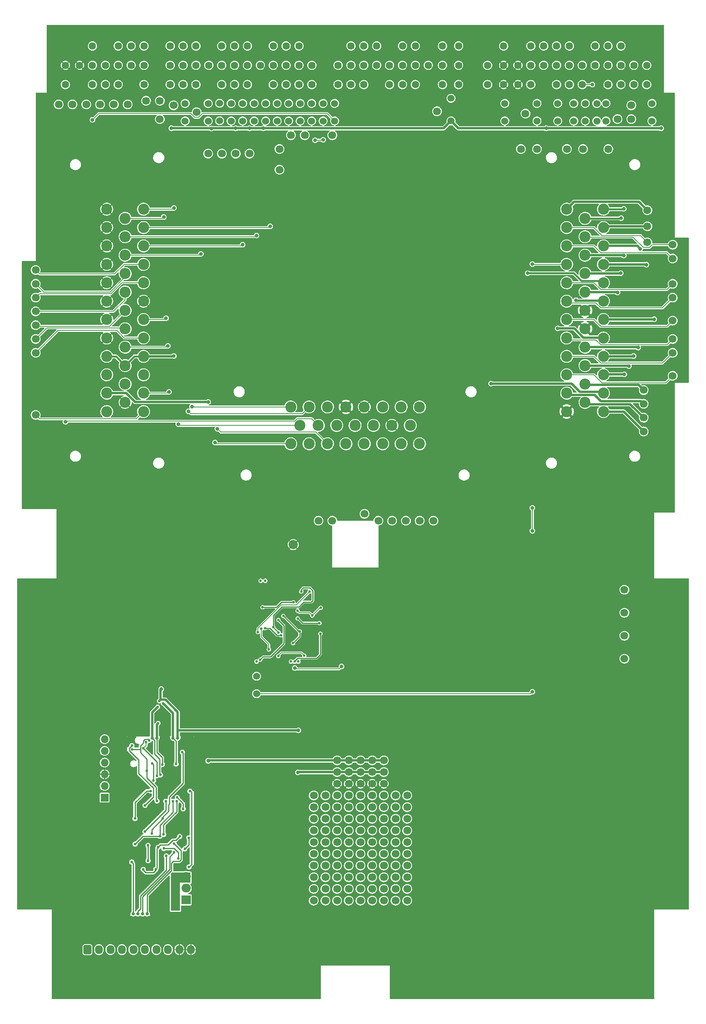
<source format=gbl>
G75*
G70*
%OFA0B0*%
%FSLAX25Y25*%
%IPPOS*%
%LPD*%
%AMOC8*
5,1,8,0,0,1.08239X$1,22.5*
%
%ADD10C,0.01969*%
%ADD108R,0.07874X0.07500*%
%ADD109O,0.07874X0.07500*%
%ADD11O,0.06693X0.07677*%
%ADD13R,0.01378X0.00984*%
%ADD14R,0.12205X0.00984*%
%ADD15C,0.01575*%
%ADD19C,0.06693*%
%ADD20C,0.07874*%
%ADD22R,0.06693X0.06693*%
%ADD27C,0.00787*%
%ADD30R,0.00984X0.71654*%
%ADD38R,0.53740X0.00984*%
%ADD42R,0.19882X0.00984*%
%ADD43R,0.25394X0.00984*%
%ADD45C,0.02756*%
%ADD50C,0.02362*%
%ADD51R,0.03740X0.00984*%
%ADD57C,0.00800*%
%ADD58R,0.00984X1.54528*%
%ADD59O,0.06693X0.06693*%
%ADD76R,0.08858X0.00984*%
%ADD80C,0.09449*%
%ADD82C,0.06000*%
%ADD86C,0.00984*%
%ADD89R,0.25591X0.00984*%
%ADD90C,0.03150*%
%ADD94C,0.06299*%
%ADD96R,0.04921X0.00984*%
%ADD97R,0.38386X0.00984*%
X0000000Y0000000D02*
%LPD*%
G01*
D19*
X0576772Y0568898D03*
X0051181Y0781496D03*
X0299528Y0150079D03*
X0299528Y0160079D03*
X0299528Y0170079D03*
X0299528Y0180079D03*
X0299528Y0190079D03*
X0309528Y0150079D03*
X0309528Y0160079D03*
X0309528Y0170079D03*
X0309528Y0180079D03*
X0309528Y0190079D03*
X0319528Y0150079D03*
X0319528Y0160079D03*
X0319528Y0170079D03*
X0319528Y0180079D03*
X0319528Y0190079D03*
X0535433Y0366142D03*
D82*
X0188976Y0782498D03*
X0188976Y0767498D03*
D19*
X0521654Y0743307D03*
X0486220Y0743307D03*
D82*
X0228346Y0782303D03*
X0228346Y0767303D03*
D19*
X0450787Y0773622D03*
X0446850Y0743307D03*
X0535433Y0326772D03*
D82*
X0501969Y0782303D03*
X0501969Y0767303D03*
D19*
X0031496Y0592520D03*
X0576772Y0596457D03*
X0250000Y0755118D03*
X0137795Y0768898D03*
X0031496Y0568898D03*
X0285433Y0425197D03*
D50*
X0220571Y0304724D03*
X0250098Y0304724D03*
X0253248Y0304724D03*
X0256398Y0304724D03*
D30*
X0283268Y0339272D03*
D13*
X0217913Y0303937D03*
D89*
X0235335Y0303937D03*
D43*
X0271063Y0303937D03*
D30*
X0217717Y0339272D03*
D38*
X0256890Y0374606D03*
D96*
X0219685Y0374606D03*
D50*
X0228051Y0373720D03*
X0224114Y0373720D03*
D19*
X0074803Y0781496D03*
X0541339Y0768898D03*
X0535433Y0307087D03*
X0551969Y0501575D03*
X0179134Y0739370D03*
X0541339Y0780709D03*
X0329528Y0200079D03*
X0319528Y0200079D03*
X0309528Y0200079D03*
X0299528Y0200079D03*
X0289528Y0200079D03*
X0329528Y0210079D03*
X0319528Y0210079D03*
X0309528Y0210079D03*
X0299528Y0210079D03*
X0289528Y0210079D03*
X0329528Y0220079D03*
X0319528Y0220079D03*
X0309528Y0220079D03*
X0299528Y0220079D03*
X0289528Y0220079D03*
D50*
X0137254Y0270919D03*
X0140699Y0268852D03*
X0136073Y0265899D03*
X0136368Y0251923D03*
D19*
X0576772Y0616142D03*
D80*
X0517520Y0518602D03*
X0517520Y0534350D03*
X0517520Y0550098D03*
X0517520Y0565846D03*
X0517520Y0581594D03*
X0517520Y0597343D03*
X0517520Y0613091D03*
X0517520Y0628839D03*
X0517520Y0644587D03*
X0517520Y0660335D03*
X0517520Y0676083D03*
X0517520Y0691831D03*
X0501772Y0526476D03*
X0501772Y0542224D03*
X0501772Y0557972D03*
X0501772Y0573720D03*
X0501772Y0589469D03*
X0501772Y0605217D03*
X0501772Y0620965D03*
X0501772Y0636713D03*
X0501772Y0652461D03*
X0501772Y0668209D03*
X0501772Y0683957D03*
X0486024Y0518602D03*
X0486024Y0534350D03*
X0486024Y0550098D03*
X0486024Y0565846D03*
X0486024Y0581594D03*
X0486024Y0597343D03*
X0486024Y0613091D03*
X0486024Y0628839D03*
X0486024Y0644587D03*
X0486024Y0660335D03*
X0486024Y0676083D03*
X0486024Y0691831D03*
X0249803Y0491043D03*
X0265551Y0491043D03*
X0281299Y0491043D03*
X0297047Y0491043D03*
X0312795Y0491043D03*
X0328543Y0491043D03*
X0344291Y0491043D03*
X0360039Y0491043D03*
X0257677Y0506791D03*
X0273425Y0506791D03*
X0289173Y0506791D03*
X0304921Y0506791D03*
X0320669Y0506791D03*
X0336417Y0506791D03*
X0352165Y0506791D03*
X0249803Y0522539D03*
X0265551Y0522539D03*
X0281299Y0522539D03*
X0297047Y0522539D03*
X0312795Y0522539D03*
X0328543Y0522539D03*
X0344291Y0522539D03*
X0360039Y0522539D03*
X0092323Y0691831D03*
X0092323Y0676083D03*
X0092323Y0660335D03*
X0092323Y0644587D03*
X0092323Y0628839D03*
X0092323Y0613091D03*
X0092323Y0597343D03*
X0092323Y0581594D03*
X0092323Y0565846D03*
X0092323Y0550098D03*
X0092323Y0534350D03*
X0092323Y0518602D03*
X0108071Y0683957D03*
X0108071Y0668209D03*
X0108071Y0652461D03*
X0108071Y0636713D03*
X0108071Y0620965D03*
X0108071Y0605217D03*
X0108071Y0589469D03*
X0108071Y0573720D03*
X0108071Y0557972D03*
X0108071Y0542224D03*
X0108071Y0526476D03*
X0123819Y0691831D03*
X0123819Y0676083D03*
X0123819Y0660335D03*
X0123819Y0644587D03*
X0123819Y0628839D03*
X0123819Y0613091D03*
X0123819Y0597343D03*
X0123819Y0581594D03*
X0123819Y0565846D03*
X0123819Y0550098D03*
X0123819Y0534350D03*
X0123819Y0518602D03*
D19*
X0299528Y0100079D03*
X0299528Y0110079D03*
X0299528Y0120079D03*
X0299528Y0130079D03*
X0299528Y0140079D03*
X0309528Y0100079D03*
X0309528Y0110079D03*
X0309528Y0120079D03*
X0309528Y0130079D03*
X0309528Y0140079D03*
X0319528Y0100079D03*
X0319528Y0110079D03*
X0319528Y0120079D03*
X0319528Y0130079D03*
X0319528Y0140079D03*
G36*
G01*
X0072441Y0055295D02*
X0072441Y0061004D01*
G75*
G02*
X0073425Y0061988I0000984J0000000D01*
G01*
X0078150Y0061988D01*
G75*
G02*
X0079134Y0061004I0000000J-000984D01*
G01*
X0079134Y0055295D01*
G75*
G02*
X0078150Y0054311I-000984J0000000D01*
G01*
X0073425Y0054311D01*
G75*
G02*
X0072441Y0055295I0000000J0000984D01*
G01*
G37*
D11*
X0085630Y0058150D03*
X0095472Y0058150D03*
X0105315Y0058150D03*
X0115157Y0058150D03*
X0125000Y0058150D03*
X0134843Y0058150D03*
X0144685Y0058150D03*
X0154528Y0058150D03*
X0164370Y0058150D03*
D19*
X0375073Y0775591D03*
X0551969Y0525197D03*
D82*
X0478346Y0782303D03*
X0478346Y0767303D03*
X0198819Y0782303D03*
X0198819Y0767303D03*
X0267717Y0782303D03*
X0267717Y0767303D03*
X0387008Y0786655D03*
X0387008Y0767364D03*
X0511811Y0782303D03*
X0511811Y0767303D03*
D19*
X0062992Y0781496D03*
X0529528Y0768898D03*
X0329528Y0150079D03*
X0329528Y0160079D03*
X0329528Y0170079D03*
X0329528Y0180079D03*
X0329528Y0190079D03*
X0339528Y0150079D03*
X0339528Y0160079D03*
X0339528Y0170079D03*
X0339528Y0180079D03*
X0339528Y0190079D03*
X0349528Y0150079D03*
X0349528Y0160079D03*
X0349528Y0170079D03*
X0349528Y0180079D03*
X0349528Y0190079D03*
X0031496Y0515748D03*
X0372047Y0425197D03*
X0240157Y0743307D03*
X0269528Y0100079D03*
X0269528Y0110079D03*
X0269528Y0120079D03*
X0269528Y0130079D03*
X0269528Y0140079D03*
X0279528Y0100079D03*
X0279528Y0110079D03*
X0279528Y0120079D03*
X0279528Y0130079D03*
X0279528Y0140079D03*
X0289528Y0100079D03*
X0289528Y0110079D03*
X0289528Y0120079D03*
X0289528Y0130079D03*
X0289528Y0140079D03*
X0551969Y0513386D03*
X0202756Y0739370D03*
D94*
X0554528Y0798425D03*
X0543504Y0798425D03*
X0532480Y0798425D03*
X0521457Y0798425D03*
X0499409Y0798425D03*
X0488386Y0798425D03*
X0477362Y0798425D03*
X0455315Y0798425D03*
X0444291Y0798425D03*
X0432087Y0798425D03*
X0418307Y0798425D03*
X0554528Y0814961D03*
X0543504Y0814961D03*
X0532480Y0814961D03*
X0521457Y0814961D03*
X0510433Y0814961D03*
X0499409Y0814961D03*
X0488386Y0814961D03*
X0477362Y0814961D03*
X0466339Y0814961D03*
X0455315Y0814961D03*
X0444291Y0814961D03*
X0432087Y0814961D03*
X0418307Y0814961D03*
X0532480Y0831496D03*
X0521457Y0831496D03*
X0510433Y0831496D03*
X0488386Y0831496D03*
X0477362Y0831496D03*
X0466339Y0831496D03*
X0455315Y0831496D03*
X0432087Y0831496D03*
X0393504Y0798425D03*
X0379724Y0798425D03*
X0356496Y0798425D03*
X0345472Y0798425D03*
X0334449Y0798425D03*
X0312402Y0798425D03*
X0301378Y0798425D03*
X0290354Y0798425D03*
X0393504Y0814961D03*
X0379724Y0814961D03*
X0367520Y0814961D03*
X0356496Y0814961D03*
X0345472Y0814961D03*
X0334449Y0814961D03*
X0323425Y0814961D03*
X0312402Y0814961D03*
X0301378Y0814961D03*
X0290354Y0814961D03*
X0393504Y0831496D03*
X0379724Y0831496D03*
X0356496Y0831496D03*
X0345472Y0831496D03*
X0323425Y0831496D03*
X0312402Y0831496D03*
X0301378Y0831496D03*
X0267913Y0798425D03*
X0256890Y0798425D03*
X0245866Y0798425D03*
X0234843Y0798425D03*
X0212795Y0798425D03*
X0201772Y0798425D03*
X0190748Y0798425D03*
X0168701Y0798425D03*
X0157677Y0798425D03*
X0146654Y0798425D03*
X0267913Y0814961D03*
X0256890Y0814961D03*
X0245866Y0814961D03*
X0234843Y0814961D03*
X0223819Y0814961D03*
X0212795Y0814961D03*
X0201772Y0814961D03*
X0190748Y0814961D03*
X0179724Y0814961D03*
X0168701Y0814961D03*
X0157677Y0814961D03*
X0146654Y0814961D03*
X0256890Y0831496D03*
X0245866Y0831496D03*
X0234843Y0831496D03*
X0212795Y0831496D03*
X0201772Y0831496D03*
X0190748Y0831496D03*
X0168701Y0831496D03*
X0157677Y0831496D03*
X0146654Y0831496D03*
X0124213Y0798425D03*
X0102165Y0798425D03*
X0091142Y0798425D03*
X0080118Y0798425D03*
X0056890Y0798425D03*
X0124213Y0814961D03*
X0113189Y0814961D03*
X0102165Y0814961D03*
X0091142Y0814961D03*
X0080118Y0814961D03*
X0069094Y0814961D03*
X0056890Y0814961D03*
X0124213Y0831496D03*
X0113189Y0831496D03*
X0102165Y0831496D03*
X0080118Y0831496D03*
D82*
X0179134Y0782303D03*
X0179134Y0767303D03*
X0519685Y0782303D03*
X0519685Y0767303D03*
D19*
X0551969Y0537008D03*
D45*
X0115059Y0088661D03*
X0118996Y0088661D03*
X0122933Y0088661D03*
X0126870Y0088661D03*
D76*
X0142126Y0240728D03*
D14*
X0161713Y0240728D03*
D58*
X0109252Y0163957D03*
X0167323Y0163957D03*
D42*
X0118701Y0240728D03*
D97*
X0148622Y0087185D03*
D51*
X0110630Y0087185D03*
D45*
X0153051Y0239252D03*
X0149114Y0239252D03*
X0135138Y0239252D03*
X0131201Y0239252D03*
D19*
X0348425Y0425197D03*
D82*
X0277559Y0782303D03*
X0277559Y0767303D03*
D19*
X0535433Y0346457D03*
D82*
X0559055Y0782303D03*
X0559055Y0767303D03*
D19*
X0137795Y0784646D03*
X0261811Y0755118D03*
X0329528Y0100079D03*
X0329528Y0110079D03*
X0329528Y0120079D03*
X0329528Y0130079D03*
X0329528Y0140079D03*
X0339528Y0100079D03*
X0339528Y0110079D03*
X0339528Y0120079D03*
X0339528Y0130079D03*
X0339528Y0140079D03*
X0349528Y0100079D03*
X0349528Y0110079D03*
X0349528Y0120079D03*
X0349528Y0130079D03*
X0349528Y0140079D03*
D22*
X0090551Y0188189D03*
D59*
X0090551Y0198189D03*
X0090551Y0208189D03*
X0090551Y0218189D03*
X0090551Y0228189D03*
X0090551Y0238189D03*
D19*
X0214567Y0739370D03*
X0031496Y0639764D03*
X0273622Y0425197D03*
D82*
X0238268Y0782303D03*
X0238268Y0767303D03*
X0159449Y0782303D03*
X0159449Y0767303D03*
D19*
X0555118Y0663386D03*
X0110236Y0781496D03*
X0086614Y0781496D03*
X0555118Y0677165D03*
D82*
X0208661Y0782303D03*
X0208661Y0767303D03*
D19*
X0576772Y0580709D03*
D82*
X0460630Y0782303D03*
X0460630Y0767303D03*
D19*
X0576772Y0627953D03*
X0312992Y0431102D03*
X0576772Y0661417D03*
X0031496Y0580709D03*
X0500000Y0743307D03*
X0169291Y0774803D03*
D82*
X0248031Y0782303D03*
X0248031Y0767303D03*
X0287402Y0782303D03*
X0287402Y0767303D03*
X0433071Y0782303D03*
X0433071Y0767303D03*
D19*
X0098425Y0781496D03*
D82*
X0492126Y0782303D03*
X0492126Y0767303D03*
D19*
X0125984Y0784646D03*
X0240157Y0725591D03*
X0360236Y0425197D03*
X0269528Y0150079D03*
X0269528Y0160079D03*
X0269528Y0170079D03*
X0269528Y0180079D03*
X0269528Y0190079D03*
X0279528Y0150079D03*
X0279528Y0160079D03*
X0279528Y0170079D03*
X0279528Y0180079D03*
X0279528Y0190079D03*
X0289528Y0150079D03*
X0289528Y0160079D03*
X0289528Y0170079D03*
X0289528Y0180079D03*
X0289528Y0190079D03*
X0576772Y0649606D03*
X0576772Y0549213D03*
X0324803Y0425197D03*
X0285433Y0755118D03*
X0031496Y0616142D03*
X0031496Y0627953D03*
X0460630Y0743307D03*
X0031496Y0604331D03*
X0149606Y0780709D03*
X0190945Y0739370D03*
X0336614Y0425197D03*
X0555118Y0690945D03*
D82*
X0218504Y0782303D03*
X0218504Y0767303D03*
X0257874Y0782303D03*
X0257874Y0767303D03*
X0220571Y0292146D03*
X0220571Y0277146D03*
D20*
X0251969Y0404724D03*
D90*
X0515748Y0287795D03*
X0520866Y0317323D03*
X0460236Y0411024D03*
X0452362Y0442126D03*
X0462205Y0431890D03*
X0450394Y0420079D03*
X0052362Y0059055D03*
X0068504Y0131890D03*
X0139370Y0847244D03*
X0184646Y0238976D03*
X0020472Y0368504D03*
X0319291Y0692913D03*
X0196850Y0122047D03*
X0566142Y0846457D03*
X0251181Y0251969D03*
X0220472Y0379134D03*
X0285039Y0830709D03*
X0260630Y0735039D03*
X0287402Y0371260D03*
X0342913Y0594882D03*
X0195669Y0602756D03*
X0184646Y0225591D03*
X0050000Y0611417D03*
X0085433Y0683465D03*
X0412205Y0687008D03*
X0453150Y0845669D03*
X0347244Y0729134D03*
X0429921Y0291339D03*
X0170866Y0313386D03*
X0232283Y0379134D03*
X0586614Y0371260D03*
X0504331Y0692520D03*
X0298031Y0256693D03*
X0382283Y0806693D03*
X0120079Y0253150D03*
X0084252Y0627559D03*
X0044094Y0844094D03*
X0258268Y0038189D03*
X0554724Y0089370D03*
X0046063Y0794882D03*
X0114567Y0693701D03*
X0061811Y0794094D03*
X0084646Y0608661D03*
X0546850Y0147244D03*
X0263780Y0294488D03*
X0253150Y0594488D03*
X0157087Y0442520D03*
X0066142Y0440551D03*
X0333071Y0047244D03*
X0171186Y0181961D03*
X0358268Y0499213D03*
X0587402Y0156693D03*
X0155906Y0378740D03*
X0346063Y0375197D03*
X0054724Y0403150D03*
X0487008Y0272441D03*
X0217323Y0681890D03*
X0287402Y0304331D03*
X0566929Y0794094D03*
X0179134Y0793307D03*
X0066929Y0629134D03*
X0050394Y0644488D03*
X0412598Y0748819D03*
X0508268Y0741339D03*
X0196850Y0282677D03*
X0099606Y0351969D03*
X0084252Y0596063D03*
X0468898Y0554724D03*
X0322047Y0498425D03*
X0249213Y0214173D03*
X0163780Y0018504D03*
X0023622Y0313386D03*
X0215748Y0720866D03*
X0034646Y0485039D03*
X0288583Y0646063D03*
X0223228Y0537008D03*
X0403543Y0786614D03*
X0406693Y0555118D03*
X0173228Y0403150D03*
X0390945Y0017323D03*
X0063780Y0336220D03*
X0559843Y0294882D03*
X0266929Y0515354D03*
X0508268Y0644882D03*
X0022441Y0098425D03*
X0387795Y0744488D03*
X0494488Y0557087D03*
X0587795Y0096457D03*
X0522441Y0806693D03*
X0405906Y0629134D03*
X0171654Y0444488D03*
X0444488Y0335039D03*
X0050000Y0570866D03*
X0197244Y0706299D03*
X0338583Y0018110D03*
X0114173Y0018504D03*
X0196850Y0075197D03*
X0049606Y0517323D03*
X0278740Y0048425D03*
X0547638Y0805906D03*
X0104331Y0200000D03*
X0141732Y0245276D03*
X0068504Y0610236D03*
X0145669Y0081890D03*
X0259843Y0538189D03*
X0370079Y0586614D03*
X0325591Y0073622D03*
X0380709Y0151181D03*
X0253543Y0659055D03*
X0155906Y0339370D03*
X0403543Y0768898D03*
X0430315Y0018110D03*
X0171260Y0207874D03*
X0042126Y0585827D03*
X0066142Y0270079D03*
X0146063Y0805906D03*
X0229921Y0281496D03*
X0197638Y0643701D03*
X0370866Y0651181D03*
X0352756Y0518504D03*
X0230315Y0298425D03*
X0322047Y0731890D03*
X0149606Y0081890D03*
X0104331Y0178346D03*
X0085827Y0805512D03*
X0303543Y0777953D03*
X0315354Y0289370D03*
X0277559Y0294488D03*
X0331496Y0846063D03*
X0510236Y0709449D03*
X0485039Y0373228D03*
X0309055Y0498819D03*
X0102756Y0458661D03*
X0303543Y0753543D03*
X0344094Y0680709D03*
X0253543Y0805906D03*
X0104331Y0133071D03*
X0104331Y0221654D03*
X0068504Y0751575D03*
X0575591Y0751969D03*
X0575197Y0437008D03*
X0385433Y0333465D03*
X0445669Y0474803D03*
X0317323Y0547638D03*
X0281102Y0506299D03*
X0572835Y0703543D03*
X0475197Y0183465D03*
X0107480Y0282283D03*
X0447638Y0807480D03*
X0159055Y0682677D03*
X0279528Y0379134D03*
X0216142Y0207480D03*
X0230709Y0846063D03*
X0162992Y0747244D03*
X0036220Y0653543D03*
X0104331Y0154724D03*
X0024409Y0442913D03*
X0104331Y0111417D03*
X0299213Y0500394D03*
X0438583Y0226378D03*
X0171260Y0148819D03*
X0346063Y0499213D03*
X0217323Y0258661D03*
X0567323Y0616929D03*
X0521260Y0051969D03*
X0254724Y0144882D03*
X0189370Y0807874D03*
X0131890Y0278740D03*
X0263386Y0201969D03*
X0214567Y0327953D03*
X0156693Y0498425D03*
X0503543Y0516535D03*
X0050394Y0021260D03*
X0055118Y0203150D03*
X0368504Y0697638D03*
X0068504Y0579528D03*
X0359843Y0755906D03*
X0155118Y0285433D03*
X0434646Y0646457D03*
X0406299Y0717323D03*
X0171260Y0097638D03*
X0291339Y0805906D03*
X0271260Y0018898D03*
X0176772Y0535433D03*
X0068898Y0645276D03*
X0024016Y0157480D03*
X0171260Y0268898D03*
X0226772Y0019291D03*
X0068504Y0595669D03*
X0165354Y0079921D03*
X0425591Y0379528D03*
X0253937Y0379134D03*
X0556693Y0650000D03*
X0372441Y0489764D03*
X0089370Y0714173D03*
X0433071Y0182677D03*
X0162205Y0581496D03*
X0373622Y0238976D03*
X0332283Y0805118D03*
X0560630Y0341732D03*
X0465748Y0607087D03*
X0473622Y0805906D03*
X0043701Y0718898D03*
X0323622Y0806299D03*
X0353150Y0776378D03*
X0308661Y0342913D03*
X0171260Y0237402D03*
X0120079Y0805512D03*
X0250787Y0238583D03*
X0225984Y0094488D03*
X0172441Y0500787D03*
X0372835Y0524409D03*
X0373622Y0192126D03*
X0560630Y0568504D03*
X0485039Y0215748D03*
X0113780Y0746850D03*
X0287545Y0338236D03*
X0120079Y0272835D03*
X0215748Y0173228D03*
X0507480Y0403543D03*
X0145669Y0278740D03*
X0292126Y0594488D03*
X0159405Y0278818D03*
X0559055Y0551181D03*
X0555906Y0018898D03*
X0585827Y0329921D03*
X0524409Y0602756D03*
X0022835Y0236614D03*
X0104331Y0089764D03*
X0062205Y0518504D03*
X0262205Y0227953D03*
X0574409Y0672441D03*
X0251969Y0224803D03*
X0049606Y0629921D03*
X0372047Y0074409D03*
X0587008Y0219685D03*
X0430315Y0748031D03*
X0226772Y0741339D03*
X0289764Y0709843D03*
X0561024Y0584252D03*
X0067323Y0690157D03*
X0192126Y0377953D03*
X0554724Y0407874D03*
X0200787Y0047638D03*
X0433858Y0553150D03*
X0317323Y0628346D03*
X0033858Y0784646D03*
X0133465Y0711024D03*
X0025197Y0557087D03*
X0119291Y0487795D03*
X0244094Y0298425D03*
X0214567Y0353543D03*
X0251575Y0281496D03*
X0226772Y0681890D03*
X0574409Y0534646D03*
X0496457Y0017717D03*
X0067717Y0762205D03*
X0214567Y0371260D03*
X0049213Y0596063D03*
X0211024Y0495669D03*
X0409843Y0829134D03*
X0214567Y0306299D03*
X0351575Y0539370D03*
X0391732Y0404331D03*
X0171260Y0121260D03*
X0112598Y0401181D03*
X0055906Y0807087D03*
X0048819Y0749213D03*
X0585433Y0557480D03*
X0361417Y0303543D03*
X0546850Y0235433D03*
X0153543Y0081890D03*
X0104331Y0237402D03*
X0464567Y0664173D03*
X0171260Y0251181D03*
X0261417Y0214567D03*
X0113780Y0713386D03*
X0587402Y0271260D03*
X0585433Y0637402D03*
X0421260Y0542520D03*
X0535433Y0550394D03*
X0543307Y0566142D03*
X0478346Y0589764D03*
X0561024Y0597638D03*
X0494094Y0613974D03*
X0452756Y0637008D03*
X0534839Y0692126D03*
X0539370Y0557583D03*
X0547244Y0573331D03*
X0529528Y0620575D03*
X0532675Y0684252D03*
X0456693Y0416535D03*
X0456693Y0278740D03*
X0456693Y0644882D03*
X0456693Y0436220D03*
X0185039Y0492126D03*
X0277559Y0751181D03*
X0270722Y0750839D03*
X0187008Y0503937D03*
X0153543Y0507874D03*
X0057087Y0509843D03*
X0468504Y0761024D03*
X0226378Y0761024D03*
X0566929Y0761024D03*
X0214567Y0761024D03*
X0181894Y0760886D03*
X0147638Y0761024D03*
X0202756Y0761024D03*
X0149787Y0566142D03*
X0080118Y0768307D03*
X0138979Y0281023D03*
X0256398Y0245768D03*
X0255906Y0209843D03*
X0141144Y0685039D03*
X0220472Y0669291D03*
X0172835Y0653543D03*
X0144673Y0574803D03*
X0149805Y0692913D03*
X0232283Y0677165D03*
X0208661Y0661417D03*
X0143112Y0598425D03*
X0145669Y0535433D03*
X0508067Y0798425D03*
X0554329Y0644293D03*
X0549058Y0657956D03*
X0532282Y0637008D03*
X0534839Y0652071D03*
X0253248Y0299114D03*
X0293307Y0300394D03*
X0165354Y0522835D03*
X0162261Y0518898D03*
X0179134Y0526772D03*
X0179134Y0219685D03*
D10*
X0497149Y0535528D02*
X0516342Y0535528D01*
X0421260Y0542520D02*
X0490157Y0542520D01*
X0490157Y0542520D02*
X0497149Y0535528D01*
X0516342Y0535528D02*
X0517520Y0534350D01*
X0517815Y0550394D02*
X0517520Y0550098D01*
X0535433Y0550394D02*
X0517815Y0550394D01*
X0543012Y0565846D02*
X0517520Y0565846D01*
X0543307Y0566142D02*
X0543012Y0565846D01*
X0478346Y0589764D02*
X0492571Y0589764D01*
X0492571Y0589764D02*
X0500445Y0581890D01*
X0500445Y0581890D02*
X0517224Y0581890D01*
X0517224Y0581890D02*
X0517520Y0581594D01*
X0560728Y0597343D02*
X0517520Y0597343D01*
X0561024Y0597638D02*
X0560728Y0597343D01*
X0494094Y0613974D02*
X0494683Y0613386D01*
X0517224Y0613386D02*
X0517520Y0613091D01*
X0494683Y0613386D02*
X0517224Y0613386D01*
D15*
X0452756Y0637008D02*
X0492126Y0637008D01*
X0492126Y0637008D02*
X0498526Y0630608D01*
X0515750Y0630608D02*
X0517520Y0628839D01*
X0498526Y0630608D02*
X0515750Y0630608D01*
X0534839Y0692126D02*
X0534543Y0691831D01*
X0534543Y0691831D02*
X0517520Y0691831D01*
D10*
X0539370Y0557583D02*
X0538980Y0557972D01*
X0538980Y0557972D02*
X0501772Y0557972D01*
X0546854Y0573720D02*
X0501772Y0573720D01*
X0547244Y0573331D02*
X0546854Y0573720D01*
X0529138Y0620965D02*
X0501772Y0620965D01*
X0529528Y0620575D02*
X0529138Y0620965D01*
D15*
X0532675Y0684252D02*
X0532380Y0683957D01*
X0532380Y0683957D02*
X0501772Y0683957D01*
D27*
X0456988Y0644587D02*
X0456693Y0644882D01*
X0456693Y0436220D02*
X0456693Y0416535D01*
X0486024Y0644587D02*
X0456988Y0644587D01*
X0455098Y0277146D02*
X0220571Y0277146D01*
X0456693Y0278740D02*
X0455098Y0277146D01*
X0186122Y0491043D02*
X0249803Y0491043D01*
X0185039Y0492126D02*
X0186122Y0491043D01*
X0277216Y0750839D02*
X0277559Y0751181D01*
X0270722Y0750839D02*
X0277216Y0750839D01*
X0187008Y0503937D02*
X0189860Y0501085D01*
X0271258Y0501085D02*
X0281299Y0491043D01*
X0189860Y0501085D02*
X0271258Y0501085D01*
X0154626Y0506791D02*
X0257677Y0506791D01*
X0153543Y0507874D02*
X0154626Y0506791D01*
X0253246Y0510431D02*
X0255313Y0512498D01*
X0255313Y0512498D02*
X0267718Y0512498D01*
X0057087Y0509843D02*
X0057675Y0510431D01*
X0057675Y0510431D02*
X0253246Y0510431D01*
X0267718Y0512498D02*
X0273425Y0506791D01*
D10*
X0468504Y0761024D02*
X0566929Y0761024D01*
X0182032Y0761024D02*
X0181894Y0760886D01*
X0387008Y0767364D02*
X0380668Y0761024D01*
X0214567Y0761024D02*
X0202756Y0761024D01*
X0181756Y0761024D02*
X0181894Y0760886D01*
X0202756Y0761024D02*
X0182032Y0761024D01*
X0226378Y0761024D02*
X0214567Y0761024D01*
X0147638Y0761024D02*
X0181756Y0761024D01*
X0393348Y0761024D02*
X0387008Y0767364D01*
X0468504Y0761024D02*
X0393348Y0761024D01*
X0380668Y0761024D02*
X0226378Y0761024D01*
D27*
X0281004Y0773701D02*
X0174311Y0773701D01*
D10*
X0255906Y0209843D02*
X0256142Y0210079D01*
X0149491Y0565846D02*
X0123819Y0565846D01*
D27*
X0171084Y0770474D02*
X0167498Y0770474D01*
X0174311Y0773701D02*
X0171084Y0770474D01*
D10*
X0153051Y0245768D02*
X0153051Y0239252D01*
D27*
X0164272Y0773701D02*
X0085512Y0773701D01*
D10*
X0138435Y0272100D02*
X0142467Y0272100D01*
X0153051Y0245768D02*
X0256398Y0245768D01*
X0138435Y0280479D02*
X0138435Y0272100D01*
X0149787Y0566142D02*
X0149491Y0565846D01*
X0256142Y0210079D02*
X0329528Y0210079D01*
D15*
X0123819Y0565846D02*
X0115945Y0565846D01*
X0092323Y0565846D02*
X0100197Y0565846D01*
D10*
X0137254Y0270919D02*
X0138435Y0272100D01*
D27*
X0085512Y0773701D02*
X0080118Y0768307D01*
D15*
X0115945Y0565846D02*
X0108071Y0557972D01*
D27*
X0287402Y0767303D02*
X0281004Y0773701D01*
D10*
X0153051Y0261516D02*
X0153051Y0245768D01*
X0138979Y0281023D02*
X0138435Y0280479D01*
D27*
X0167498Y0770474D02*
X0164272Y0773701D01*
D15*
X0100197Y0565846D02*
X0108071Y0557972D01*
D10*
X0142467Y0272100D02*
X0153051Y0261516D01*
D27*
X0140061Y0683957D02*
X0108071Y0683957D01*
X0141144Y0685039D02*
X0140061Y0683957D01*
X0220472Y0669291D02*
X0219390Y0668209D01*
X0219390Y0668209D02*
X0108071Y0668209D01*
X0171752Y0652461D02*
X0108071Y0652461D01*
X0172835Y0653543D02*
X0171752Y0652461D01*
X0144673Y0574803D02*
X0143590Y0573720D01*
X0143590Y0573720D02*
X0108071Y0573720D01*
X0149805Y0692913D02*
X0148722Y0691831D01*
X0148722Y0691831D02*
X0123819Y0691831D01*
X0232283Y0677165D02*
X0231201Y0676083D01*
X0231201Y0676083D02*
X0123819Y0676083D01*
X0207579Y0660335D02*
X0123819Y0660335D01*
X0208661Y0661417D02*
X0207579Y0660335D01*
X0123819Y0597343D02*
X0142030Y0597343D01*
X0142030Y0597343D02*
X0143112Y0598425D01*
X0145669Y0535433D02*
X0144587Y0534350D01*
X0144587Y0534350D02*
X0123819Y0534350D01*
X0499409Y0798425D02*
X0508067Y0798425D01*
D10*
X0149114Y0260436D02*
X0149114Y0239252D01*
X0140699Y0268852D02*
X0149114Y0260436D01*
X0135138Y0239252D02*
X0135138Y0250692D01*
X0135138Y0250692D02*
X0136368Y0251923D01*
X0131201Y0261027D02*
X0136073Y0265899D01*
X0131201Y0239252D02*
X0131201Y0261027D01*
X0551969Y0501575D02*
X0534941Y0518602D01*
X0534941Y0518602D02*
X0517520Y0518602D01*
X0554035Y0644587D02*
X0517520Y0644587D01*
X0554329Y0644293D02*
X0554035Y0644587D01*
X0549058Y0657956D02*
X0546679Y0660335D01*
X0546679Y0660335D02*
X0517520Y0660335D01*
X0518602Y0677165D02*
X0517520Y0676083D01*
X0555118Y0677165D02*
X0518602Y0677165D01*
X0501772Y0526476D02*
X0503348Y0524900D01*
X0503348Y0524900D02*
X0540455Y0524900D01*
X0540455Y0524900D02*
X0551969Y0513386D01*
X0547638Y0541339D02*
X0551969Y0537008D01*
X0502657Y0541339D02*
X0547638Y0541339D01*
X0501772Y0542224D02*
X0502657Y0541339D01*
X0532282Y0637008D02*
X0531986Y0636713D01*
X0531986Y0636713D02*
X0501772Y0636713D01*
X0534839Y0652071D02*
X0534449Y0652461D01*
X0534449Y0652461D02*
X0501772Y0652461D01*
D27*
X0559271Y0661417D02*
X0576772Y0661417D01*
X0542715Y0667915D02*
X0551573Y0659057D01*
X0556911Y0659057D02*
X0559271Y0661417D01*
X0501772Y0668209D02*
X0502065Y0667915D01*
X0502065Y0667915D02*
X0542715Y0667915D01*
X0551573Y0659057D02*
X0556911Y0659057D01*
D10*
X0509994Y0532971D02*
X0487404Y0532971D01*
X0549606Y0527559D02*
X0515405Y0527559D01*
X0551969Y0525197D02*
X0549606Y0527559D01*
X0515405Y0527559D02*
X0509994Y0532971D01*
X0487404Y0532971D02*
X0486024Y0534350D01*
D27*
X0509449Y0550098D02*
X0516240Y0543307D01*
X0516240Y0543307D02*
X0570866Y0543307D01*
X0486024Y0550098D02*
X0509449Y0550098D01*
X0570866Y0543307D02*
X0576772Y0549213D01*
X0509449Y0565846D02*
X0515156Y0560140D01*
X0486024Y0565846D02*
X0509449Y0565846D01*
X0568014Y0560140D02*
X0576772Y0568898D01*
X0515156Y0560140D02*
X0568014Y0560140D01*
X0486024Y0581594D02*
X0487697Y0579921D01*
X0487697Y0579921D02*
X0511122Y0579921D01*
X0571951Y0575888D02*
X0576772Y0580709D01*
X0515156Y0575888D02*
X0571951Y0575888D01*
X0511122Y0579921D02*
X0515156Y0575888D01*
X0486024Y0597343D02*
X0509449Y0597343D01*
X0571951Y0591636D02*
X0576772Y0596457D01*
X0515156Y0591636D02*
X0571951Y0591636D01*
X0509449Y0597343D02*
X0515156Y0591636D01*
X0487697Y0611417D02*
X0511122Y0611417D01*
X0511122Y0611417D02*
X0515156Y0607384D01*
X0515156Y0607384D02*
X0568014Y0607384D01*
X0568014Y0607384D02*
X0576772Y0616142D01*
X0486024Y0613091D02*
X0487697Y0611417D01*
X0571951Y0623132D02*
X0576772Y0627953D01*
X0515156Y0623132D02*
X0571951Y0623132D01*
X0486024Y0628839D02*
X0509449Y0628839D01*
X0509449Y0628839D02*
X0515156Y0623132D01*
X0486024Y0660335D02*
X0509449Y0660335D01*
X0515156Y0654628D02*
X0571750Y0654628D01*
X0509449Y0660335D02*
X0515156Y0654628D01*
X0571750Y0654628D02*
X0576772Y0649606D01*
X0549213Y0669291D02*
X0555118Y0663386D01*
X0509449Y0676083D02*
X0516240Y0669291D01*
X0486024Y0676083D02*
X0509449Y0676083D01*
X0516240Y0669291D02*
X0549213Y0669291D01*
D10*
X0555118Y0690945D02*
X0547935Y0698128D01*
X0547935Y0698128D02*
X0492321Y0698128D01*
X0492321Y0698128D02*
X0486024Y0691831D01*
D27*
X0291339Y0298425D02*
X0293307Y0300394D01*
X0253248Y0299114D02*
X0253937Y0298425D01*
X0253937Y0298425D02*
X0291339Y0298425D01*
X0165650Y0522539D02*
X0249803Y0522539D01*
X0165354Y0522835D02*
X0165650Y0522539D01*
X0164326Y0516833D02*
X0259844Y0516833D01*
X0259844Y0516833D02*
X0265551Y0522539D01*
X0162261Y0518898D02*
X0164326Y0516833D01*
D10*
X0179528Y0220079D02*
X0329528Y0220079D01*
X0179134Y0526772D02*
X0116681Y0526772D01*
X0179134Y0219685D02*
X0179528Y0220079D01*
X0116681Y0526772D02*
X0109103Y0534350D01*
X0109103Y0534350D02*
X0092323Y0534350D01*
D27*
X0108071Y0633661D02*
X0108071Y0636713D01*
X0031496Y0627953D02*
X0038585Y0620864D01*
X0095274Y0620864D02*
X0108071Y0633661D01*
X0038585Y0620864D02*
X0095274Y0620864D01*
X0108071Y0620965D02*
X0108071Y0614283D01*
X0108071Y0614283D02*
X0098118Y0604331D01*
X0098118Y0604331D02*
X0031496Y0604331D01*
X0032380Y0591636D02*
X0031496Y0592520D01*
X0094687Y0591636D02*
X0032380Y0591636D01*
X0108071Y0605020D02*
X0094687Y0591636D01*
X0108071Y0605217D02*
X0108071Y0605020D01*
X0107280Y0590260D02*
X0041047Y0590260D01*
X0041047Y0590260D02*
X0031496Y0580709D01*
X0108071Y0589469D02*
X0107280Y0590260D01*
X0099016Y0636417D02*
X0107185Y0644587D01*
X0031496Y0639764D02*
X0034843Y0636417D01*
X0107185Y0644587D02*
X0123819Y0644587D01*
X0034843Y0636417D02*
X0099016Y0636417D01*
X0095866Y0619488D02*
X0105217Y0628839D01*
X0031496Y0616142D02*
X0034843Y0619488D01*
X0034843Y0619488D02*
X0095866Y0619488D01*
X0105217Y0628839D02*
X0123819Y0628839D01*
X0107382Y0581594D02*
X0100884Y0588092D01*
X0050691Y0588092D02*
X0031496Y0568898D01*
X0123819Y0581594D02*
X0107382Y0581594D01*
X0100884Y0588092D02*
X0050691Y0588092D01*
X0117618Y0512402D02*
X0123819Y0518602D01*
X0034843Y0512402D02*
X0117618Y0512402D01*
X0031496Y0515748D02*
X0034843Y0512402D01*
G36*
X0569131Y0849532D02*
G01*
X0569272Y0849337D01*
X0569291Y0849217D01*
X0569291Y0791339D01*
X0578350Y0791339D01*
X0578579Y0791264D01*
X0578721Y0791069D01*
X0578740Y0790949D01*
X0578740Y0667323D01*
X0590161Y0667323D01*
X0590391Y0667248D01*
X0590532Y0667054D01*
X0590551Y0666933D01*
X0590551Y0543697D01*
X0590477Y0543468D01*
X0590282Y0543326D01*
X0590161Y0543307D01*
X0578740Y0543307D01*
X0578740Y0432673D01*
X0578666Y0432444D01*
X0578471Y0432303D01*
X0578350Y0432283D01*
X0561024Y0432283D01*
X0561024Y0375984D01*
X0590161Y0375984D01*
X0590391Y0375910D01*
X0590532Y0375715D01*
X0590551Y0375594D01*
X0590551Y0092909D01*
X0590477Y0092680D01*
X0590282Y0092539D01*
X0590161Y0092520D01*
X0561024Y0092520D01*
X0561024Y0016138D01*
X0560949Y0015909D01*
X0560754Y0015767D01*
X0560634Y0015748D01*
X0335035Y0015748D01*
X0334806Y0015822D01*
X0334665Y0016017D01*
X0334646Y0016138D01*
X0334646Y0044488D01*
X0275591Y0044488D01*
X0275591Y0016138D01*
X0275516Y0015909D01*
X0275321Y0015767D01*
X0275201Y0015748D01*
X0045665Y0015748D01*
X0045436Y0015822D01*
X0045295Y0016017D01*
X0045276Y0016138D01*
X0045276Y0055083D01*
X0071652Y0055083D01*
X0071663Y0054959D01*
X0071840Y0054456D01*
X0071857Y0054433D01*
X0071857Y0054433D01*
X0072140Y0054050D01*
X0072157Y0054027D01*
X0072180Y0054010D01*
X0072446Y0053813D01*
X0072586Y0053710D01*
X0073089Y0053533D01*
X0073113Y0053531D01*
X0073113Y0053531D01*
X0073204Y0053523D01*
X0073204Y0053523D01*
X0073213Y0053522D01*
X0078362Y0053522D01*
X0078371Y0053523D01*
X0078371Y0053523D01*
X0078462Y0053531D01*
X0078462Y0053531D01*
X0078486Y0053533D01*
X0078989Y0053710D01*
X0079128Y0053813D01*
X0079394Y0054010D01*
X0079418Y0054027D01*
X0079435Y0054050D01*
X0079717Y0054433D01*
X0079717Y0054433D01*
X0079735Y0054456D01*
X0079911Y0054959D01*
X0079923Y0055083D01*
X0079923Y0057453D01*
X0081494Y0057453D01*
X0081495Y0057444D01*
X0081495Y0057444D01*
X0081551Y0056870D01*
X0081553Y0056850D01*
X0081559Y0056832D01*
X0081559Y0056832D01*
X0081565Y0056812D01*
X0081788Y0056074D01*
X0082168Y0055358D01*
X0082681Y0054729D01*
X0083306Y0054212D01*
X0084019Y0053826D01*
X0084112Y0053798D01*
X0084776Y0053592D01*
X0084776Y0053592D01*
X0084794Y0053587D01*
X0084813Y0053585D01*
X0084813Y0053585D01*
X0085582Y0053504D01*
X0085582Y0053504D01*
X0085601Y0053502D01*
X0085837Y0053523D01*
X0086390Y0053574D01*
X0086390Y0053574D01*
X0086409Y0053575D01*
X0087187Y0053804D01*
X0087222Y0053823D01*
X0087580Y0054010D01*
X0087906Y0054180D01*
X0088249Y0054456D01*
X0088523Y0054676D01*
X0088523Y0054676D01*
X0088538Y0054688D01*
X0088551Y0054704D01*
X0089047Y0055295D01*
X0089047Y0055295D01*
X0089059Y0055310D01*
X0089085Y0055358D01*
X0089441Y0056004D01*
X0089450Y0056020D01*
X0089462Y0056058D01*
X0089689Y0056775D01*
X0089695Y0056793D01*
X0089701Y0056850D01*
X0089765Y0057414D01*
X0089765Y0057414D01*
X0089766Y0057425D01*
X0089766Y0057453D01*
X0091337Y0057453D01*
X0091338Y0057444D01*
X0091338Y0057444D01*
X0091394Y0056870D01*
X0091396Y0056850D01*
X0091401Y0056832D01*
X0091401Y0056832D01*
X0091407Y0056812D01*
X0091630Y0056074D01*
X0092011Y0055358D01*
X0092524Y0054729D01*
X0093149Y0054212D01*
X0093862Y0053826D01*
X0093955Y0053798D01*
X0094619Y0053592D01*
X0094619Y0053592D01*
X0094637Y0053587D01*
X0094656Y0053585D01*
X0094656Y0053585D01*
X0095424Y0053504D01*
X0095424Y0053504D01*
X0095443Y0053502D01*
X0095680Y0053523D01*
X0096232Y0053574D01*
X0096232Y0053574D01*
X0096251Y0053575D01*
X0097029Y0053804D01*
X0097064Y0053823D01*
X0097422Y0054010D01*
X0097748Y0054180D01*
X0098091Y0054456D01*
X0098365Y0054676D01*
X0098365Y0054676D01*
X0098380Y0054688D01*
X0098394Y0054704D01*
X0098889Y0055295D01*
X0098889Y0055295D01*
X0098901Y0055310D01*
X0098928Y0055358D01*
X0099283Y0056004D01*
X0099292Y0056020D01*
X0099304Y0056058D01*
X0099532Y0056775D01*
X0099537Y0056793D01*
X0099544Y0056850D01*
X0099607Y0057414D01*
X0099607Y0057414D01*
X0099608Y0057425D01*
X0099608Y0057453D01*
X0101179Y0057453D01*
X0101180Y0057444D01*
X0101180Y0057444D01*
X0101236Y0056870D01*
X0101238Y0056850D01*
X0101244Y0056832D01*
X0101244Y0056832D01*
X0101250Y0056812D01*
X0101473Y0056074D01*
X0101853Y0055358D01*
X0102366Y0054729D01*
X0102991Y0054212D01*
X0103705Y0053826D01*
X0103797Y0053798D01*
X0104461Y0053592D01*
X0104461Y0053592D01*
X0104479Y0053587D01*
X0104498Y0053585D01*
X0104498Y0053585D01*
X0105267Y0053504D01*
X0105267Y0053504D01*
X0105286Y0053502D01*
X0105522Y0053523D01*
X0106075Y0053574D01*
X0106075Y0053574D01*
X0106094Y0053575D01*
X0106872Y0053804D01*
X0106907Y0053823D01*
X0107265Y0054010D01*
X0107591Y0054180D01*
X0107934Y0054456D01*
X0108208Y0054676D01*
X0108208Y0054676D01*
X0108223Y0054688D01*
X0108236Y0054704D01*
X0108732Y0055295D01*
X0108732Y0055295D01*
X0108744Y0055310D01*
X0108770Y0055358D01*
X0109126Y0056004D01*
X0109135Y0056020D01*
X0109147Y0056058D01*
X0109374Y0056775D01*
X0109380Y0056793D01*
X0109386Y0056850D01*
X0109450Y0057414D01*
X0109450Y0057414D01*
X0109451Y0057425D01*
X0109451Y0057453D01*
X0111022Y0057453D01*
X0111023Y0057444D01*
X0111023Y0057444D01*
X0111079Y0056870D01*
X0111081Y0056850D01*
X0111086Y0056832D01*
X0111086Y0056832D01*
X0111092Y0056812D01*
X0111315Y0056074D01*
X0111696Y0055358D01*
X0112209Y0054729D01*
X0112834Y0054212D01*
X0113547Y0053826D01*
X0113640Y0053798D01*
X0114304Y0053592D01*
X0114304Y0053592D01*
X0114322Y0053587D01*
X0114341Y0053585D01*
X0114341Y0053585D01*
X0115110Y0053504D01*
X0115110Y0053504D01*
X0115128Y0053502D01*
X0115365Y0053523D01*
X0115917Y0053574D01*
X0115917Y0053574D01*
X0115936Y0053575D01*
X0116714Y0053804D01*
X0116749Y0053823D01*
X0117107Y0054010D01*
X0117433Y0054180D01*
X0117776Y0054456D01*
X0118050Y0054676D01*
X0118050Y0054676D01*
X0118065Y0054688D01*
X0118079Y0054704D01*
X0118574Y0055295D01*
X0118574Y0055295D01*
X0118587Y0055310D01*
X0118613Y0055358D01*
X0118968Y0056004D01*
X0118977Y0056020D01*
X0118989Y0056058D01*
X0119217Y0056775D01*
X0119223Y0056793D01*
X0119229Y0056850D01*
X0119292Y0057414D01*
X0119292Y0057414D01*
X0119293Y0057425D01*
X0119293Y0057453D01*
X0120864Y0057453D01*
X0120865Y0057444D01*
X0120865Y0057444D01*
X0120921Y0056870D01*
X0120923Y0056850D01*
X0120929Y0056832D01*
X0120929Y0056832D01*
X0120935Y0056812D01*
X0121158Y0056074D01*
X0121539Y0055358D01*
X0122051Y0054729D01*
X0122676Y0054212D01*
X0123390Y0053826D01*
X0123482Y0053798D01*
X0124146Y0053592D01*
X0124146Y0053592D01*
X0124164Y0053587D01*
X0124183Y0053585D01*
X0124183Y0053585D01*
X0124952Y0053504D01*
X0124952Y0053504D01*
X0124971Y0053502D01*
X0125207Y0053523D01*
X0125760Y0053574D01*
X0125760Y0053574D01*
X0125779Y0053575D01*
X0126557Y0053804D01*
X0126592Y0053823D01*
X0126950Y0054010D01*
X0127276Y0054180D01*
X0127619Y0054456D01*
X0127893Y0054676D01*
X0127893Y0054676D01*
X0127908Y0054688D01*
X0127921Y0054704D01*
X0128417Y0055295D01*
X0128417Y0055295D01*
X0128429Y0055310D01*
X0128455Y0055358D01*
X0128811Y0056004D01*
X0128820Y0056020D01*
X0128832Y0056058D01*
X0129059Y0056775D01*
X0129065Y0056793D01*
X0129071Y0056850D01*
X0129135Y0057414D01*
X0129135Y0057414D01*
X0129136Y0057425D01*
X0129136Y0057453D01*
X0130707Y0057453D01*
X0130708Y0057444D01*
X0130708Y0057444D01*
X0130764Y0056870D01*
X0130766Y0056850D01*
X0130771Y0056832D01*
X0130771Y0056832D01*
X0130777Y0056812D01*
X0131000Y0056074D01*
X0131381Y0055358D01*
X0131894Y0054729D01*
X0132519Y0054212D01*
X0133232Y0053826D01*
X0133325Y0053798D01*
X0133989Y0053592D01*
X0133989Y0053592D01*
X0134007Y0053587D01*
X0134026Y0053585D01*
X0134026Y0053585D01*
X0134795Y0053504D01*
X0134795Y0053504D01*
X0134814Y0053502D01*
X0135050Y0053523D01*
X0135602Y0053574D01*
X0135602Y0053574D01*
X0135621Y0053575D01*
X0136399Y0053804D01*
X0136434Y0053823D01*
X0136792Y0054010D01*
X0137118Y0054180D01*
X0137461Y0054456D01*
X0137735Y0054676D01*
X0137735Y0054676D01*
X0137750Y0054688D01*
X0137764Y0054704D01*
X0138259Y0055295D01*
X0138259Y0055295D01*
X0138272Y0055310D01*
X0138298Y0055358D01*
X0138653Y0056004D01*
X0138662Y0056020D01*
X0138674Y0056058D01*
X0138902Y0056775D01*
X0138908Y0056793D01*
X0138914Y0056850D01*
X0138977Y0057414D01*
X0138977Y0057414D01*
X0138978Y0057425D01*
X0138978Y0057453D01*
X0140549Y0057453D01*
X0140550Y0057444D01*
X0140550Y0057444D01*
X0140606Y0056870D01*
X0140608Y0056850D01*
X0140614Y0056832D01*
X0140614Y0056832D01*
X0140620Y0056812D01*
X0140843Y0056074D01*
X0141224Y0055358D01*
X0141736Y0054729D01*
X0142361Y0054212D01*
X0143075Y0053826D01*
X0143167Y0053798D01*
X0143831Y0053592D01*
X0143831Y0053592D01*
X0143849Y0053587D01*
X0143868Y0053585D01*
X0143868Y0053585D01*
X0144637Y0053504D01*
X0144637Y0053504D01*
X0144656Y0053502D01*
X0144892Y0053523D01*
X0145445Y0053574D01*
X0145445Y0053574D01*
X0145464Y0053575D01*
X0146242Y0053804D01*
X0146277Y0053823D01*
X0146635Y0054010D01*
X0146961Y0054180D01*
X0147304Y0054456D01*
X0147578Y0054676D01*
X0147578Y0054676D01*
X0147593Y0054688D01*
X0147606Y0054704D01*
X0148102Y0055295D01*
X0148102Y0055295D01*
X0148114Y0055310D01*
X0148141Y0055358D01*
X0148496Y0056004D01*
X0148505Y0056020D01*
X0148517Y0056058D01*
X0148744Y0056775D01*
X0148750Y0056793D01*
X0148756Y0056850D01*
X0148820Y0057414D01*
X0148820Y0057414D01*
X0148821Y0057425D01*
X0148821Y0057463D01*
X0150394Y0057463D01*
X0150395Y0057444D01*
X0150451Y0056870D01*
X0150458Y0056832D01*
X0150682Y0056093D01*
X0150696Y0056058D01*
X0151059Y0055376D01*
X0151080Y0055344D01*
X0151568Y0054745D01*
X0151595Y0054718D01*
X0152190Y0054226D01*
X0152222Y0054205D01*
X0152901Y0053837D01*
X0152936Y0053823D01*
X0153674Y0053594D01*
X0153711Y0053586D01*
X0153974Y0053559D01*
X0154025Y0053570D01*
X0154032Y0053577D01*
X0154035Y0053593D01*
X0154035Y0053613D01*
X0155020Y0053613D01*
X0155036Y0053563D01*
X0155045Y0053556D01*
X0155059Y0053555D01*
X0155287Y0053575D01*
X0155324Y0053583D01*
X0156065Y0053801D01*
X0156101Y0053815D01*
X0156785Y0054173D01*
X0156817Y0054194D01*
X0157419Y0054678D01*
X0157446Y0054704D01*
X0157943Y0055296D01*
X0157964Y0055327D01*
X0158336Y0056004D01*
X0158351Y0056039D01*
X0158585Y0056776D01*
X0158593Y0056813D01*
X0158660Y0057414D01*
X0158661Y0057436D01*
X0158661Y0057463D01*
X0160236Y0057463D01*
X0160237Y0057444D01*
X0160293Y0056870D01*
X0160301Y0056832D01*
X0160524Y0056093D01*
X0160539Y0056058D01*
X0160901Y0055376D01*
X0160922Y0055344D01*
X0161411Y0054745D01*
X0161437Y0054718D01*
X0162033Y0054226D01*
X0162064Y0054205D01*
X0162744Y0053837D01*
X0162779Y0053823D01*
X0163517Y0053594D01*
X0163554Y0053586D01*
X0163817Y0053559D01*
X0163868Y0053570D01*
X0163874Y0053577D01*
X0163878Y0053593D01*
X0163878Y0053613D01*
X0164862Y0053613D01*
X0164878Y0053563D01*
X0164888Y0053556D01*
X0164902Y0053555D01*
X0165129Y0053575D01*
X0165167Y0053583D01*
X0165908Y0053801D01*
X0165943Y0053815D01*
X0166628Y0054173D01*
X0166659Y0054194D01*
X0167262Y0054678D01*
X0167289Y0054704D01*
X0167785Y0055296D01*
X0167807Y0055327D01*
X0168179Y0056004D01*
X0168194Y0056039D01*
X0168427Y0056776D01*
X0168435Y0056813D01*
X0168503Y0057414D01*
X0168504Y0057436D01*
X0168504Y0057596D01*
X0168488Y0057646D01*
X0168471Y0057657D01*
X0164924Y0057657D01*
X0164874Y0057641D01*
X0164862Y0057625D01*
X0164862Y0053613D01*
X0163878Y0053613D01*
X0163878Y0057596D01*
X0163862Y0057646D01*
X0163846Y0057657D01*
X0160298Y0057657D01*
X0160248Y0057641D01*
X0160236Y0057625D01*
X0160236Y0057463D01*
X0158661Y0057463D01*
X0158661Y0057596D01*
X0158645Y0057646D01*
X0158629Y0057657D01*
X0155081Y0057657D01*
X0155031Y0057641D01*
X0155020Y0057625D01*
X0155020Y0053613D01*
X0154035Y0053613D01*
X0154035Y0057596D01*
X0154019Y0057646D01*
X0154003Y0057657D01*
X0150455Y0057657D01*
X0150405Y0057641D01*
X0150394Y0057625D01*
X0150394Y0057463D01*
X0148821Y0057463D01*
X0148821Y0058703D01*
X0150394Y0058703D01*
X0150410Y0058654D01*
X0150426Y0058642D01*
X0153974Y0058642D01*
X0154024Y0058658D01*
X0154035Y0058674D01*
X0154035Y0058703D01*
X0155020Y0058703D01*
X0155036Y0058654D01*
X0155052Y0058642D01*
X0158600Y0058642D01*
X0158650Y0058658D01*
X0158661Y0058674D01*
X0158661Y0058703D01*
X0160236Y0058703D01*
X0160252Y0058654D01*
X0160269Y0058642D01*
X0163816Y0058642D01*
X0163866Y0058658D01*
X0163878Y0058674D01*
X0163878Y0058703D01*
X0164862Y0058703D01*
X0164878Y0058654D01*
X0164895Y0058642D01*
X0168442Y0058642D01*
X0168492Y0058658D01*
X0168504Y0058674D01*
X0168504Y0058836D01*
X0168503Y0058855D01*
X0168447Y0059430D01*
X0168439Y0059467D01*
X0168216Y0060206D01*
X0168202Y0060241D01*
X0167839Y0060924D01*
X0167818Y0060955D01*
X0167330Y0061554D01*
X0167303Y0061581D01*
X0166708Y0062073D01*
X0166676Y0062094D01*
X0165997Y0062462D01*
X0165962Y0062477D01*
X0165224Y0062705D01*
X0165186Y0062713D01*
X0164924Y0062740D01*
X0164872Y0062729D01*
X0164866Y0062722D01*
X0164862Y0062706D01*
X0164862Y0058703D01*
X0163878Y0058703D01*
X0163878Y0062686D01*
X0163862Y0062736D01*
X0163853Y0062743D01*
X0163839Y0062744D01*
X0163611Y0062724D01*
X0163573Y0062717D01*
X0162832Y0062499D01*
X0162797Y0062484D01*
X0162112Y0062126D01*
X0162081Y0062106D01*
X0161479Y0061621D01*
X0161452Y0061595D01*
X0160955Y0061003D01*
X0160933Y0060972D01*
X0160561Y0060295D01*
X0160546Y0060260D01*
X0160313Y0059524D01*
X0160305Y0059486D01*
X0160237Y0058885D01*
X0160236Y0058864D01*
X0160236Y0058703D01*
X0158661Y0058703D01*
X0158661Y0058836D01*
X0158660Y0058855D01*
X0158604Y0059430D01*
X0158597Y0059467D01*
X0158374Y0060206D01*
X0158359Y0060241D01*
X0157996Y0060924D01*
X0157975Y0060955D01*
X0157487Y0061554D01*
X0157460Y0061581D01*
X0156865Y0062073D01*
X0156834Y0062094D01*
X0156154Y0062462D01*
X0156119Y0062477D01*
X0155381Y0062705D01*
X0155344Y0062713D01*
X0155081Y0062740D01*
X0155030Y0062729D01*
X0155023Y0062722D01*
X0155020Y0062706D01*
X0155020Y0058703D01*
X0154035Y0058703D01*
X0154035Y0062686D01*
X0154019Y0062736D01*
X0154010Y0062743D01*
X0153996Y0062744D01*
X0153768Y0062724D01*
X0153731Y0062717D01*
X0152990Y0062499D01*
X0152955Y0062484D01*
X0152270Y0062126D01*
X0152238Y0062106D01*
X0151636Y0061621D01*
X0151609Y0061595D01*
X0151112Y0061003D01*
X0151091Y0060972D01*
X0150719Y0060295D01*
X0150704Y0060260D01*
X0150470Y0059524D01*
X0150462Y0059486D01*
X0150395Y0058885D01*
X0150394Y0058864D01*
X0150394Y0058703D01*
X0148821Y0058703D01*
X0148821Y0058846D01*
X0148817Y0058885D01*
X0148764Y0059430D01*
X0148764Y0059430D01*
X0148762Y0059449D01*
X0148750Y0059486D01*
X0148533Y0060207D01*
X0148527Y0060225D01*
X0148147Y0060942D01*
X0147634Y0061570D01*
X0147570Y0061623D01*
X0147024Y0062075D01*
X0147024Y0062075D01*
X0147009Y0062087D01*
X0146295Y0062473D01*
X0145889Y0062599D01*
X0145539Y0062707D01*
X0145539Y0062707D01*
X0145521Y0062713D01*
X0145502Y0062715D01*
X0145502Y0062715D01*
X0144733Y0062795D01*
X0144733Y0062795D01*
X0144714Y0062797D01*
X0144495Y0062778D01*
X0143925Y0062726D01*
X0143925Y0062726D01*
X0143906Y0062724D01*
X0143128Y0062495D01*
X0143111Y0062486D01*
X0143111Y0062486D01*
X0142845Y0062347D01*
X0142409Y0062119D01*
X0142395Y0062107D01*
X0141792Y0061623D01*
X0141792Y0061623D01*
X0141777Y0061611D01*
X0141765Y0061596D01*
X0141765Y0061596D01*
X0141729Y0061554D01*
X0141256Y0060990D01*
X0141247Y0060973D01*
X0141247Y0060973D01*
X0141220Y0060925D01*
X0140865Y0060279D01*
X0140860Y0060261D01*
X0140859Y0060261D01*
X0140848Y0060225D01*
X0140620Y0059506D01*
X0140618Y0059487D01*
X0140618Y0059487D01*
X0140613Y0059443D01*
X0140549Y0058875D01*
X0140549Y0057453D01*
X0138978Y0057453D01*
X0138978Y0058846D01*
X0138974Y0058885D01*
X0138921Y0059430D01*
X0138921Y0059430D01*
X0138919Y0059449D01*
X0138908Y0059486D01*
X0138690Y0060207D01*
X0138685Y0060225D01*
X0138304Y0060942D01*
X0137791Y0061570D01*
X0137728Y0061623D01*
X0137181Y0062075D01*
X0137181Y0062075D01*
X0137166Y0062087D01*
X0136453Y0062473D01*
X0136046Y0062599D01*
X0135696Y0062707D01*
X0135696Y0062707D01*
X0135678Y0062713D01*
X0135659Y0062715D01*
X0135659Y0062715D01*
X0134890Y0062795D01*
X0134890Y0062795D01*
X0134872Y0062797D01*
X0134653Y0062778D01*
X0134083Y0062726D01*
X0134083Y0062726D01*
X0134064Y0062724D01*
X0133286Y0062495D01*
X0133269Y0062486D01*
X0133269Y0062486D01*
X0133002Y0062347D01*
X0132567Y0062119D01*
X0132552Y0062107D01*
X0131950Y0061623D01*
X0131950Y0061623D01*
X0131935Y0061611D01*
X0131923Y0061596D01*
X0131923Y0061596D01*
X0131887Y0061554D01*
X0131413Y0060990D01*
X0131404Y0060973D01*
X0131404Y0060973D01*
X0131378Y0060925D01*
X0131023Y0060279D01*
X0131017Y0060261D01*
X0131017Y0060261D01*
X0131006Y0060225D01*
X0130777Y0059506D01*
X0130775Y0059487D01*
X0130775Y0059487D01*
X0130770Y0059443D01*
X0130707Y0058875D01*
X0130707Y0057453D01*
X0129136Y0057453D01*
X0129136Y0058846D01*
X0129132Y0058885D01*
X0129079Y0059430D01*
X0129079Y0059430D01*
X0129077Y0059449D01*
X0129065Y0059486D01*
X0128848Y0060207D01*
X0128842Y0060225D01*
X0128461Y0060942D01*
X0127949Y0061570D01*
X0127885Y0061623D01*
X0127339Y0062075D01*
X0127339Y0062075D01*
X0127324Y0062087D01*
X0126610Y0062473D01*
X0126204Y0062599D01*
X0125854Y0062707D01*
X0125854Y0062707D01*
X0125836Y0062713D01*
X0125817Y0062715D01*
X0125817Y0062715D01*
X0125048Y0062795D01*
X0125048Y0062795D01*
X0125029Y0062797D01*
X0124810Y0062778D01*
X0124240Y0062726D01*
X0124240Y0062726D01*
X0124221Y0062724D01*
X0123443Y0062495D01*
X0123426Y0062486D01*
X0123426Y0062486D01*
X0123160Y0062347D01*
X0122724Y0062119D01*
X0122710Y0062107D01*
X0122107Y0061623D01*
X0122107Y0061623D01*
X0122092Y0061611D01*
X0122080Y0061596D01*
X0122080Y0061596D01*
X0122044Y0061554D01*
X0121571Y0060990D01*
X0121562Y0060973D01*
X0121562Y0060973D01*
X0121535Y0060925D01*
X0121180Y0060279D01*
X0121174Y0060261D01*
X0121174Y0060261D01*
X0121163Y0060225D01*
X0120935Y0059506D01*
X0120933Y0059487D01*
X0120933Y0059487D01*
X0120928Y0059443D01*
X0120864Y0058875D01*
X0120864Y0057453D01*
X0119293Y0057453D01*
X0119293Y0058846D01*
X0119289Y0058885D01*
X0119236Y0059430D01*
X0119236Y0059430D01*
X0119234Y0059449D01*
X0119223Y0059486D01*
X0119005Y0060207D01*
X0119000Y0060225D01*
X0118619Y0060942D01*
X0118106Y0061570D01*
X0118042Y0061623D01*
X0117496Y0062075D01*
X0117496Y0062075D01*
X0117481Y0062087D01*
X0116768Y0062473D01*
X0116361Y0062599D01*
X0116011Y0062707D01*
X0116011Y0062707D01*
X0115993Y0062713D01*
X0115974Y0062715D01*
X0115974Y0062715D01*
X0115205Y0062795D01*
X0115205Y0062795D01*
X0115186Y0062797D01*
X0114968Y0062778D01*
X0114398Y0062726D01*
X0114398Y0062726D01*
X0114379Y0062724D01*
X0113601Y0062495D01*
X0113584Y0062486D01*
X0113584Y0062486D01*
X0113317Y0062347D01*
X0112882Y0062119D01*
X0112867Y0062107D01*
X0112265Y0061623D01*
X0112265Y0061623D01*
X0112250Y0061611D01*
X0112238Y0061596D01*
X0112238Y0061596D01*
X0112202Y0061554D01*
X0111728Y0060990D01*
X0111719Y0060973D01*
X0111719Y0060973D01*
X0111693Y0060925D01*
X0111338Y0060279D01*
X0111332Y0060261D01*
X0111332Y0060261D01*
X0111321Y0060225D01*
X0111092Y0059506D01*
X0111090Y0059487D01*
X0111090Y0059487D01*
X0111085Y0059443D01*
X0111022Y0058875D01*
X0111022Y0057453D01*
X0109451Y0057453D01*
X0109451Y0058846D01*
X0109447Y0058885D01*
X0109394Y0059430D01*
X0109394Y0059430D01*
X0109392Y0059449D01*
X0109380Y0059486D01*
X0109163Y0060207D01*
X0109157Y0060225D01*
X0108776Y0060942D01*
X0108264Y0061570D01*
X0108200Y0061623D01*
X0107654Y0062075D01*
X0107654Y0062075D01*
X0107639Y0062087D01*
X0106925Y0062473D01*
X0106519Y0062599D01*
X0106169Y0062707D01*
X0106169Y0062707D01*
X0106151Y0062713D01*
X0106132Y0062715D01*
X0106132Y0062715D01*
X0105363Y0062795D01*
X0105363Y0062795D01*
X0105344Y0062797D01*
X0105125Y0062778D01*
X0104555Y0062726D01*
X0104555Y0062726D01*
X0104536Y0062724D01*
X0103758Y0062495D01*
X0103741Y0062486D01*
X0103741Y0062486D01*
X0103475Y0062347D01*
X0103039Y0062119D01*
X0103025Y0062107D01*
X0102422Y0061623D01*
X0102422Y0061623D01*
X0102407Y0061611D01*
X0102395Y0061596D01*
X0102395Y0061596D01*
X0102359Y0061554D01*
X0101886Y0060990D01*
X0101877Y0060973D01*
X0101877Y0060973D01*
X0101850Y0060925D01*
X0101495Y0060279D01*
X0101489Y0060261D01*
X0101489Y0060261D01*
X0101478Y0060225D01*
X0101250Y0059506D01*
X0101248Y0059487D01*
X0101248Y0059487D01*
X0101243Y0059443D01*
X0101179Y0058875D01*
X0101179Y0057453D01*
X0099608Y0057453D01*
X0099608Y0058846D01*
X0099604Y0058885D01*
X0099551Y0059430D01*
X0099551Y0059430D01*
X0099549Y0059449D01*
X0099538Y0059486D01*
X0099320Y0060207D01*
X0099315Y0060225D01*
X0098934Y0060942D01*
X0098421Y0061570D01*
X0098357Y0061623D01*
X0097811Y0062075D01*
X0097811Y0062075D01*
X0097796Y0062087D01*
X0097083Y0062473D01*
X0096676Y0062599D01*
X0096326Y0062707D01*
X0096326Y0062707D01*
X0096308Y0062713D01*
X0096289Y0062715D01*
X0096289Y0062715D01*
X0095520Y0062795D01*
X0095520Y0062795D01*
X0095501Y0062797D01*
X0095283Y0062778D01*
X0094713Y0062726D01*
X0094713Y0062726D01*
X0094694Y0062724D01*
X0093916Y0062495D01*
X0093899Y0062486D01*
X0093899Y0062486D01*
X0093632Y0062347D01*
X0093197Y0062119D01*
X0093182Y0062107D01*
X0092580Y0061623D01*
X0092580Y0061623D01*
X0092565Y0061611D01*
X0092552Y0061596D01*
X0092552Y0061596D01*
X0092517Y0061554D01*
X0092043Y0060990D01*
X0092034Y0060973D01*
X0092034Y0060973D01*
X0092008Y0060925D01*
X0091653Y0060279D01*
X0091647Y0060261D01*
X0091647Y0060261D01*
X0091636Y0060225D01*
X0091407Y0059506D01*
X0091405Y0059487D01*
X0091405Y0059487D01*
X0091400Y0059443D01*
X0091337Y0058875D01*
X0091337Y0057453D01*
X0089766Y0057453D01*
X0089766Y0058846D01*
X0089762Y0058885D01*
X0089708Y0059430D01*
X0089708Y0059430D01*
X0089707Y0059449D01*
X0089695Y0059486D01*
X0089478Y0060207D01*
X0089472Y0060225D01*
X0089091Y0060942D01*
X0088579Y0061570D01*
X0088515Y0061623D01*
X0087969Y0062075D01*
X0087969Y0062075D01*
X0087954Y0062087D01*
X0087240Y0062473D01*
X0086834Y0062599D01*
X0086484Y0062707D01*
X0086484Y0062707D01*
X0086466Y0062713D01*
X0086447Y0062715D01*
X0086447Y0062715D01*
X0085678Y0062795D01*
X0085678Y0062795D01*
X0085659Y0062797D01*
X0085440Y0062778D01*
X0084870Y0062726D01*
X0084870Y0062726D01*
X0084851Y0062724D01*
X0084073Y0062495D01*
X0084056Y0062486D01*
X0084056Y0062486D01*
X0083789Y0062347D01*
X0083354Y0062119D01*
X0083339Y0062107D01*
X0082737Y0061623D01*
X0082737Y0061623D01*
X0082722Y0061611D01*
X0082710Y0061596D01*
X0082710Y0061596D01*
X0082674Y0061554D01*
X0082201Y0060990D01*
X0082192Y0060973D01*
X0082192Y0060973D01*
X0082165Y0060925D01*
X0081810Y0060279D01*
X0081804Y0060261D01*
X0081804Y0060261D01*
X0081793Y0060225D01*
X0081565Y0059506D01*
X0081563Y0059487D01*
X0081563Y0059487D01*
X0081558Y0059443D01*
X0081494Y0058875D01*
X0081494Y0057453D01*
X0079923Y0057453D01*
X0079923Y0061216D01*
X0079911Y0061340D01*
X0079735Y0061843D01*
X0079531Y0062119D01*
X0079435Y0062249D01*
X0079418Y0062272D01*
X0079394Y0062290D01*
X0079012Y0062572D01*
X0079012Y0062572D01*
X0078989Y0062589D01*
X0078486Y0062766D01*
X0078462Y0062768D01*
X0078462Y0062768D01*
X0078371Y0062777D01*
X0078371Y0062777D01*
X0078362Y0062778D01*
X0073213Y0062778D01*
X0073204Y0062777D01*
X0073204Y0062777D01*
X0073113Y0062768D01*
X0073113Y0062768D01*
X0073089Y0062766D01*
X0072586Y0062589D01*
X0072562Y0062572D01*
X0072562Y0062572D01*
X0072180Y0062290D01*
X0072157Y0062272D01*
X0072140Y0062249D01*
X0072044Y0062119D01*
X0071840Y0061843D01*
X0071663Y0061340D01*
X0071652Y0061216D01*
X0071652Y0055083D01*
X0045276Y0055083D01*
X0045276Y0087185D01*
X0109252Y0087185D01*
X0113291Y0087185D01*
X0113528Y0087104D01*
X0113966Y0086768D01*
X0114493Y0086550D01*
X0114519Y0086547D01*
X0114519Y0086547D01*
X0115034Y0086479D01*
X0115059Y0086475D01*
X0115084Y0086479D01*
X0115600Y0086547D01*
X0115600Y0086547D01*
X0115625Y0086550D01*
X0116152Y0086768D01*
X0116590Y0087104D01*
X0116828Y0087185D01*
X0117228Y0087185D01*
X0117465Y0087104D01*
X0117903Y0086768D01*
X0118430Y0086550D01*
X0118456Y0086547D01*
X0118456Y0086547D01*
X0118971Y0086479D01*
X0118996Y0086475D01*
X0119021Y0086479D01*
X0119537Y0086547D01*
X0119537Y0086547D01*
X0119562Y0086550D01*
X0120089Y0086768D01*
X0120527Y0087104D01*
X0120765Y0087185D01*
X0121165Y0087185D01*
X0121402Y0087104D01*
X0121840Y0086768D01*
X0122367Y0086550D01*
X0122393Y0086547D01*
X0122393Y0086547D01*
X0122908Y0086479D01*
X0122933Y0086475D01*
X0122958Y0086479D01*
X0123474Y0086547D01*
X0123474Y0086547D01*
X0123499Y0086550D01*
X0124026Y0086768D01*
X0124464Y0087104D01*
X0124702Y0087185D01*
X0125102Y0087185D01*
X0125339Y0087104D01*
X0125777Y0086768D01*
X0126304Y0086550D01*
X0126330Y0086547D01*
X0126330Y0086547D01*
X0126845Y0086479D01*
X0126870Y0086475D01*
X0126895Y0086479D01*
X0127411Y0086547D01*
X0127411Y0086547D01*
X0127436Y0086550D01*
X0127963Y0086768D01*
X0128401Y0087104D01*
X0128639Y0087185D01*
X0167323Y0087185D01*
X0167323Y0100137D01*
X0265372Y0100137D01*
X0265440Y0099329D01*
X0265664Y0098549D01*
X0266034Y0097827D01*
X0266538Y0097192D01*
X0266553Y0097180D01*
X0266553Y0097180D01*
X0266996Y0096802D01*
X0267156Y0096666D01*
X0267172Y0096657D01*
X0267172Y0096657D01*
X0267328Y0096570D01*
X0267864Y0096270D01*
X0267882Y0096265D01*
X0268617Y0096026D01*
X0268617Y0096026D01*
X0268635Y0096020D01*
X0269441Y0095924D01*
X0269460Y0095925D01*
X0269460Y0095925D01*
X0269727Y0095946D01*
X0270249Y0095986D01*
X0271030Y0096204D01*
X0271047Y0096213D01*
X0271047Y0096213D01*
X0271737Y0096561D01*
X0271737Y0096561D01*
X0271754Y0096570D01*
X0271893Y0096679D01*
X0272378Y0097057D01*
X0272379Y0097057D01*
X0272394Y0097069D01*
X0272923Y0097683D01*
X0272997Y0097813D01*
X0273315Y0098372D01*
X0273315Y0098372D01*
X0273324Y0098388D01*
X0273377Y0098549D01*
X0273574Y0099140D01*
X0273574Y0099140D01*
X0273580Y0099158D01*
X0273682Y0099963D01*
X0273683Y0100079D01*
X0273678Y0100137D01*
X0275372Y0100137D01*
X0275440Y0099329D01*
X0275664Y0098549D01*
X0276034Y0097827D01*
X0276538Y0097192D01*
X0276553Y0097180D01*
X0276553Y0097180D01*
X0276996Y0096802D01*
X0277156Y0096666D01*
X0277172Y0096657D01*
X0277172Y0096657D01*
X0277328Y0096570D01*
X0277864Y0096270D01*
X0277882Y0096265D01*
X0278617Y0096026D01*
X0278617Y0096026D01*
X0278635Y0096020D01*
X0279441Y0095924D01*
X0279460Y0095925D01*
X0279460Y0095925D01*
X0279727Y0095946D01*
X0280249Y0095986D01*
X0281030Y0096204D01*
X0281047Y0096213D01*
X0281047Y0096213D01*
X0281737Y0096561D01*
X0281737Y0096561D01*
X0281754Y0096570D01*
X0281893Y0096679D01*
X0282378Y0097057D01*
X0282379Y0097057D01*
X0282394Y0097069D01*
X0282923Y0097683D01*
X0282997Y0097813D01*
X0283315Y0098372D01*
X0283315Y0098372D01*
X0283324Y0098388D01*
X0283377Y0098549D01*
X0283574Y0099140D01*
X0283574Y0099140D01*
X0283580Y0099158D01*
X0283682Y0099963D01*
X0283683Y0100079D01*
X0283678Y0100137D01*
X0285372Y0100137D01*
X0285440Y0099329D01*
X0285664Y0098549D01*
X0286034Y0097827D01*
X0286538Y0097192D01*
X0286553Y0097180D01*
X0286553Y0097180D01*
X0286996Y0096802D01*
X0287156Y0096666D01*
X0287172Y0096657D01*
X0287172Y0096657D01*
X0287328Y0096570D01*
X0287864Y0096270D01*
X0287882Y0096265D01*
X0288617Y0096026D01*
X0288617Y0096026D01*
X0288635Y0096020D01*
X0289441Y0095924D01*
X0289460Y0095925D01*
X0289460Y0095925D01*
X0289727Y0095946D01*
X0290249Y0095986D01*
X0291030Y0096204D01*
X0291047Y0096213D01*
X0291047Y0096213D01*
X0291737Y0096561D01*
X0291737Y0096561D01*
X0291754Y0096570D01*
X0291893Y0096679D01*
X0292378Y0097057D01*
X0292379Y0097057D01*
X0292394Y0097069D01*
X0292923Y0097683D01*
X0292997Y0097813D01*
X0293315Y0098372D01*
X0293315Y0098372D01*
X0293324Y0098388D01*
X0293377Y0098549D01*
X0293574Y0099140D01*
X0293574Y0099140D01*
X0293580Y0099158D01*
X0293682Y0099963D01*
X0293683Y0100079D01*
X0293678Y0100137D01*
X0295372Y0100137D01*
X0295440Y0099329D01*
X0295664Y0098549D01*
X0296034Y0097827D01*
X0296538Y0097192D01*
X0296553Y0097180D01*
X0296553Y0097180D01*
X0296996Y0096802D01*
X0297156Y0096666D01*
X0297172Y0096657D01*
X0297172Y0096657D01*
X0297328Y0096570D01*
X0297864Y0096270D01*
X0297882Y0096265D01*
X0298617Y0096026D01*
X0298617Y0096026D01*
X0298635Y0096020D01*
X0299441Y0095924D01*
X0299460Y0095925D01*
X0299460Y0095925D01*
X0299727Y0095946D01*
X0300249Y0095986D01*
X0301030Y0096204D01*
X0301047Y0096213D01*
X0301047Y0096213D01*
X0301737Y0096561D01*
X0301737Y0096561D01*
X0301754Y0096570D01*
X0301893Y0096679D01*
X0302378Y0097057D01*
X0302379Y0097057D01*
X0302394Y0097069D01*
X0302923Y0097683D01*
X0302997Y0097813D01*
X0303315Y0098372D01*
X0303315Y0098372D01*
X0303324Y0098388D01*
X0303377Y0098549D01*
X0303574Y0099140D01*
X0303574Y0099140D01*
X0303580Y0099158D01*
X0303682Y0099963D01*
X0303683Y0100079D01*
X0303678Y0100137D01*
X0305372Y0100137D01*
X0305440Y0099329D01*
X0305664Y0098549D01*
X0306034Y0097827D01*
X0306538Y0097192D01*
X0306553Y0097180D01*
X0306553Y0097180D01*
X0306996Y0096802D01*
X0307156Y0096666D01*
X0307172Y0096657D01*
X0307172Y0096657D01*
X0307328Y0096570D01*
X0307864Y0096270D01*
X0307882Y0096265D01*
X0308617Y0096026D01*
X0308617Y0096026D01*
X0308635Y0096020D01*
X0309441Y0095924D01*
X0309460Y0095925D01*
X0309460Y0095925D01*
X0309727Y0095946D01*
X0310249Y0095986D01*
X0311030Y0096204D01*
X0311047Y0096213D01*
X0311047Y0096213D01*
X0311737Y0096561D01*
X0311737Y0096561D01*
X0311754Y0096570D01*
X0311893Y0096679D01*
X0312378Y0097057D01*
X0312379Y0097057D01*
X0312394Y0097069D01*
X0312923Y0097683D01*
X0312997Y0097813D01*
X0313315Y0098372D01*
X0313315Y0098372D01*
X0313324Y0098388D01*
X0313377Y0098549D01*
X0313574Y0099140D01*
X0313574Y0099140D01*
X0313580Y0099158D01*
X0313682Y0099963D01*
X0313683Y0100079D01*
X0313678Y0100137D01*
X0315372Y0100137D01*
X0315440Y0099329D01*
X0315664Y0098549D01*
X0316034Y0097827D01*
X0316538Y0097192D01*
X0316553Y0097180D01*
X0316553Y0097180D01*
X0316996Y0096802D01*
X0317156Y0096666D01*
X0317172Y0096657D01*
X0317172Y0096657D01*
X0317328Y0096570D01*
X0317864Y0096270D01*
X0317882Y0096265D01*
X0318617Y0096026D01*
X0318617Y0096026D01*
X0318635Y0096020D01*
X0319441Y0095924D01*
X0319460Y0095925D01*
X0319460Y0095925D01*
X0319727Y0095946D01*
X0320249Y0095986D01*
X0321030Y0096204D01*
X0321047Y0096213D01*
X0321047Y0096213D01*
X0321737Y0096561D01*
X0321737Y0096561D01*
X0321754Y0096570D01*
X0321893Y0096679D01*
X0322378Y0097057D01*
X0322379Y0097057D01*
X0322394Y0097069D01*
X0322923Y0097683D01*
X0322997Y0097813D01*
X0323315Y0098372D01*
X0323315Y0098372D01*
X0323324Y0098388D01*
X0323377Y0098549D01*
X0323574Y0099140D01*
X0323574Y0099140D01*
X0323580Y0099158D01*
X0323682Y0099963D01*
X0323683Y0100079D01*
X0323678Y0100137D01*
X0325372Y0100137D01*
X0325440Y0099329D01*
X0325664Y0098549D01*
X0326034Y0097827D01*
X0326538Y0097192D01*
X0326553Y0097180D01*
X0326553Y0097180D01*
X0326996Y0096802D01*
X0327156Y0096666D01*
X0327172Y0096657D01*
X0327172Y0096657D01*
X0327328Y0096570D01*
X0327864Y0096270D01*
X0327882Y0096265D01*
X0328617Y0096026D01*
X0328617Y0096026D01*
X0328635Y0096020D01*
X0329441Y0095924D01*
X0329460Y0095925D01*
X0329460Y0095925D01*
X0329727Y0095946D01*
X0330249Y0095986D01*
X0331030Y0096204D01*
X0331047Y0096213D01*
X0331047Y0096213D01*
X0331737Y0096561D01*
X0331737Y0096561D01*
X0331754Y0096570D01*
X0331893Y0096679D01*
X0332378Y0097057D01*
X0332379Y0097057D01*
X0332394Y0097069D01*
X0332923Y0097683D01*
X0332997Y0097813D01*
X0333315Y0098372D01*
X0333315Y0098372D01*
X0333324Y0098388D01*
X0333377Y0098549D01*
X0333574Y0099140D01*
X0333574Y0099140D01*
X0333580Y0099158D01*
X0333682Y0099963D01*
X0333683Y0100079D01*
X0333678Y0100137D01*
X0335372Y0100137D01*
X0335440Y0099329D01*
X0335664Y0098549D01*
X0336034Y0097827D01*
X0336538Y0097192D01*
X0336553Y0097180D01*
X0336553Y0097180D01*
X0336996Y0096802D01*
X0337156Y0096666D01*
X0337172Y0096657D01*
X0337172Y0096657D01*
X0337328Y0096570D01*
X0337864Y0096270D01*
X0337882Y0096265D01*
X0338617Y0096026D01*
X0338617Y0096026D01*
X0338635Y0096020D01*
X0339441Y0095924D01*
X0339460Y0095925D01*
X0339460Y0095925D01*
X0339727Y0095946D01*
X0340249Y0095986D01*
X0341030Y0096204D01*
X0341047Y0096213D01*
X0341047Y0096213D01*
X0341737Y0096561D01*
X0341737Y0096561D01*
X0341754Y0096570D01*
X0341893Y0096679D01*
X0342378Y0097057D01*
X0342379Y0097057D01*
X0342394Y0097069D01*
X0342923Y0097683D01*
X0342997Y0097813D01*
X0343315Y0098372D01*
X0343315Y0098372D01*
X0343324Y0098388D01*
X0343377Y0098549D01*
X0343574Y0099140D01*
X0343574Y0099140D01*
X0343580Y0099158D01*
X0343682Y0099963D01*
X0343683Y0100079D01*
X0343678Y0100137D01*
X0345372Y0100137D01*
X0345440Y0099329D01*
X0345664Y0098549D01*
X0346034Y0097827D01*
X0346538Y0097192D01*
X0346553Y0097180D01*
X0346553Y0097180D01*
X0346996Y0096802D01*
X0347156Y0096666D01*
X0347172Y0096657D01*
X0347172Y0096657D01*
X0347328Y0096570D01*
X0347864Y0096270D01*
X0347882Y0096265D01*
X0348617Y0096026D01*
X0348617Y0096026D01*
X0348635Y0096020D01*
X0349441Y0095924D01*
X0349460Y0095925D01*
X0349460Y0095925D01*
X0349727Y0095946D01*
X0350249Y0095986D01*
X0351030Y0096204D01*
X0351047Y0096213D01*
X0351047Y0096213D01*
X0351737Y0096561D01*
X0351737Y0096561D01*
X0351754Y0096570D01*
X0351893Y0096679D01*
X0352378Y0097057D01*
X0352379Y0097057D01*
X0352394Y0097069D01*
X0352923Y0097683D01*
X0352997Y0097813D01*
X0353315Y0098372D01*
X0353315Y0098372D01*
X0353324Y0098388D01*
X0353377Y0098549D01*
X0353574Y0099140D01*
X0353574Y0099140D01*
X0353580Y0099158D01*
X0353682Y0099963D01*
X0353683Y0100079D01*
X0353604Y0100886D01*
X0353370Y0101662D01*
X0352989Y0102379D01*
X0352476Y0103007D01*
X0351851Y0103524D01*
X0351138Y0103910D01*
X0350889Y0103987D01*
X0350381Y0104144D01*
X0350381Y0104144D01*
X0350363Y0104150D01*
X0350344Y0104152D01*
X0350344Y0104152D01*
X0349576Y0104232D01*
X0349576Y0104232D01*
X0349557Y0104234D01*
X0349320Y0104213D01*
X0348768Y0104163D01*
X0348768Y0104163D01*
X0348749Y0104161D01*
X0347971Y0103932D01*
X0347954Y0103923D01*
X0347954Y0103923D01*
X0347911Y0103901D01*
X0347252Y0103556D01*
X0347237Y0103544D01*
X0346635Y0103060D01*
X0346635Y0103060D01*
X0346620Y0103048D01*
X0346608Y0103033D01*
X0346608Y0103033D01*
X0346573Y0102992D01*
X0346099Y0102427D01*
X0346089Y0102410D01*
X0346089Y0102410D01*
X0346063Y0102362D01*
X0345708Y0101716D01*
X0345463Y0100943D01*
X0345460Y0100924D01*
X0345460Y0100924D01*
X0345456Y0100886D01*
X0345372Y0100137D01*
X0343678Y0100137D01*
X0343604Y0100886D01*
X0343370Y0101662D01*
X0342989Y0102379D01*
X0342476Y0103007D01*
X0341851Y0103524D01*
X0341138Y0103910D01*
X0340889Y0103987D01*
X0340381Y0104144D01*
X0340381Y0104144D01*
X0340363Y0104150D01*
X0340344Y0104152D01*
X0340344Y0104152D01*
X0339576Y0104232D01*
X0339576Y0104232D01*
X0339557Y0104234D01*
X0339320Y0104213D01*
X0338768Y0104163D01*
X0338768Y0104163D01*
X0338749Y0104161D01*
X0337971Y0103932D01*
X0337954Y0103923D01*
X0337954Y0103923D01*
X0337911Y0103901D01*
X0337252Y0103556D01*
X0337237Y0103544D01*
X0336635Y0103060D01*
X0336635Y0103060D01*
X0336620Y0103048D01*
X0336608Y0103033D01*
X0336608Y0103033D01*
X0336573Y0102992D01*
X0336099Y0102427D01*
X0336089Y0102410D01*
X0336089Y0102410D01*
X0336063Y0102362D01*
X0335708Y0101716D01*
X0335463Y0100943D01*
X0335460Y0100924D01*
X0335460Y0100924D01*
X0335456Y0100886D01*
X0335372Y0100137D01*
X0333678Y0100137D01*
X0333604Y0100886D01*
X0333370Y0101662D01*
X0332989Y0102379D01*
X0332476Y0103007D01*
X0331851Y0103524D01*
X0331138Y0103910D01*
X0330889Y0103987D01*
X0330381Y0104144D01*
X0330381Y0104144D01*
X0330363Y0104150D01*
X0330344Y0104152D01*
X0330344Y0104152D01*
X0329576Y0104232D01*
X0329576Y0104232D01*
X0329557Y0104234D01*
X0329320Y0104213D01*
X0328768Y0104163D01*
X0328768Y0104163D01*
X0328749Y0104161D01*
X0327971Y0103932D01*
X0327954Y0103923D01*
X0327954Y0103923D01*
X0327911Y0103901D01*
X0327252Y0103556D01*
X0327237Y0103544D01*
X0326635Y0103060D01*
X0326635Y0103060D01*
X0326620Y0103048D01*
X0326608Y0103033D01*
X0326608Y0103033D01*
X0326573Y0102992D01*
X0326099Y0102427D01*
X0326089Y0102410D01*
X0326089Y0102410D01*
X0326063Y0102362D01*
X0325708Y0101716D01*
X0325463Y0100943D01*
X0325460Y0100924D01*
X0325460Y0100924D01*
X0325456Y0100886D01*
X0325372Y0100137D01*
X0323678Y0100137D01*
X0323604Y0100886D01*
X0323370Y0101662D01*
X0322989Y0102379D01*
X0322476Y0103007D01*
X0321851Y0103524D01*
X0321138Y0103910D01*
X0320889Y0103987D01*
X0320381Y0104144D01*
X0320381Y0104144D01*
X0320363Y0104150D01*
X0320344Y0104152D01*
X0320344Y0104152D01*
X0319576Y0104232D01*
X0319576Y0104232D01*
X0319557Y0104234D01*
X0319320Y0104213D01*
X0318768Y0104163D01*
X0318768Y0104163D01*
X0318749Y0104161D01*
X0317971Y0103932D01*
X0317954Y0103923D01*
X0317954Y0103923D01*
X0317911Y0103901D01*
X0317252Y0103556D01*
X0317237Y0103544D01*
X0316635Y0103060D01*
X0316635Y0103060D01*
X0316620Y0103048D01*
X0316608Y0103033D01*
X0316608Y0103033D01*
X0316573Y0102992D01*
X0316099Y0102427D01*
X0316089Y0102410D01*
X0316089Y0102410D01*
X0316063Y0102362D01*
X0315708Y0101716D01*
X0315463Y0100943D01*
X0315460Y0100924D01*
X0315460Y0100924D01*
X0315456Y0100886D01*
X0315372Y0100137D01*
X0313678Y0100137D01*
X0313604Y0100886D01*
X0313370Y0101662D01*
X0312989Y0102379D01*
X0312476Y0103007D01*
X0311851Y0103524D01*
X0311138Y0103910D01*
X0310889Y0103987D01*
X0310381Y0104144D01*
X0310381Y0104144D01*
X0310363Y0104150D01*
X0310344Y0104152D01*
X0310344Y0104152D01*
X0309576Y0104232D01*
X0309576Y0104232D01*
X0309557Y0104234D01*
X0309320Y0104213D01*
X0308768Y0104163D01*
X0308768Y0104163D01*
X0308749Y0104161D01*
X0307971Y0103932D01*
X0307954Y0103923D01*
X0307954Y0103923D01*
X0307911Y0103901D01*
X0307252Y0103556D01*
X0307237Y0103544D01*
X0306635Y0103060D01*
X0306635Y0103060D01*
X0306620Y0103048D01*
X0306608Y0103033D01*
X0306608Y0103033D01*
X0306573Y0102992D01*
X0306099Y0102427D01*
X0306089Y0102410D01*
X0306089Y0102410D01*
X0306063Y0102362D01*
X0305708Y0101716D01*
X0305463Y0100943D01*
X0305460Y0100924D01*
X0305460Y0100924D01*
X0305456Y0100886D01*
X0305372Y0100137D01*
X0303678Y0100137D01*
X0303604Y0100886D01*
X0303370Y0101662D01*
X0302989Y0102379D01*
X0302476Y0103007D01*
X0301851Y0103524D01*
X0301138Y0103910D01*
X0300889Y0103987D01*
X0300381Y0104144D01*
X0300381Y0104144D01*
X0300363Y0104150D01*
X0300344Y0104152D01*
X0300344Y0104152D01*
X0299576Y0104232D01*
X0299576Y0104232D01*
X0299557Y0104234D01*
X0299320Y0104213D01*
X0298768Y0104163D01*
X0298768Y0104163D01*
X0298749Y0104161D01*
X0297971Y0103932D01*
X0297954Y0103923D01*
X0297954Y0103923D01*
X0297911Y0103901D01*
X0297252Y0103556D01*
X0297237Y0103544D01*
X0296635Y0103060D01*
X0296635Y0103060D01*
X0296620Y0103048D01*
X0296608Y0103033D01*
X0296608Y0103033D01*
X0296573Y0102992D01*
X0296099Y0102427D01*
X0296089Y0102410D01*
X0296089Y0102410D01*
X0296063Y0102362D01*
X0295708Y0101716D01*
X0295463Y0100943D01*
X0295460Y0100924D01*
X0295460Y0100924D01*
X0295456Y0100886D01*
X0295372Y0100137D01*
X0293678Y0100137D01*
X0293604Y0100886D01*
X0293370Y0101662D01*
X0292989Y0102379D01*
X0292476Y0103007D01*
X0291851Y0103524D01*
X0291138Y0103910D01*
X0290889Y0103987D01*
X0290381Y0104144D01*
X0290381Y0104144D01*
X0290363Y0104150D01*
X0290344Y0104152D01*
X0290344Y0104152D01*
X0289576Y0104232D01*
X0289576Y0104232D01*
X0289557Y0104234D01*
X0289320Y0104213D01*
X0288768Y0104163D01*
X0288768Y0104163D01*
X0288749Y0104161D01*
X0287971Y0103932D01*
X0287954Y0103923D01*
X0287954Y0103923D01*
X0287911Y0103901D01*
X0287252Y0103556D01*
X0287237Y0103544D01*
X0286635Y0103060D01*
X0286635Y0103060D01*
X0286620Y0103048D01*
X0286608Y0103033D01*
X0286608Y0103033D01*
X0286573Y0102992D01*
X0286099Y0102427D01*
X0286089Y0102410D01*
X0286089Y0102410D01*
X0286063Y0102362D01*
X0285708Y0101716D01*
X0285463Y0100943D01*
X0285460Y0100924D01*
X0285460Y0100924D01*
X0285456Y0100886D01*
X0285372Y0100137D01*
X0283678Y0100137D01*
X0283604Y0100886D01*
X0283370Y0101662D01*
X0282989Y0102379D01*
X0282476Y0103007D01*
X0281851Y0103524D01*
X0281138Y0103910D01*
X0280889Y0103987D01*
X0280381Y0104144D01*
X0280381Y0104144D01*
X0280363Y0104150D01*
X0280344Y0104152D01*
X0280344Y0104152D01*
X0279576Y0104232D01*
X0279576Y0104232D01*
X0279557Y0104234D01*
X0279320Y0104213D01*
X0278768Y0104163D01*
X0278768Y0104163D01*
X0278749Y0104161D01*
X0277971Y0103932D01*
X0277954Y0103923D01*
X0277954Y0103923D01*
X0277911Y0103901D01*
X0277252Y0103556D01*
X0277237Y0103544D01*
X0276635Y0103060D01*
X0276635Y0103060D01*
X0276620Y0103048D01*
X0276608Y0103033D01*
X0276608Y0103033D01*
X0276573Y0102992D01*
X0276099Y0102427D01*
X0276089Y0102410D01*
X0276089Y0102410D01*
X0276063Y0102362D01*
X0275708Y0101716D01*
X0275463Y0100943D01*
X0275460Y0100924D01*
X0275460Y0100924D01*
X0275456Y0100886D01*
X0275372Y0100137D01*
X0273678Y0100137D01*
X0273604Y0100886D01*
X0273370Y0101662D01*
X0272989Y0102379D01*
X0272476Y0103007D01*
X0271851Y0103524D01*
X0271138Y0103910D01*
X0270889Y0103987D01*
X0270381Y0104144D01*
X0270381Y0104144D01*
X0270363Y0104150D01*
X0270344Y0104152D01*
X0270344Y0104152D01*
X0269576Y0104232D01*
X0269576Y0104232D01*
X0269557Y0104234D01*
X0269320Y0104213D01*
X0268768Y0104163D01*
X0268768Y0104163D01*
X0268749Y0104161D01*
X0267971Y0103932D01*
X0267954Y0103923D01*
X0267954Y0103923D01*
X0267911Y0103901D01*
X0267252Y0103556D01*
X0267237Y0103544D01*
X0266635Y0103060D01*
X0266635Y0103060D01*
X0266620Y0103048D01*
X0266608Y0103033D01*
X0266608Y0103033D01*
X0266573Y0102992D01*
X0266099Y0102427D01*
X0266089Y0102410D01*
X0266089Y0102410D01*
X0266063Y0102362D01*
X0265708Y0101716D01*
X0265463Y0100943D01*
X0265460Y0100924D01*
X0265460Y0100924D01*
X0265456Y0100886D01*
X0265372Y0100137D01*
X0167323Y0100137D01*
X0167323Y0110137D01*
X0265372Y0110137D01*
X0265440Y0109329D01*
X0265664Y0108549D01*
X0266034Y0107827D01*
X0266538Y0107192D01*
X0266553Y0107180D01*
X0266553Y0107180D01*
X0266996Y0106802D01*
X0267156Y0106666D01*
X0267172Y0106657D01*
X0267172Y0106657D01*
X0267328Y0106570D01*
X0267864Y0106270D01*
X0267882Y0106265D01*
X0268617Y0106026D01*
X0268617Y0106026D01*
X0268635Y0106020D01*
X0269441Y0105924D01*
X0269460Y0105925D01*
X0269460Y0105925D01*
X0269727Y0105946D01*
X0270249Y0105986D01*
X0271030Y0106204D01*
X0271047Y0106213D01*
X0271047Y0106213D01*
X0271737Y0106561D01*
X0271737Y0106561D01*
X0271754Y0106570D01*
X0271893Y0106679D01*
X0272378Y0107057D01*
X0272379Y0107057D01*
X0272394Y0107069D01*
X0272923Y0107683D01*
X0272997Y0107813D01*
X0273315Y0108372D01*
X0273315Y0108372D01*
X0273324Y0108388D01*
X0273377Y0108549D01*
X0273574Y0109140D01*
X0273574Y0109140D01*
X0273580Y0109158D01*
X0273682Y0109963D01*
X0273683Y0110079D01*
X0273678Y0110137D01*
X0275372Y0110137D01*
X0275440Y0109329D01*
X0275664Y0108549D01*
X0276034Y0107827D01*
X0276538Y0107192D01*
X0276553Y0107180D01*
X0276553Y0107180D01*
X0276996Y0106802D01*
X0277156Y0106666D01*
X0277172Y0106657D01*
X0277172Y0106657D01*
X0277328Y0106570D01*
X0277864Y0106270D01*
X0277882Y0106265D01*
X0278617Y0106026D01*
X0278617Y0106026D01*
X0278635Y0106020D01*
X0279441Y0105924D01*
X0279460Y0105925D01*
X0279460Y0105925D01*
X0279727Y0105946D01*
X0280249Y0105986D01*
X0281030Y0106204D01*
X0281047Y0106213D01*
X0281047Y0106213D01*
X0281737Y0106561D01*
X0281737Y0106561D01*
X0281754Y0106570D01*
X0281893Y0106679D01*
X0282378Y0107057D01*
X0282379Y0107057D01*
X0282394Y0107069D01*
X0282923Y0107683D01*
X0282997Y0107813D01*
X0283315Y0108372D01*
X0283315Y0108372D01*
X0283324Y0108388D01*
X0283377Y0108549D01*
X0283574Y0109140D01*
X0283574Y0109140D01*
X0283580Y0109158D01*
X0283682Y0109963D01*
X0283683Y0110079D01*
X0283678Y0110137D01*
X0285372Y0110137D01*
X0285440Y0109329D01*
X0285664Y0108549D01*
X0286034Y0107827D01*
X0286538Y0107192D01*
X0286553Y0107180D01*
X0286553Y0107180D01*
X0286996Y0106802D01*
X0287156Y0106666D01*
X0287172Y0106657D01*
X0287172Y0106657D01*
X0287328Y0106570D01*
X0287864Y0106270D01*
X0287882Y0106265D01*
X0288617Y0106026D01*
X0288617Y0106026D01*
X0288635Y0106020D01*
X0289441Y0105924D01*
X0289460Y0105925D01*
X0289460Y0105925D01*
X0289727Y0105946D01*
X0290249Y0105986D01*
X0291030Y0106204D01*
X0291047Y0106213D01*
X0291047Y0106213D01*
X0291737Y0106561D01*
X0291737Y0106561D01*
X0291754Y0106570D01*
X0291893Y0106679D01*
X0292378Y0107057D01*
X0292379Y0107057D01*
X0292394Y0107069D01*
X0292923Y0107683D01*
X0292997Y0107813D01*
X0293315Y0108372D01*
X0293315Y0108372D01*
X0293324Y0108388D01*
X0293377Y0108549D01*
X0293574Y0109140D01*
X0293574Y0109140D01*
X0293580Y0109158D01*
X0293682Y0109963D01*
X0293683Y0110079D01*
X0293678Y0110137D01*
X0295372Y0110137D01*
X0295440Y0109329D01*
X0295664Y0108549D01*
X0296034Y0107827D01*
X0296538Y0107192D01*
X0296553Y0107180D01*
X0296553Y0107180D01*
X0296996Y0106802D01*
X0297156Y0106666D01*
X0297172Y0106657D01*
X0297172Y0106657D01*
X0297328Y0106570D01*
X0297864Y0106270D01*
X0297882Y0106265D01*
X0298617Y0106026D01*
X0298617Y0106026D01*
X0298635Y0106020D01*
X0299441Y0105924D01*
X0299460Y0105925D01*
X0299460Y0105925D01*
X0299727Y0105946D01*
X0300249Y0105986D01*
X0301030Y0106204D01*
X0301047Y0106213D01*
X0301047Y0106213D01*
X0301737Y0106561D01*
X0301737Y0106561D01*
X0301754Y0106570D01*
X0301893Y0106679D01*
X0302378Y0107057D01*
X0302379Y0107057D01*
X0302394Y0107069D01*
X0302923Y0107683D01*
X0302997Y0107813D01*
X0303315Y0108372D01*
X0303315Y0108372D01*
X0303324Y0108388D01*
X0303377Y0108549D01*
X0303574Y0109140D01*
X0303574Y0109140D01*
X0303580Y0109158D01*
X0303682Y0109963D01*
X0303683Y0110079D01*
X0303678Y0110137D01*
X0305372Y0110137D01*
X0305440Y0109329D01*
X0305664Y0108549D01*
X0306034Y0107827D01*
X0306538Y0107192D01*
X0306553Y0107180D01*
X0306553Y0107180D01*
X0306996Y0106802D01*
X0307156Y0106666D01*
X0307172Y0106657D01*
X0307172Y0106657D01*
X0307328Y0106570D01*
X0307864Y0106270D01*
X0307882Y0106265D01*
X0308617Y0106026D01*
X0308617Y0106026D01*
X0308635Y0106020D01*
X0309441Y0105924D01*
X0309460Y0105925D01*
X0309460Y0105925D01*
X0309727Y0105946D01*
X0310249Y0105986D01*
X0311030Y0106204D01*
X0311047Y0106213D01*
X0311047Y0106213D01*
X0311737Y0106561D01*
X0311737Y0106561D01*
X0311754Y0106570D01*
X0311893Y0106679D01*
X0312378Y0107057D01*
X0312379Y0107057D01*
X0312394Y0107069D01*
X0312923Y0107683D01*
X0312997Y0107813D01*
X0313315Y0108372D01*
X0313315Y0108372D01*
X0313324Y0108388D01*
X0313377Y0108549D01*
X0313574Y0109140D01*
X0313574Y0109140D01*
X0313580Y0109158D01*
X0313682Y0109963D01*
X0313683Y0110079D01*
X0313678Y0110137D01*
X0315372Y0110137D01*
X0315440Y0109329D01*
X0315664Y0108549D01*
X0316034Y0107827D01*
X0316538Y0107192D01*
X0316553Y0107180D01*
X0316553Y0107180D01*
X0316996Y0106802D01*
X0317156Y0106666D01*
X0317172Y0106657D01*
X0317172Y0106657D01*
X0317328Y0106570D01*
X0317864Y0106270D01*
X0317882Y0106265D01*
X0318617Y0106026D01*
X0318617Y0106026D01*
X0318635Y0106020D01*
X0319441Y0105924D01*
X0319460Y0105925D01*
X0319460Y0105925D01*
X0319727Y0105946D01*
X0320249Y0105986D01*
X0321030Y0106204D01*
X0321047Y0106213D01*
X0321047Y0106213D01*
X0321737Y0106561D01*
X0321737Y0106561D01*
X0321754Y0106570D01*
X0321893Y0106679D01*
X0322378Y0107057D01*
X0322379Y0107057D01*
X0322394Y0107069D01*
X0322923Y0107683D01*
X0322997Y0107813D01*
X0323315Y0108372D01*
X0323315Y0108372D01*
X0323324Y0108388D01*
X0323377Y0108549D01*
X0323574Y0109140D01*
X0323574Y0109140D01*
X0323580Y0109158D01*
X0323682Y0109963D01*
X0323683Y0110079D01*
X0323678Y0110137D01*
X0325372Y0110137D01*
X0325440Y0109329D01*
X0325664Y0108549D01*
X0326034Y0107827D01*
X0326538Y0107192D01*
X0326553Y0107180D01*
X0326553Y0107180D01*
X0326996Y0106802D01*
X0327156Y0106666D01*
X0327172Y0106657D01*
X0327172Y0106657D01*
X0327328Y0106570D01*
X0327864Y0106270D01*
X0327882Y0106265D01*
X0328617Y0106026D01*
X0328617Y0106026D01*
X0328635Y0106020D01*
X0329441Y0105924D01*
X0329460Y0105925D01*
X0329460Y0105925D01*
X0329727Y0105946D01*
X0330249Y0105986D01*
X0331030Y0106204D01*
X0331047Y0106213D01*
X0331047Y0106213D01*
X0331737Y0106561D01*
X0331737Y0106561D01*
X0331754Y0106570D01*
X0331893Y0106679D01*
X0332378Y0107057D01*
X0332379Y0107057D01*
X0332394Y0107069D01*
X0332923Y0107683D01*
X0332997Y0107813D01*
X0333315Y0108372D01*
X0333315Y0108372D01*
X0333324Y0108388D01*
X0333377Y0108549D01*
X0333574Y0109140D01*
X0333574Y0109140D01*
X0333580Y0109158D01*
X0333682Y0109963D01*
X0333683Y0110079D01*
X0333678Y0110137D01*
X0335372Y0110137D01*
X0335440Y0109329D01*
X0335664Y0108549D01*
X0336034Y0107827D01*
X0336538Y0107192D01*
X0336553Y0107180D01*
X0336553Y0107180D01*
X0336996Y0106802D01*
X0337156Y0106666D01*
X0337172Y0106657D01*
X0337172Y0106657D01*
X0337328Y0106570D01*
X0337864Y0106270D01*
X0337882Y0106265D01*
X0338617Y0106026D01*
X0338617Y0106026D01*
X0338635Y0106020D01*
X0339441Y0105924D01*
X0339460Y0105925D01*
X0339460Y0105925D01*
X0339727Y0105946D01*
X0340249Y0105986D01*
X0341030Y0106204D01*
X0341047Y0106213D01*
X0341047Y0106213D01*
X0341737Y0106561D01*
X0341737Y0106561D01*
X0341754Y0106570D01*
X0341893Y0106679D01*
X0342378Y0107057D01*
X0342379Y0107057D01*
X0342394Y0107069D01*
X0342923Y0107683D01*
X0342997Y0107813D01*
X0343315Y0108372D01*
X0343315Y0108372D01*
X0343324Y0108388D01*
X0343377Y0108549D01*
X0343574Y0109140D01*
X0343574Y0109140D01*
X0343580Y0109158D01*
X0343682Y0109963D01*
X0343683Y0110079D01*
X0343678Y0110137D01*
X0345372Y0110137D01*
X0345440Y0109329D01*
X0345664Y0108549D01*
X0346034Y0107827D01*
X0346538Y0107192D01*
X0346553Y0107180D01*
X0346553Y0107180D01*
X0346996Y0106802D01*
X0347156Y0106666D01*
X0347172Y0106657D01*
X0347172Y0106657D01*
X0347328Y0106570D01*
X0347864Y0106270D01*
X0347882Y0106265D01*
X0348617Y0106026D01*
X0348617Y0106026D01*
X0348635Y0106020D01*
X0349441Y0105924D01*
X0349460Y0105925D01*
X0349460Y0105925D01*
X0349727Y0105946D01*
X0350249Y0105986D01*
X0351030Y0106204D01*
X0351047Y0106213D01*
X0351047Y0106213D01*
X0351737Y0106561D01*
X0351737Y0106561D01*
X0351754Y0106570D01*
X0351893Y0106679D01*
X0352378Y0107057D01*
X0352379Y0107057D01*
X0352394Y0107069D01*
X0352923Y0107683D01*
X0352997Y0107813D01*
X0353315Y0108372D01*
X0353315Y0108372D01*
X0353324Y0108388D01*
X0353377Y0108549D01*
X0353574Y0109140D01*
X0353574Y0109140D01*
X0353580Y0109158D01*
X0353682Y0109963D01*
X0353683Y0110079D01*
X0353604Y0110886D01*
X0353370Y0111662D01*
X0352989Y0112379D01*
X0352476Y0113007D01*
X0351851Y0113524D01*
X0351138Y0113910D01*
X0350889Y0113987D01*
X0350381Y0114144D01*
X0350381Y0114144D01*
X0350363Y0114150D01*
X0350344Y0114152D01*
X0350344Y0114152D01*
X0349576Y0114232D01*
X0349576Y0114232D01*
X0349557Y0114234D01*
X0349320Y0114213D01*
X0348768Y0114163D01*
X0348768Y0114163D01*
X0348749Y0114161D01*
X0347971Y0113932D01*
X0347954Y0113923D01*
X0347954Y0113923D01*
X0347911Y0113901D01*
X0347252Y0113556D01*
X0347237Y0113544D01*
X0346635Y0113060D01*
X0346635Y0113060D01*
X0346620Y0113048D01*
X0346608Y0113033D01*
X0346608Y0113033D01*
X0346573Y0112992D01*
X0346099Y0112427D01*
X0346089Y0112410D01*
X0346089Y0112410D01*
X0346063Y0112362D01*
X0345708Y0111716D01*
X0345463Y0110943D01*
X0345460Y0110924D01*
X0345460Y0110924D01*
X0345456Y0110886D01*
X0345372Y0110137D01*
X0343678Y0110137D01*
X0343604Y0110886D01*
X0343370Y0111662D01*
X0342989Y0112379D01*
X0342476Y0113007D01*
X0341851Y0113524D01*
X0341138Y0113910D01*
X0340889Y0113987D01*
X0340381Y0114144D01*
X0340381Y0114144D01*
X0340363Y0114150D01*
X0340344Y0114152D01*
X0340344Y0114152D01*
X0339576Y0114232D01*
X0339576Y0114232D01*
X0339557Y0114234D01*
X0339320Y0114213D01*
X0338768Y0114163D01*
X0338768Y0114163D01*
X0338749Y0114161D01*
X0337971Y0113932D01*
X0337954Y0113923D01*
X0337954Y0113923D01*
X0337911Y0113901D01*
X0337252Y0113556D01*
X0337237Y0113544D01*
X0336635Y0113060D01*
X0336635Y0113060D01*
X0336620Y0113048D01*
X0336608Y0113033D01*
X0336608Y0113033D01*
X0336573Y0112992D01*
X0336099Y0112427D01*
X0336089Y0112410D01*
X0336089Y0112410D01*
X0336063Y0112362D01*
X0335708Y0111716D01*
X0335463Y0110943D01*
X0335460Y0110924D01*
X0335460Y0110924D01*
X0335456Y0110886D01*
X0335372Y0110137D01*
X0333678Y0110137D01*
X0333604Y0110886D01*
X0333370Y0111662D01*
X0332989Y0112379D01*
X0332476Y0113007D01*
X0331851Y0113524D01*
X0331138Y0113910D01*
X0330889Y0113987D01*
X0330381Y0114144D01*
X0330381Y0114144D01*
X0330363Y0114150D01*
X0330344Y0114152D01*
X0330344Y0114152D01*
X0329576Y0114232D01*
X0329576Y0114232D01*
X0329557Y0114234D01*
X0329320Y0114213D01*
X0328768Y0114163D01*
X0328768Y0114163D01*
X0328749Y0114161D01*
X0327971Y0113932D01*
X0327954Y0113923D01*
X0327954Y0113923D01*
X0327911Y0113901D01*
X0327252Y0113556D01*
X0327237Y0113544D01*
X0326635Y0113060D01*
X0326635Y0113060D01*
X0326620Y0113048D01*
X0326608Y0113033D01*
X0326608Y0113033D01*
X0326573Y0112992D01*
X0326099Y0112427D01*
X0326089Y0112410D01*
X0326089Y0112410D01*
X0326063Y0112362D01*
X0325708Y0111716D01*
X0325463Y0110943D01*
X0325460Y0110924D01*
X0325460Y0110924D01*
X0325456Y0110886D01*
X0325372Y0110137D01*
X0323678Y0110137D01*
X0323604Y0110886D01*
X0323370Y0111662D01*
X0322989Y0112379D01*
X0322476Y0113007D01*
X0321851Y0113524D01*
X0321138Y0113910D01*
X0320889Y0113987D01*
X0320381Y0114144D01*
X0320381Y0114144D01*
X0320363Y0114150D01*
X0320344Y0114152D01*
X0320344Y0114152D01*
X0319576Y0114232D01*
X0319576Y0114232D01*
X0319557Y0114234D01*
X0319320Y0114213D01*
X0318768Y0114163D01*
X0318768Y0114163D01*
X0318749Y0114161D01*
X0317971Y0113932D01*
X0317954Y0113923D01*
X0317954Y0113923D01*
X0317911Y0113901D01*
X0317252Y0113556D01*
X0317237Y0113544D01*
X0316635Y0113060D01*
X0316635Y0113060D01*
X0316620Y0113048D01*
X0316608Y0113033D01*
X0316608Y0113033D01*
X0316573Y0112992D01*
X0316099Y0112427D01*
X0316089Y0112410D01*
X0316089Y0112410D01*
X0316063Y0112362D01*
X0315708Y0111716D01*
X0315463Y0110943D01*
X0315460Y0110924D01*
X0315460Y0110924D01*
X0315456Y0110886D01*
X0315372Y0110137D01*
X0313678Y0110137D01*
X0313604Y0110886D01*
X0313370Y0111662D01*
X0312989Y0112379D01*
X0312476Y0113007D01*
X0311851Y0113524D01*
X0311138Y0113910D01*
X0310889Y0113987D01*
X0310381Y0114144D01*
X0310381Y0114144D01*
X0310363Y0114150D01*
X0310344Y0114152D01*
X0310344Y0114152D01*
X0309576Y0114232D01*
X0309576Y0114232D01*
X0309557Y0114234D01*
X0309320Y0114213D01*
X0308768Y0114163D01*
X0308768Y0114163D01*
X0308749Y0114161D01*
X0307971Y0113932D01*
X0307954Y0113923D01*
X0307954Y0113923D01*
X0307911Y0113901D01*
X0307252Y0113556D01*
X0307237Y0113544D01*
X0306635Y0113060D01*
X0306635Y0113060D01*
X0306620Y0113048D01*
X0306608Y0113033D01*
X0306608Y0113033D01*
X0306573Y0112992D01*
X0306099Y0112427D01*
X0306089Y0112410D01*
X0306089Y0112410D01*
X0306063Y0112362D01*
X0305708Y0111716D01*
X0305463Y0110943D01*
X0305460Y0110924D01*
X0305460Y0110924D01*
X0305456Y0110886D01*
X0305372Y0110137D01*
X0303678Y0110137D01*
X0303604Y0110886D01*
X0303370Y0111662D01*
X0302989Y0112379D01*
X0302476Y0113007D01*
X0301851Y0113524D01*
X0301138Y0113910D01*
X0300889Y0113987D01*
X0300381Y0114144D01*
X0300381Y0114144D01*
X0300363Y0114150D01*
X0300344Y0114152D01*
X0300344Y0114152D01*
X0299576Y0114232D01*
X0299576Y0114232D01*
X0299557Y0114234D01*
X0299320Y0114213D01*
X0298768Y0114163D01*
X0298768Y0114163D01*
X0298749Y0114161D01*
X0297971Y0113932D01*
X0297954Y0113923D01*
X0297954Y0113923D01*
X0297911Y0113901D01*
X0297252Y0113556D01*
X0297237Y0113544D01*
X0296635Y0113060D01*
X0296635Y0113060D01*
X0296620Y0113048D01*
X0296608Y0113033D01*
X0296608Y0113033D01*
X0296573Y0112992D01*
X0296099Y0112427D01*
X0296089Y0112410D01*
X0296089Y0112410D01*
X0296063Y0112362D01*
X0295708Y0111716D01*
X0295463Y0110943D01*
X0295460Y0110924D01*
X0295460Y0110924D01*
X0295456Y0110886D01*
X0295372Y0110137D01*
X0293678Y0110137D01*
X0293604Y0110886D01*
X0293370Y0111662D01*
X0292989Y0112379D01*
X0292476Y0113007D01*
X0291851Y0113524D01*
X0291138Y0113910D01*
X0290889Y0113987D01*
X0290381Y0114144D01*
X0290381Y0114144D01*
X0290363Y0114150D01*
X0290344Y0114152D01*
X0290344Y0114152D01*
X0289576Y0114232D01*
X0289576Y0114232D01*
X0289557Y0114234D01*
X0289320Y0114213D01*
X0288768Y0114163D01*
X0288768Y0114163D01*
X0288749Y0114161D01*
X0287971Y0113932D01*
X0287954Y0113923D01*
X0287954Y0113923D01*
X0287911Y0113901D01*
X0287252Y0113556D01*
X0287237Y0113544D01*
X0286635Y0113060D01*
X0286635Y0113060D01*
X0286620Y0113048D01*
X0286608Y0113033D01*
X0286608Y0113033D01*
X0286573Y0112992D01*
X0286099Y0112427D01*
X0286089Y0112410D01*
X0286089Y0112410D01*
X0286063Y0112362D01*
X0285708Y0111716D01*
X0285463Y0110943D01*
X0285460Y0110924D01*
X0285460Y0110924D01*
X0285456Y0110886D01*
X0285372Y0110137D01*
X0283678Y0110137D01*
X0283604Y0110886D01*
X0283370Y0111662D01*
X0282989Y0112379D01*
X0282476Y0113007D01*
X0281851Y0113524D01*
X0281138Y0113910D01*
X0280889Y0113987D01*
X0280381Y0114144D01*
X0280381Y0114144D01*
X0280363Y0114150D01*
X0280344Y0114152D01*
X0280344Y0114152D01*
X0279576Y0114232D01*
X0279576Y0114232D01*
X0279557Y0114234D01*
X0279320Y0114213D01*
X0278768Y0114163D01*
X0278768Y0114163D01*
X0278749Y0114161D01*
X0277971Y0113932D01*
X0277954Y0113923D01*
X0277954Y0113923D01*
X0277911Y0113901D01*
X0277252Y0113556D01*
X0277237Y0113544D01*
X0276635Y0113060D01*
X0276635Y0113060D01*
X0276620Y0113048D01*
X0276608Y0113033D01*
X0276608Y0113033D01*
X0276573Y0112992D01*
X0276099Y0112427D01*
X0276089Y0112410D01*
X0276089Y0112410D01*
X0276063Y0112362D01*
X0275708Y0111716D01*
X0275463Y0110943D01*
X0275460Y0110924D01*
X0275460Y0110924D01*
X0275456Y0110886D01*
X0275372Y0110137D01*
X0273678Y0110137D01*
X0273604Y0110886D01*
X0273370Y0111662D01*
X0272989Y0112379D01*
X0272476Y0113007D01*
X0271851Y0113524D01*
X0271138Y0113910D01*
X0270889Y0113987D01*
X0270381Y0114144D01*
X0270381Y0114144D01*
X0270363Y0114150D01*
X0270344Y0114152D01*
X0270344Y0114152D01*
X0269576Y0114232D01*
X0269576Y0114232D01*
X0269557Y0114234D01*
X0269320Y0114213D01*
X0268768Y0114163D01*
X0268768Y0114163D01*
X0268749Y0114161D01*
X0267971Y0113932D01*
X0267954Y0113923D01*
X0267954Y0113923D01*
X0267911Y0113901D01*
X0267252Y0113556D01*
X0267237Y0113544D01*
X0266635Y0113060D01*
X0266635Y0113060D01*
X0266620Y0113048D01*
X0266608Y0113033D01*
X0266608Y0113033D01*
X0266573Y0112992D01*
X0266099Y0112427D01*
X0266089Y0112410D01*
X0266089Y0112410D01*
X0266063Y0112362D01*
X0265708Y0111716D01*
X0265463Y0110943D01*
X0265460Y0110924D01*
X0265460Y0110924D01*
X0265456Y0110886D01*
X0265372Y0110137D01*
X0167323Y0110137D01*
X0167323Y0120137D01*
X0265372Y0120137D01*
X0265440Y0119329D01*
X0265664Y0118549D01*
X0266034Y0117827D01*
X0266538Y0117192D01*
X0266553Y0117180D01*
X0266553Y0117180D01*
X0266996Y0116802D01*
X0267156Y0116666D01*
X0267172Y0116657D01*
X0267172Y0116657D01*
X0267328Y0116570D01*
X0267864Y0116270D01*
X0267882Y0116265D01*
X0268617Y0116026D01*
X0268617Y0116026D01*
X0268635Y0116020D01*
X0269441Y0115924D01*
X0269460Y0115925D01*
X0269460Y0115925D01*
X0269727Y0115946D01*
X0270249Y0115986D01*
X0271030Y0116204D01*
X0271047Y0116213D01*
X0271047Y0116213D01*
X0271737Y0116561D01*
X0271737Y0116561D01*
X0271754Y0116570D01*
X0271893Y0116679D01*
X0272378Y0117057D01*
X0272379Y0117057D01*
X0272394Y0117069D01*
X0272923Y0117683D01*
X0272997Y0117813D01*
X0273315Y0118372D01*
X0273315Y0118372D01*
X0273324Y0118388D01*
X0273377Y0118549D01*
X0273574Y0119140D01*
X0273574Y0119140D01*
X0273580Y0119158D01*
X0273682Y0119963D01*
X0273683Y0120079D01*
X0273678Y0120137D01*
X0275372Y0120137D01*
X0275440Y0119329D01*
X0275664Y0118549D01*
X0276034Y0117827D01*
X0276538Y0117192D01*
X0276553Y0117180D01*
X0276553Y0117180D01*
X0276996Y0116802D01*
X0277156Y0116666D01*
X0277172Y0116657D01*
X0277172Y0116657D01*
X0277328Y0116570D01*
X0277864Y0116270D01*
X0277882Y0116265D01*
X0278617Y0116026D01*
X0278617Y0116026D01*
X0278635Y0116020D01*
X0279441Y0115924D01*
X0279460Y0115925D01*
X0279460Y0115925D01*
X0279727Y0115946D01*
X0280249Y0115986D01*
X0281030Y0116204D01*
X0281047Y0116213D01*
X0281047Y0116213D01*
X0281737Y0116561D01*
X0281737Y0116561D01*
X0281754Y0116570D01*
X0281893Y0116679D01*
X0282378Y0117057D01*
X0282379Y0117057D01*
X0282394Y0117069D01*
X0282923Y0117683D01*
X0282997Y0117813D01*
X0283315Y0118372D01*
X0283315Y0118372D01*
X0283324Y0118388D01*
X0283377Y0118549D01*
X0283574Y0119140D01*
X0283574Y0119140D01*
X0283580Y0119158D01*
X0283682Y0119963D01*
X0283683Y0120079D01*
X0283678Y0120137D01*
X0285372Y0120137D01*
X0285440Y0119329D01*
X0285664Y0118549D01*
X0286034Y0117827D01*
X0286538Y0117192D01*
X0286553Y0117180D01*
X0286553Y0117180D01*
X0286996Y0116802D01*
X0287156Y0116666D01*
X0287172Y0116657D01*
X0287172Y0116657D01*
X0287328Y0116570D01*
X0287864Y0116270D01*
X0287882Y0116265D01*
X0288617Y0116026D01*
X0288617Y0116026D01*
X0288635Y0116020D01*
X0289441Y0115924D01*
X0289460Y0115925D01*
X0289460Y0115925D01*
X0289727Y0115946D01*
X0290249Y0115986D01*
X0291030Y0116204D01*
X0291047Y0116213D01*
X0291047Y0116213D01*
X0291737Y0116561D01*
X0291737Y0116561D01*
X0291754Y0116570D01*
X0291893Y0116679D01*
X0292378Y0117057D01*
X0292379Y0117057D01*
X0292394Y0117069D01*
X0292923Y0117683D01*
X0292997Y0117813D01*
X0293315Y0118372D01*
X0293315Y0118372D01*
X0293324Y0118388D01*
X0293377Y0118549D01*
X0293574Y0119140D01*
X0293574Y0119140D01*
X0293580Y0119158D01*
X0293682Y0119963D01*
X0293683Y0120079D01*
X0293678Y0120137D01*
X0295372Y0120137D01*
X0295440Y0119329D01*
X0295664Y0118549D01*
X0296034Y0117827D01*
X0296538Y0117192D01*
X0296553Y0117180D01*
X0296553Y0117180D01*
X0296996Y0116802D01*
X0297156Y0116666D01*
X0297172Y0116657D01*
X0297172Y0116657D01*
X0297328Y0116570D01*
X0297864Y0116270D01*
X0297882Y0116265D01*
X0298617Y0116026D01*
X0298617Y0116026D01*
X0298635Y0116020D01*
X0299441Y0115924D01*
X0299460Y0115925D01*
X0299460Y0115925D01*
X0299727Y0115946D01*
X0300249Y0115986D01*
X0301030Y0116204D01*
X0301047Y0116213D01*
X0301047Y0116213D01*
X0301737Y0116561D01*
X0301737Y0116561D01*
X0301754Y0116570D01*
X0301893Y0116679D01*
X0302378Y0117057D01*
X0302379Y0117057D01*
X0302394Y0117069D01*
X0302923Y0117683D01*
X0302997Y0117813D01*
X0303315Y0118372D01*
X0303315Y0118372D01*
X0303324Y0118388D01*
X0303377Y0118549D01*
X0303574Y0119140D01*
X0303574Y0119140D01*
X0303580Y0119158D01*
X0303682Y0119963D01*
X0303683Y0120079D01*
X0303678Y0120137D01*
X0305372Y0120137D01*
X0305440Y0119329D01*
X0305664Y0118549D01*
X0306034Y0117827D01*
X0306538Y0117192D01*
X0306553Y0117180D01*
X0306553Y0117180D01*
X0306996Y0116802D01*
X0307156Y0116666D01*
X0307172Y0116657D01*
X0307172Y0116657D01*
X0307328Y0116570D01*
X0307864Y0116270D01*
X0307882Y0116265D01*
X0308617Y0116026D01*
X0308617Y0116026D01*
X0308635Y0116020D01*
X0309441Y0115924D01*
X0309460Y0115925D01*
X0309460Y0115925D01*
X0309727Y0115946D01*
X0310249Y0115986D01*
X0311030Y0116204D01*
X0311047Y0116213D01*
X0311047Y0116213D01*
X0311737Y0116561D01*
X0311737Y0116561D01*
X0311754Y0116570D01*
X0311893Y0116679D01*
X0312378Y0117057D01*
X0312379Y0117057D01*
X0312394Y0117069D01*
X0312923Y0117683D01*
X0312997Y0117813D01*
X0313315Y0118372D01*
X0313315Y0118372D01*
X0313324Y0118388D01*
X0313377Y0118549D01*
X0313574Y0119140D01*
X0313574Y0119140D01*
X0313580Y0119158D01*
X0313682Y0119963D01*
X0313683Y0120079D01*
X0313678Y0120137D01*
X0315372Y0120137D01*
X0315440Y0119329D01*
X0315664Y0118549D01*
X0316034Y0117827D01*
X0316538Y0117192D01*
X0316553Y0117180D01*
X0316553Y0117180D01*
X0316996Y0116802D01*
X0317156Y0116666D01*
X0317172Y0116657D01*
X0317172Y0116657D01*
X0317328Y0116570D01*
X0317864Y0116270D01*
X0317882Y0116265D01*
X0318617Y0116026D01*
X0318617Y0116026D01*
X0318635Y0116020D01*
X0319441Y0115924D01*
X0319460Y0115925D01*
X0319460Y0115925D01*
X0319727Y0115946D01*
X0320249Y0115986D01*
X0321030Y0116204D01*
X0321047Y0116213D01*
X0321047Y0116213D01*
X0321737Y0116561D01*
X0321737Y0116561D01*
X0321754Y0116570D01*
X0321893Y0116679D01*
X0322378Y0117057D01*
X0322379Y0117057D01*
X0322394Y0117069D01*
X0322923Y0117683D01*
X0322997Y0117813D01*
X0323315Y0118372D01*
X0323315Y0118372D01*
X0323324Y0118388D01*
X0323377Y0118549D01*
X0323574Y0119140D01*
X0323574Y0119140D01*
X0323580Y0119158D01*
X0323682Y0119963D01*
X0323683Y0120079D01*
X0323678Y0120137D01*
X0325372Y0120137D01*
X0325440Y0119329D01*
X0325664Y0118549D01*
X0326034Y0117827D01*
X0326538Y0117192D01*
X0326553Y0117180D01*
X0326553Y0117180D01*
X0326996Y0116802D01*
X0327156Y0116666D01*
X0327172Y0116657D01*
X0327172Y0116657D01*
X0327328Y0116570D01*
X0327864Y0116270D01*
X0327882Y0116265D01*
X0328617Y0116026D01*
X0328617Y0116026D01*
X0328635Y0116020D01*
X0329441Y0115924D01*
X0329460Y0115925D01*
X0329460Y0115925D01*
X0329727Y0115946D01*
X0330249Y0115986D01*
X0331030Y0116204D01*
X0331047Y0116213D01*
X0331047Y0116213D01*
X0331737Y0116561D01*
X0331737Y0116561D01*
X0331754Y0116570D01*
X0331893Y0116679D01*
X0332378Y0117057D01*
X0332379Y0117057D01*
X0332394Y0117069D01*
X0332923Y0117683D01*
X0332997Y0117813D01*
X0333315Y0118372D01*
X0333315Y0118372D01*
X0333324Y0118388D01*
X0333377Y0118549D01*
X0333574Y0119140D01*
X0333574Y0119140D01*
X0333580Y0119158D01*
X0333682Y0119963D01*
X0333683Y0120079D01*
X0333678Y0120137D01*
X0335372Y0120137D01*
X0335440Y0119329D01*
X0335664Y0118549D01*
X0336034Y0117827D01*
X0336538Y0117192D01*
X0336553Y0117180D01*
X0336553Y0117180D01*
X0336996Y0116802D01*
X0337156Y0116666D01*
X0337172Y0116657D01*
X0337172Y0116657D01*
X0337328Y0116570D01*
X0337864Y0116270D01*
X0337882Y0116265D01*
X0338617Y0116026D01*
X0338617Y0116026D01*
X0338635Y0116020D01*
X0339441Y0115924D01*
X0339460Y0115925D01*
X0339460Y0115925D01*
X0339727Y0115946D01*
X0340249Y0115986D01*
X0341030Y0116204D01*
X0341047Y0116213D01*
X0341047Y0116213D01*
X0341737Y0116561D01*
X0341737Y0116561D01*
X0341754Y0116570D01*
X0341893Y0116679D01*
X0342378Y0117057D01*
X0342379Y0117057D01*
X0342394Y0117069D01*
X0342923Y0117683D01*
X0342997Y0117813D01*
X0343315Y0118372D01*
X0343315Y0118372D01*
X0343324Y0118388D01*
X0343377Y0118549D01*
X0343574Y0119140D01*
X0343574Y0119140D01*
X0343580Y0119158D01*
X0343682Y0119963D01*
X0343683Y0120079D01*
X0343678Y0120137D01*
X0345372Y0120137D01*
X0345440Y0119329D01*
X0345664Y0118549D01*
X0346034Y0117827D01*
X0346538Y0117192D01*
X0346553Y0117180D01*
X0346553Y0117180D01*
X0346996Y0116802D01*
X0347156Y0116666D01*
X0347172Y0116657D01*
X0347172Y0116657D01*
X0347328Y0116570D01*
X0347864Y0116270D01*
X0347882Y0116265D01*
X0348617Y0116026D01*
X0348617Y0116026D01*
X0348635Y0116020D01*
X0349441Y0115924D01*
X0349460Y0115925D01*
X0349460Y0115925D01*
X0349727Y0115946D01*
X0350249Y0115986D01*
X0351030Y0116204D01*
X0351047Y0116213D01*
X0351047Y0116213D01*
X0351737Y0116561D01*
X0351737Y0116561D01*
X0351754Y0116570D01*
X0351893Y0116679D01*
X0352378Y0117057D01*
X0352379Y0117057D01*
X0352394Y0117069D01*
X0352923Y0117683D01*
X0352997Y0117813D01*
X0353315Y0118372D01*
X0353315Y0118372D01*
X0353324Y0118388D01*
X0353377Y0118549D01*
X0353574Y0119140D01*
X0353574Y0119140D01*
X0353580Y0119158D01*
X0353682Y0119963D01*
X0353683Y0120079D01*
X0353604Y0120886D01*
X0353370Y0121662D01*
X0352989Y0122379D01*
X0352476Y0123007D01*
X0351851Y0123524D01*
X0351138Y0123910D01*
X0350889Y0123987D01*
X0350381Y0124144D01*
X0350381Y0124144D01*
X0350363Y0124150D01*
X0350344Y0124152D01*
X0350344Y0124152D01*
X0349576Y0124232D01*
X0349576Y0124232D01*
X0349557Y0124234D01*
X0349320Y0124213D01*
X0348768Y0124163D01*
X0348768Y0124163D01*
X0348749Y0124161D01*
X0347971Y0123932D01*
X0347954Y0123923D01*
X0347954Y0123923D01*
X0347911Y0123901D01*
X0347252Y0123556D01*
X0347237Y0123544D01*
X0346635Y0123060D01*
X0346635Y0123060D01*
X0346620Y0123048D01*
X0346608Y0123033D01*
X0346608Y0123033D01*
X0346573Y0122992D01*
X0346099Y0122427D01*
X0346089Y0122410D01*
X0346089Y0122410D01*
X0346063Y0122362D01*
X0345708Y0121716D01*
X0345463Y0120943D01*
X0345460Y0120924D01*
X0345460Y0120924D01*
X0345456Y0120886D01*
X0345372Y0120137D01*
X0343678Y0120137D01*
X0343604Y0120886D01*
X0343370Y0121662D01*
X0342989Y0122379D01*
X0342476Y0123007D01*
X0341851Y0123524D01*
X0341138Y0123910D01*
X0340889Y0123987D01*
X0340381Y0124144D01*
X0340381Y0124144D01*
X0340363Y0124150D01*
X0340344Y0124152D01*
X0340344Y0124152D01*
X0339576Y0124232D01*
X0339576Y0124232D01*
X0339557Y0124234D01*
X0339320Y0124213D01*
X0338768Y0124163D01*
X0338768Y0124163D01*
X0338749Y0124161D01*
X0337971Y0123932D01*
X0337954Y0123923D01*
X0337954Y0123923D01*
X0337911Y0123901D01*
X0337252Y0123556D01*
X0337237Y0123544D01*
X0336635Y0123060D01*
X0336635Y0123060D01*
X0336620Y0123048D01*
X0336608Y0123033D01*
X0336608Y0123033D01*
X0336573Y0122992D01*
X0336099Y0122427D01*
X0336089Y0122410D01*
X0336089Y0122410D01*
X0336063Y0122362D01*
X0335708Y0121716D01*
X0335463Y0120943D01*
X0335460Y0120924D01*
X0335460Y0120924D01*
X0335456Y0120886D01*
X0335372Y0120137D01*
X0333678Y0120137D01*
X0333604Y0120886D01*
X0333370Y0121662D01*
X0332989Y0122379D01*
X0332476Y0123007D01*
X0331851Y0123524D01*
X0331138Y0123910D01*
X0330889Y0123987D01*
X0330381Y0124144D01*
X0330381Y0124144D01*
X0330363Y0124150D01*
X0330344Y0124152D01*
X0330344Y0124152D01*
X0329576Y0124232D01*
X0329576Y0124232D01*
X0329557Y0124234D01*
X0329320Y0124213D01*
X0328768Y0124163D01*
X0328768Y0124163D01*
X0328749Y0124161D01*
X0327971Y0123932D01*
X0327954Y0123923D01*
X0327954Y0123923D01*
X0327911Y0123901D01*
X0327252Y0123556D01*
X0327237Y0123544D01*
X0326635Y0123060D01*
X0326635Y0123060D01*
X0326620Y0123048D01*
X0326608Y0123033D01*
X0326608Y0123033D01*
X0326573Y0122992D01*
X0326099Y0122427D01*
X0326089Y0122410D01*
X0326089Y0122410D01*
X0326063Y0122362D01*
X0325708Y0121716D01*
X0325463Y0120943D01*
X0325460Y0120924D01*
X0325460Y0120924D01*
X0325456Y0120886D01*
X0325372Y0120137D01*
X0323678Y0120137D01*
X0323604Y0120886D01*
X0323370Y0121662D01*
X0322989Y0122379D01*
X0322476Y0123007D01*
X0321851Y0123524D01*
X0321138Y0123910D01*
X0320889Y0123987D01*
X0320381Y0124144D01*
X0320381Y0124144D01*
X0320363Y0124150D01*
X0320344Y0124152D01*
X0320344Y0124152D01*
X0319576Y0124232D01*
X0319576Y0124232D01*
X0319557Y0124234D01*
X0319320Y0124213D01*
X0318768Y0124163D01*
X0318768Y0124163D01*
X0318749Y0124161D01*
X0317971Y0123932D01*
X0317954Y0123923D01*
X0317954Y0123923D01*
X0317911Y0123901D01*
X0317252Y0123556D01*
X0317237Y0123544D01*
X0316635Y0123060D01*
X0316635Y0123060D01*
X0316620Y0123048D01*
X0316608Y0123033D01*
X0316608Y0123033D01*
X0316573Y0122992D01*
X0316099Y0122427D01*
X0316089Y0122410D01*
X0316089Y0122410D01*
X0316063Y0122362D01*
X0315708Y0121716D01*
X0315463Y0120943D01*
X0315460Y0120924D01*
X0315460Y0120924D01*
X0315456Y0120886D01*
X0315372Y0120137D01*
X0313678Y0120137D01*
X0313604Y0120886D01*
X0313370Y0121662D01*
X0312989Y0122379D01*
X0312476Y0123007D01*
X0311851Y0123524D01*
X0311138Y0123910D01*
X0310889Y0123987D01*
X0310381Y0124144D01*
X0310381Y0124144D01*
X0310363Y0124150D01*
X0310344Y0124152D01*
X0310344Y0124152D01*
X0309576Y0124232D01*
X0309576Y0124232D01*
X0309557Y0124234D01*
X0309320Y0124213D01*
X0308768Y0124163D01*
X0308768Y0124163D01*
X0308749Y0124161D01*
X0307971Y0123932D01*
X0307954Y0123923D01*
X0307954Y0123923D01*
X0307911Y0123901D01*
X0307252Y0123556D01*
X0307237Y0123544D01*
X0306635Y0123060D01*
X0306635Y0123060D01*
X0306620Y0123048D01*
X0306608Y0123033D01*
X0306608Y0123033D01*
X0306573Y0122992D01*
X0306099Y0122427D01*
X0306089Y0122410D01*
X0306089Y0122410D01*
X0306063Y0122362D01*
X0305708Y0121716D01*
X0305463Y0120943D01*
X0305460Y0120924D01*
X0305460Y0120924D01*
X0305456Y0120886D01*
X0305372Y0120137D01*
X0303678Y0120137D01*
X0303604Y0120886D01*
X0303370Y0121662D01*
X0302989Y0122379D01*
X0302476Y0123007D01*
X0301851Y0123524D01*
X0301138Y0123910D01*
X0300889Y0123987D01*
X0300381Y0124144D01*
X0300381Y0124144D01*
X0300363Y0124150D01*
X0300344Y0124152D01*
X0300344Y0124152D01*
X0299576Y0124232D01*
X0299576Y0124232D01*
X0299557Y0124234D01*
X0299320Y0124213D01*
X0298768Y0124163D01*
X0298768Y0124163D01*
X0298749Y0124161D01*
X0297971Y0123932D01*
X0297954Y0123923D01*
X0297954Y0123923D01*
X0297911Y0123901D01*
X0297252Y0123556D01*
X0297237Y0123544D01*
X0296635Y0123060D01*
X0296635Y0123060D01*
X0296620Y0123048D01*
X0296608Y0123033D01*
X0296608Y0123033D01*
X0296573Y0122992D01*
X0296099Y0122427D01*
X0296089Y0122410D01*
X0296089Y0122410D01*
X0296063Y0122362D01*
X0295708Y0121716D01*
X0295463Y0120943D01*
X0295460Y0120924D01*
X0295460Y0120924D01*
X0295456Y0120886D01*
X0295372Y0120137D01*
X0293678Y0120137D01*
X0293604Y0120886D01*
X0293370Y0121662D01*
X0292989Y0122379D01*
X0292476Y0123007D01*
X0291851Y0123524D01*
X0291138Y0123910D01*
X0290889Y0123987D01*
X0290381Y0124144D01*
X0290381Y0124144D01*
X0290363Y0124150D01*
X0290344Y0124152D01*
X0290344Y0124152D01*
X0289576Y0124232D01*
X0289576Y0124232D01*
X0289557Y0124234D01*
X0289320Y0124213D01*
X0288768Y0124163D01*
X0288768Y0124163D01*
X0288749Y0124161D01*
X0287971Y0123932D01*
X0287954Y0123923D01*
X0287954Y0123923D01*
X0287911Y0123901D01*
X0287252Y0123556D01*
X0287237Y0123544D01*
X0286635Y0123060D01*
X0286635Y0123060D01*
X0286620Y0123048D01*
X0286608Y0123033D01*
X0286608Y0123033D01*
X0286573Y0122992D01*
X0286099Y0122427D01*
X0286089Y0122410D01*
X0286089Y0122410D01*
X0286063Y0122362D01*
X0285708Y0121716D01*
X0285463Y0120943D01*
X0285460Y0120924D01*
X0285460Y0120924D01*
X0285456Y0120886D01*
X0285372Y0120137D01*
X0283678Y0120137D01*
X0283604Y0120886D01*
X0283370Y0121662D01*
X0282989Y0122379D01*
X0282476Y0123007D01*
X0281851Y0123524D01*
X0281138Y0123910D01*
X0280889Y0123987D01*
X0280381Y0124144D01*
X0280381Y0124144D01*
X0280363Y0124150D01*
X0280344Y0124152D01*
X0280344Y0124152D01*
X0279576Y0124232D01*
X0279576Y0124232D01*
X0279557Y0124234D01*
X0279320Y0124213D01*
X0278768Y0124163D01*
X0278768Y0124163D01*
X0278749Y0124161D01*
X0277971Y0123932D01*
X0277954Y0123923D01*
X0277954Y0123923D01*
X0277911Y0123901D01*
X0277252Y0123556D01*
X0277237Y0123544D01*
X0276635Y0123060D01*
X0276635Y0123060D01*
X0276620Y0123048D01*
X0276608Y0123033D01*
X0276608Y0123033D01*
X0276573Y0122992D01*
X0276099Y0122427D01*
X0276089Y0122410D01*
X0276089Y0122410D01*
X0276063Y0122362D01*
X0275708Y0121716D01*
X0275463Y0120943D01*
X0275460Y0120924D01*
X0275460Y0120924D01*
X0275456Y0120886D01*
X0275372Y0120137D01*
X0273678Y0120137D01*
X0273604Y0120886D01*
X0273370Y0121662D01*
X0272989Y0122379D01*
X0272476Y0123007D01*
X0271851Y0123524D01*
X0271138Y0123910D01*
X0270889Y0123987D01*
X0270381Y0124144D01*
X0270381Y0124144D01*
X0270363Y0124150D01*
X0270344Y0124152D01*
X0270344Y0124152D01*
X0269576Y0124232D01*
X0269576Y0124232D01*
X0269557Y0124234D01*
X0269320Y0124213D01*
X0268768Y0124163D01*
X0268768Y0124163D01*
X0268749Y0124161D01*
X0267971Y0123932D01*
X0267954Y0123923D01*
X0267954Y0123923D01*
X0267911Y0123901D01*
X0267252Y0123556D01*
X0267237Y0123544D01*
X0266635Y0123060D01*
X0266635Y0123060D01*
X0266620Y0123048D01*
X0266608Y0123033D01*
X0266608Y0123033D01*
X0266573Y0122992D01*
X0266099Y0122427D01*
X0266089Y0122410D01*
X0266089Y0122410D01*
X0266063Y0122362D01*
X0265708Y0121716D01*
X0265463Y0120943D01*
X0265460Y0120924D01*
X0265460Y0120924D01*
X0265456Y0120886D01*
X0265372Y0120137D01*
X0167323Y0120137D01*
X0167323Y0130137D01*
X0265372Y0130137D01*
X0265440Y0129329D01*
X0265664Y0128549D01*
X0266034Y0127827D01*
X0266538Y0127192D01*
X0266553Y0127180D01*
X0266553Y0127180D01*
X0266996Y0126802D01*
X0267156Y0126666D01*
X0267172Y0126657D01*
X0267172Y0126657D01*
X0267328Y0126570D01*
X0267864Y0126270D01*
X0267882Y0126265D01*
X0268617Y0126026D01*
X0268617Y0126026D01*
X0268635Y0126020D01*
X0269441Y0125924D01*
X0269460Y0125925D01*
X0269460Y0125925D01*
X0269727Y0125946D01*
X0270249Y0125986D01*
X0271030Y0126204D01*
X0271047Y0126213D01*
X0271047Y0126213D01*
X0271737Y0126561D01*
X0271737Y0126561D01*
X0271754Y0126570D01*
X0271893Y0126679D01*
X0272378Y0127057D01*
X0272379Y0127057D01*
X0272394Y0127069D01*
X0272923Y0127683D01*
X0272997Y0127813D01*
X0273315Y0128372D01*
X0273315Y0128372D01*
X0273324Y0128388D01*
X0273377Y0128549D01*
X0273574Y0129140D01*
X0273574Y0129140D01*
X0273580Y0129158D01*
X0273682Y0129963D01*
X0273683Y0130079D01*
X0273678Y0130137D01*
X0275372Y0130137D01*
X0275440Y0129329D01*
X0275664Y0128549D01*
X0276034Y0127827D01*
X0276538Y0127192D01*
X0276553Y0127180D01*
X0276553Y0127180D01*
X0276996Y0126802D01*
X0277156Y0126666D01*
X0277172Y0126657D01*
X0277172Y0126657D01*
X0277328Y0126570D01*
X0277864Y0126270D01*
X0277882Y0126265D01*
X0278617Y0126026D01*
X0278617Y0126026D01*
X0278635Y0126020D01*
X0279441Y0125924D01*
X0279460Y0125925D01*
X0279460Y0125925D01*
X0279727Y0125946D01*
X0280249Y0125986D01*
X0281030Y0126204D01*
X0281047Y0126213D01*
X0281047Y0126213D01*
X0281737Y0126561D01*
X0281737Y0126561D01*
X0281754Y0126570D01*
X0281893Y0126679D01*
X0282378Y0127057D01*
X0282379Y0127057D01*
X0282394Y0127069D01*
X0282923Y0127683D01*
X0282997Y0127813D01*
X0283315Y0128372D01*
X0283315Y0128372D01*
X0283324Y0128388D01*
X0283377Y0128549D01*
X0283574Y0129140D01*
X0283574Y0129140D01*
X0283580Y0129158D01*
X0283682Y0129963D01*
X0283683Y0130079D01*
X0283678Y0130137D01*
X0285372Y0130137D01*
X0285440Y0129329D01*
X0285664Y0128549D01*
X0286034Y0127827D01*
X0286538Y0127192D01*
X0286553Y0127180D01*
X0286553Y0127180D01*
X0286996Y0126802D01*
X0287156Y0126666D01*
X0287172Y0126657D01*
X0287172Y0126657D01*
X0287328Y0126570D01*
X0287864Y0126270D01*
X0287882Y0126265D01*
X0288617Y0126026D01*
X0288617Y0126026D01*
X0288635Y0126020D01*
X0289441Y0125924D01*
X0289460Y0125925D01*
X0289460Y0125925D01*
X0289727Y0125946D01*
X0290249Y0125986D01*
X0291030Y0126204D01*
X0291047Y0126213D01*
X0291047Y0126213D01*
X0291737Y0126561D01*
X0291737Y0126561D01*
X0291754Y0126570D01*
X0291893Y0126679D01*
X0292378Y0127057D01*
X0292379Y0127057D01*
X0292394Y0127069D01*
X0292923Y0127683D01*
X0292997Y0127813D01*
X0293315Y0128372D01*
X0293315Y0128372D01*
X0293324Y0128388D01*
X0293377Y0128549D01*
X0293574Y0129140D01*
X0293574Y0129140D01*
X0293580Y0129158D01*
X0293682Y0129963D01*
X0293683Y0130079D01*
X0293678Y0130137D01*
X0295372Y0130137D01*
X0295440Y0129329D01*
X0295664Y0128549D01*
X0296034Y0127827D01*
X0296538Y0127192D01*
X0296553Y0127180D01*
X0296553Y0127180D01*
X0296996Y0126802D01*
X0297156Y0126666D01*
X0297172Y0126657D01*
X0297172Y0126657D01*
X0297328Y0126570D01*
X0297864Y0126270D01*
X0297882Y0126265D01*
X0298617Y0126026D01*
X0298617Y0126026D01*
X0298635Y0126020D01*
X0299441Y0125924D01*
X0299460Y0125925D01*
X0299460Y0125925D01*
X0299727Y0125946D01*
X0300249Y0125986D01*
X0301030Y0126204D01*
X0301047Y0126213D01*
X0301047Y0126213D01*
X0301737Y0126561D01*
X0301737Y0126561D01*
X0301754Y0126570D01*
X0301893Y0126679D01*
X0302378Y0127057D01*
X0302379Y0127057D01*
X0302394Y0127069D01*
X0302923Y0127683D01*
X0302997Y0127813D01*
X0303315Y0128372D01*
X0303315Y0128372D01*
X0303324Y0128388D01*
X0303377Y0128549D01*
X0303574Y0129140D01*
X0303574Y0129140D01*
X0303580Y0129158D01*
X0303682Y0129963D01*
X0303683Y0130079D01*
X0303678Y0130137D01*
X0305372Y0130137D01*
X0305440Y0129329D01*
X0305664Y0128549D01*
X0306034Y0127827D01*
X0306538Y0127192D01*
X0306553Y0127180D01*
X0306553Y0127180D01*
X0306996Y0126802D01*
X0307156Y0126666D01*
X0307172Y0126657D01*
X0307172Y0126657D01*
X0307328Y0126570D01*
X0307864Y0126270D01*
X0307882Y0126265D01*
X0308617Y0126026D01*
X0308617Y0126026D01*
X0308635Y0126020D01*
X0309441Y0125924D01*
X0309460Y0125925D01*
X0309460Y0125925D01*
X0309727Y0125946D01*
X0310249Y0125986D01*
X0311030Y0126204D01*
X0311047Y0126213D01*
X0311047Y0126213D01*
X0311737Y0126561D01*
X0311737Y0126561D01*
X0311754Y0126570D01*
X0311893Y0126679D01*
X0312378Y0127057D01*
X0312379Y0127057D01*
X0312394Y0127069D01*
X0312923Y0127683D01*
X0312997Y0127813D01*
X0313315Y0128372D01*
X0313315Y0128372D01*
X0313324Y0128388D01*
X0313377Y0128549D01*
X0313574Y0129140D01*
X0313574Y0129140D01*
X0313580Y0129158D01*
X0313682Y0129963D01*
X0313683Y0130079D01*
X0313678Y0130137D01*
X0315372Y0130137D01*
X0315440Y0129329D01*
X0315664Y0128549D01*
X0316034Y0127827D01*
X0316538Y0127192D01*
X0316553Y0127180D01*
X0316553Y0127180D01*
X0316996Y0126802D01*
X0317156Y0126666D01*
X0317172Y0126657D01*
X0317172Y0126657D01*
X0317328Y0126570D01*
X0317864Y0126270D01*
X0317882Y0126265D01*
X0318617Y0126026D01*
X0318617Y0126026D01*
X0318635Y0126020D01*
X0319441Y0125924D01*
X0319460Y0125925D01*
X0319460Y0125925D01*
X0319727Y0125946D01*
X0320249Y0125986D01*
X0321030Y0126204D01*
X0321047Y0126213D01*
X0321047Y0126213D01*
X0321737Y0126561D01*
X0321737Y0126561D01*
X0321754Y0126570D01*
X0321893Y0126679D01*
X0322378Y0127057D01*
X0322379Y0127057D01*
X0322394Y0127069D01*
X0322923Y0127683D01*
X0322997Y0127813D01*
X0323315Y0128372D01*
X0323315Y0128372D01*
X0323324Y0128388D01*
X0323377Y0128549D01*
X0323574Y0129140D01*
X0323574Y0129140D01*
X0323580Y0129158D01*
X0323682Y0129963D01*
X0323683Y0130079D01*
X0323678Y0130137D01*
X0325372Y0130137D01*
X0325440Y0129329D01*
X0325664Y0128549D01*
X0326034Y0127827D01*
X0326538Y0127192D01*
X0326553Y0127180D01*
X0326553Y0127180D01*
X0326996Y0126802D01*
X0327156Y0126666D01*
X0327172Y0126657D01*
X0327172Y0126657D01*
X0327328Y0126570D01*
X0327864Y0126270D01*
X0327882Y0126265D01*
X0328617Y0126026D01*
X0328617Y0126026D01*
X0328635Y0126020D01*
X0329441Y0125924D01*
X0329460Y0125925D01*
X0329460Y0125925D01*
X0329727Y0125946D01*
X0330249Y0125986D01*
X0331030Y0126204D01*
X0331047Y0126213D01*
X0331047Y0126213D01*
X0331737Y0126561D01*
X0331737Y0126561D01*
X0331754Y0126570D01*
X0331893Y0126679D01*
X0332378Y0127057D01*
X0332379Y0127057D01*
X0332394Y0127069D01*
X0332923Y0127683D01*
X0332997Y0127813D01*
X0333315Y0128372D01*
X0333315Y0128372D01*
X0333324Y0128388D01*
X0333377Y0128549D01*
X0333574Y0129140D01*
X0333574Y0129140D01*
X0333580Y0129158D01*
X0333682Y0129963D01*
X0333683Y0130079D01*
X0333678Y0130137D01*
X0335372Y0130137D01*
X0335440Y0129329D01*
X0335664Y0128549D01*
X0336034Y0127827D01*
X0336538Y0127192D01*
X0336553Y0127180D01*
X0336553Y0127180D01*
X0336996Y0126802D01*
X0337156Y0126666D01*
X0337172Y0126657D01*
X0337172Y0126657D01*
X0337328Y0126570D01*
X0337864Y0126270D01*
X0337882Y0126265D01*
X0338617Y0126026D01*
X0338617Y0126026D01*
X0338635Y0126020D01*
X0339441Y0125924D01*
X0339460Y0125925D01*
X0339460Y0125925D01*
X0339727Y0125946D01*
X0340249Y0125986D01*
X0341030Y0126204D01*
X0341047Y0126213D01*
X0341047Y0126213D01*
X0341737Y0126561D01*
X0341737Y0126561D01*
X0341754Y0126570D01*
X0341893Y0126679D01*
X0342378Y0127057D01*
X0342379Y0127057D01*
X0342394Y0127069D01*
X0342923Y0127683D01*
X0342997Y0127813D01*
X0343315Y0128372D01*
X0343315Y0128372D01*
X0343324Y0128388D01*
X0343377Y0128549D01*
X0343574Y0129140D01*
X0343574Y0129140D01*
X0343580Y0129158D01*
X0343682Y0129963D01*
X0343683Y0130079D01*
X0343678Y0130137D01*
X0345372Y0130137D01*
X0345440Y0129329D01*
X0345664Y0128549D01*
X0346034Y0127827D01*
X0346538Y0127192D01*
X0346553Y0127180D01*
X0346553Y0127180D01*
X0346996Y0126802D01*
X0347156Y0126666D01*
X0347172Y0126657D01*
X0347172Y0126657D01*
X0347328Y0126570D01*
X0347864Y0126270D01*
X0347882Y0126265D01*
X0348617Y0126026D01*
X0348617Y0126026D01*
X0348635Y0126020D01*
X0349441Y0125924D01*
X0349460Y0125925D01*
X0349460Y0125925D01*
X0349727Y0125946D01*
X0350249Y0125986D01*
X0351030Y0126204D01*
X0351047Y0126213D01*
X0351047Y0126213D01*
X0351737Y0126561D01*
X0351737Y0126561D01*
X0351754Y0126570D01*
X0351893Y0126679D01*
X0352378Y0127057D01*
X0352379Y0127057D01*
X0352394Y0127069D01*
X0352923Y0127683D01*
X0352997Y0127813D01*
X0353315Y0128372D01*
X0353315Y0128372D01*
X0353324Y0128388D01*
X0353377Y0128549D01*
X0353574Y0129140D01*
X0353574Y0129140D01*
X0353580Y0129158D01*
X0353682Y0129963D01*
X0353683Y0130079D01*
X0353604Y0130886D01*
X0353370Y0131662D01*
X0352989Y0132379D01*
X0352476Y0133007D01*
X0351851Y0133524D01*
X0351138Y0133910D01*
X0350889Y0133987D01*
X0350381Y0134144D01*
X0350381Y0134144D01*
X0350363Y0134150D01*
X0350344Y0134152D01*
X0350344Y0134152D01*
X0349576Y0134232D01*
X0349576Y0134232D01*
X0349557Y0134234D01*
X0349320Y0134213D01*
X0348768Y0134163D01*
X0348768Y0134163D01*
X0348749Y0134161D01*
X0347971Y0133932D01*
X0347954Y0133923D01*
X0347954Y0133923D01*
X0347911Y0133901D01*
X0347252Y0133556D01*
X0347237Y0133544D01*
X0346635Y0133060D01*
X0346635Y0133060D01*
X0346620Y0133048D01*
X0346608Y0133033D01*
X0346608Y0133033D01*
X0346573Y0132992D01*
X0346099Y0132427D01*
X0346089Y0132410D01*
X0346089Y0132410D01*
X0346063Y0132362D01*
X0345708Y0131716D01*
X0345463Y0130943D01*
X0345460Y0130924D01*
X0345460Y0130924D01*
X0345456Y0130886D01*
X0345372Y0130137D01*
X0343678Y0130137D01*
X0343604Y0130886D01*
X0343370Y0131662D01*
X0342989Y0132379D01*
X0342476Y0133007D01*
X0341851Y0133524D01*
X0341138Y0133910D01*
X0340889Y0133987D01*
X0340381Y0134144D01*
X0340381Y0134144D01*
X0340363Y0134150D01*
X0340344Y0134152D01*
X0340344Y0134152D01*
X0339576Y0134232D01*
X0339576Y0134232D01*
X0339557Y0134234D01*
X0339320Y0134213D01*
X0338768Y0134163D01*
X0338768Y0134163D01*
X0338749Y0134161D01*
X0337971Y0133932D01*
X0337954Y0133923D01*
X0337954Y0133923D01*
X0337911Y0133901D01*
X0337252Y0133556D01*
X0337237Y0133544D01*
X0336635Y0133060D01*
X0336635Y0133060D01*
X0336620Y0133048D01*
X0336608Y0133033D01*
X0336608Y0133033D01*
X0336573Y0132992D01*
X0336099Y0132427D01*
X0336089Y0132410D01*
X0336089Y0132410D01*
X0336063Y0132362D01*
X0335708Y0131716D01*
X0335463Y0130943D01*
X0335460Y0130924D01*
X0335460Y0130924D01*
X0335456Y0130886D01*
X0335372Y0130137D01*
X0333678Y0130137D01*
X0333604Y0130886D01*
X0333370Y0131662D01*
X0332989Y0132379D01*
X0332476Y0133007D01*
X0331851Y0133524D01*
X0331138Y0133910D01*
X0330889Y0133987D01*
X0330381Y0134144D01*
X0330381Y0134144D01*
X0330363Y0134150D01*
X0330344Y0134152D01*
X0330344Y0134152D01*
X0329576Y0134232D01*
X0329576Y0134232D01*
X0329557Y0134234D01*
X0329320Y0134213D01*
X0328768Y0134163D01*
X0328768Y0134163D01*
X0328749Y0134161D01*
X0327971Y0133932D01*
X0327954Y0133923D01*
X0327954Y0133923D01*
X0327911Y0133901D01*
X0327252Y0133556D01*
X0327237Y0133544D01*
X0326635Y0133060D01*
X0326635Y0133060D01*
X0326620Y0133048D01*
X0326608Y0133033D01*
X0326608Y0133033D01*
X0326573Y0132992D01*
X0326099Y0132427D01*
X0326089Y0132410D01*
X0326089Y0132410D01*
X0326063Y0132362D01*
X0325708Y0131716D01*
X0325463Y0130943D01*
X0325460Y0130924D01*
X0325460Y0130924D01*
X0325456Y0130886D01*
X0325372Y0130137D01*
X0323678Y0130137D01*
X0323604Y0130886D01*
X0323370Y0131662D01*
X0322989Y0132379D01*
X0322476Y0133007D01*
X0321851Y0133524D01*
X0321138Y0133910D01*
X0320889Y0133987D01*
X0320381Y0134144D01*
X0320381Y0134144D01*
X0320363Y0134150D01*
X0320344Y0134152D01*
X0320344Y0134152D01*
X0319576Y0134232D01*
X0319576Y0134232D01*
X0319557Y0134234D01*
X0319320Y0134213D01*
X0318768Y0134163D01*
X0318768Y0134163D01*
X0318749Y0134161D01*
X0317971Y0133932D01*
X0317954Y0133923D01*
X0317954Y0133923D01*
X0317911Y0133901D01*
X0317252Y0133556D01*
X0317237Y0133544D01*
X0316635Y0133060D01*
X0316635Y0133060D01*
X0316620Y0133048D01*
X0316608Y0133033D01*
X0316608Y0133033D01*
X0316573Y0132992D01*
X0316099Y0132427D01*
X0316089Y0132410D01*
X0316089Y0132410D01*
X0316063Y0132362D01*
X0315708Y0131716D01*
X0315463Y0130943D01*
X0315460Y0130924D01*
X0315460Y0130924D01*
X0315456Y0130886D01*
X0315372Y0130137D01*
X0313678Y0130137D01*
X0313604Y0130886D01*
X0313370Y0131662D01*
X0312989Y0132379D01*
X0312476Y0133007D01*
X0311851Y0133524D01*
X0311138Y0133910D01*
X0310889Y0133987D01*
X0310381Y0134144D01*
X0310381Y0134144D01*
X0310363Y0134150D01*
X0310344Y0134152D01*
X0310344Y0134152D01*
X0309576Y0134232D01*
X0309576Y0134232D01*
X0309557Y0134234D01*
X0309320Y0134213D01*
X0308768Y0134163D01*
X0308768Y0134163D01*
X0308749Y0134161D01*
X0307971Y0133932D01*
X0307954Y0133923D01*
X0307954Y0133923D01*
X0307911Y0133901D01*
X0307252Y0133556D01*
X0307237Y0133544D01*
X0306635Y0133060D01*
X0306635Y0133060D01*
X0306620Y0133048D01*
X0306608Y0133033D01*
X0306608Y0133033D01*
X0306573Y0132992D01*
X0306099Y0132427D01*
X0306089Y0132410D01*
X0306089Y0132410D01*
X0306063Y0132362D01*
X0305708Y0131716D01*
X0305463Y0130943D01*
X0305460Y0130924D01*
X0305460Y0130924D01*
X0305456Y0130886D01*
X0305372Y0130137D01*
X0303678Y0130137D01*
X0303604Y0130886D01*
X0303370Y0131662D01*
X0302989Y0132379D01*
X0302476Y0133007D01*
X0301851Y0133524D01*
X0301138Y0133910D01*
X0300889Y0133987D01*
X0300381Y0134144D01*
X0300381Y0134144D01*
X0300363Y0134150D01*
X0300344Y0134152D01*
X0300344Y0134152D01*
X0299576Y0134232D01*
X0299576Y0134232D01*
X0299557Y0134234D01*
X0299320Y0134213D01*
X0298768Y0134163D01*
X0298768Y0134163D01*
X0298749Y0134161D01*
X0297971Y0133932D01*
X0297954Y0133923D01*
X0297954Y0133923D01*
X0297911Y0133901D01*
X0297252Y0133556D01*
X0297237Y0133544D01*
X0296635Y0133060D01*
X0296635Y0133060D01*
X0296620Y0133048D01*
X0296608Y0133033D01*
X0296608Y0133033D01*
X0296573Y0132992D01*
X0296099Y0132427D01*
X0296089Y0132410D01*
X0296089Y0132410D01*
X0296063Y0132362D01*
X0295708Y0131716D01*
X0295463Y0130943D01*
X0295460Y0130924D01*
X0295460Y0130924D01*
X0295456Y0130886D01*
X0295372Y0130137D01*
X0293678Y0130137D01*
X0293604Y0130886D01*
X0293370Y0131662D01*
X0292989Y0132379D01*
X0292476Y0133007D01*
X0291851Y0133524D01*
X0291138Y0133910D01*
X0290889Y0133987D01*
X0290381Y0134144D01*
X0290381Y0134144D01*
X0290363Y0134150D01*
X0290344Y0134152D01*
X0290344Y0134152D01*
X0289576Y0134232D01*
X0289576Y0134232D01*
X0289557Y0134234D01*
X0289320Y0134213D01*
X0288768Y0134163D01*
X0288768Y0134163D01*
X0288749Y0134161D01*
X0287971Y0133932D01*
X0287954Y0133923D01*
X0287954Y0133923D01*
X0287911Y0133901D01*
X0287252Y0133556D01*
X0287237Y0133544D01*
X0286635Y0133060D01*
X0286635Y0133060D01*
X0286620Y0133048D01*
X0286608Y0133033D01*
X0286608Y0133033D01*
X0286573Y0132992D01*
X0286099Y0132427D01*
X0286089Y0132410D01*
X0286089Y0132410D01*
X0286063Y0132362D01*
X0285708Y0131716D01*
X0285463Y0130943D01*
X0285460Y0130924D01*
X0285460Y0130924D01*
X0285456Y0130886D01*
X0285372Y0130137D01*
X0283678Y0130137D01*
X0283604Y0130886D01*
X0283370Y0131662D01*
X0282989Y0132379D01*
X0282476Y0133007D01*
X0281851Y0133524D01*
X0281138Y0133910D01*
X0280889Y0133987D01*
X0280381Y0134144D01*
X0280381Y0134144D01*
X0280363Y0134150D01*
X0280344Y0134152D01*
X0280344Y0134152D01*
X0279576Y0134232D01*
X0279576Y0134232D01*
X0279557Y0134234D01*
X0279320Y0134213D01*
X0278768Y0134163D01*
X0278768Y0134163D01*
X0278749Y0134161D01*
X0277971Y0133932D01*
X0277954Y0133923D01*
X0277954Y0133923D01*
X0277911Y0133901D01*
X0277252Y0133556D01*
X0277237Y0133544D01*
X0276635Y0133060D01*
X0276635Y0133060D01*
X0276620Y0133048D01*
X0276608Y0133033D01*
X0276608Y0133033D01*
X0276573Y0132992D01*
X0276099Y0132427D01*
X0276089Y0132410D01*
X0276089Y0132410D01*
X0276063Y0132362D01*
X0275708Y0131716D01*
X0275463Y0130943D01*
X0275460Y0130924D01*
X0275460Y0130924D01*
X0275456Y0130886D01*
X0275372Y0130137D01*
X0273678Y0130137D01*
X0273604Y0130886D01*
X0273370Y0131662D01*
X0272989Y0132379D01*
X0272476Y0133007D01*
X0271851Y0133524D01*
X0271138Y0133910D01*
X0270889Y0133987D01*
X0270381Y0134144D01*
X0270381Y0134144D01*
X0270363Y0134150D01*
X0270344Y0134152D01*
X0270344Y0134152D01*
X0269576Y0134232D01*
X0269576Y0134232D01*
X0269557Y0134234D01*
X0269320Y0134213D01*
X0268768Y0134163D01*
X0268768Y0134163D01*
X0268749Y0134161D01*
X0267971Y0133932D01*
X0267954Y0133923D01*
X0267954Y0133923D01*
X0267911Y0133901D01*
X0267252Y0133556D01*
X0267237Y0133544D01*
X0266635Y0133060D01*
X0266635Y0133060D01*
X0266620Y0133048D01*
X0266608Y0133033D01*
X0266608Y0133033D01*
X0266573Y0132992D01*
X0266099Y0132427D01*
X0266089Y0132410D01*
X0266089Y0132410D01*
X0266063Y0132362D01*
X0265708Y0131716D01*
X0265463Y0130943D01*
X0265460Y0130924D01*
X0265460Y0130924D01*
X0265456Y0130886D01*
X0265372Y0130137D01*
X0167323Y0130137D01*
X0167323Y0140137D01*
X0265372Y0140137D01*
X0265440Y0139329D01*
X0265664Y0138549D01*
X0266034Y0137827D01*
X0266538Y0137192D01*
X0266553Y0137180D01*
X0266553Y0137180D01*
X0266996Y0136802D01*
X0267156Y0136666D01*
X0267172Y0136657D01*
X0267172Y0136657D01*
X0267328Y0136570D01*
X0267864Y0136270D01*
X0267882Y0136265D01*
X0268617Y0136026D01*
X0268617Y0136026D01*
X0268635Y0136020D01*
X0269441Y0135924D01*
X0269460Y0135925D01*
X0269460Y0135925D01*
X0269727Y0135946D01*
X0270249Y0135986D01*
X0271030Y0136204D01*
X0271047Y0136213D01*
X0271047Y0136213D01*
X0271737Y0136561D01*
X0271737Y0136561D01*
X0271754Y0136570D01*
X0271893Y0136679D01*
X0272378Y0137057D01*
X0272379Y0137057D01*
X0272394Y0137069D01*
X0272923Y0137683D01*
X0272997Y0137813D01*
X0273315Y0138372D01*
X0273315Y0138372D01*
X0273324Y0138388D01*
X0273377Y0138549D01*
X0273574Y0139140D01*
X0273574Y0139140D01*
X0273580Y0139158D01*
X0273682Y0139963D01*
X0273683Y0140079D01*
X0273678Y0140137D01*
X0275372Y0140137D01*
X0275440Y0139329D01*
X0275664Y0138549D01*
X0276034Y0137827D01*
X0276538Y0137192D01*
X0276553Y0137180D01*
X0276553Y0137180D01*
X0276996Y0136802D01*
X0277156Y0136666D01*
X0277172Y0136657D01*
X0277172Y0136657D01*
X0277328Y0136570D01*
X0277864Y0136270D01*
X0277882Y0136265D01*
X0278617Y0136026D01*
X0278617Y0136026D01*
X0278635Y0136020D01*
X0279441Y0135924D01*
X0279460Y0135925D01*
X0279460Y0135925D01*
X0279727Y0135946D01*
X0280249Y0135986D01*
X0281030Y0136204D01*
X0281047Y0136213D01*
X0281047Y0136213D01*
X0281737Y0136561D01*
X0281737Y0136561D01*
X0281754Y0136570D01*
X0281893Y0136679D01*
X0282378Y0137057D01*
X0282379Y0137057D01*
X0282394Y0137069D01*
X0282923Y0137683D01*
X0282997Y0137813D01*
X0283315Y0138372D01*
X0283315Y0138372D01*
X0283324Y0138388D01*
X0283377Y0138549D01*
X0283574Y0139140D01*
X0283574Y0139140D01*
X0283580Y0139158D01*
X0283682Y0139963D01*
X0283683Y0140079D01*
X0283678Y0140137D01*
X0285372Y0140137D01*
X0285440Y0139329D01*
X0285664Y0138549D01*
X0286034Y0137827D01*
X0286538Y0137192D01*
X0286553Y0137180D01*
X0286553Y0137180D01*
X0286996Y0136802D01*
X0287156Y0136666D01*
X0287172Y0136657D01*
X0287172Y0136657D01*
X0287328Y0136570D01*
X0287864Y0136270D01*
X0287882Y0136265D01*
X0288617Y0136026D01*
X0288617Y0136026D01*
X0288635Y0136020D01*
X0289441Y0135924D01*
X0289460Y0135925D01*
X0289460Y0135925D01*
X0289727Y0135946D01*
X0290249Y0135986D01*
X0291030Y0136204D01*
X0291047Y0136213D01*
X0291047Y0136213D01*
X0291737Y0136561D01*
X0291737Y0136561D01*
X0291754Y0136570D01*
X0291893Y0136679D01*
X0292378Y0137057D01*
X0292379Y0137057D01*
X0292394Y0137069D01*
X0292923Y0137683D01*
X0292997Y0137813D01*
X0293315Y0138372D01*
X0293315Y0138372D01*
X0293324Y0138388D01*
X0293377Y0138549D01*
X0293574Y0139140D01*
X0293574Y0139140D01*
X0293580Y0139158D01*
X0293682Y0139963D01*
X0293683Y0140079D01*
X0293678Y0140137D01*
X0295372Y0140137D01*
X0295440Y0139329D01*
X0295664Y0138549D01*
X0296034Y0137827D01*
X0296538Y0137192D01*
X0296553Y0137180D01*
X0296553Y0137180D01*
X0296996Y0136802D01*
X0297156Y0136666D01*
X0297172Y0136657D01*
X0297172Y0136657D01*
X0297328Y0136570D01*
X0297864Y0136270D01*
X0297882Y0136265D01*
X0298617Y0136026D01*
X0298617Y0136026D01*
X0298635Y0136020D01*
X0299441Y0135924D01*
X0299460Y0135925D01*
X0299460Y0135925D01*
X0299727Y0135946D01*
X0300249Y0135986D01*
X0301030Y0136204D01*
X0301047Y0136213D01*
X0301047Y0136213D01*
X0301737Y0136561D01*
X0301737Y0136561D01*
X0301754Y0136570D01*
X0301893Y0136679D01*
X0302378Y0137057D01*
X0302379Y0137057D01*
X0302394Y0137069D01*
X0302923Y0137683D01*
X0302997Y0137813D01*
X0303315Y0138372D01*
X0303315Y0138372D01*
X0303324Y0138388D01*
X0303377Y0138549D01*
X0303574Y0139140D01*
X0303574Y0139140D01*
X0303580Y0139158D01*
X0303682Y0139963D01*
X0303683Y0140079D01*
X0303678Y0140137D01*
X0305372Y0140137D01*
X0305440Y0139329D01*
X0305664Y0138549D01*
X0306034Y0137827D01*
X0306538Y0137192D01*
X0306553Y0137180D01*
X0306553Y0137180D01*
X0306996Y0136802D01*
X0307156Y0136666D01*
X0307172Y0136657D01*
X0307172Y0136657D01*
X0307328Y0136570D01*
X0307864Y0136270D01*
X0307882Y0136265D01*
X0308617Y0136026D01*
X0308617Y0136026D01*
X0308635Y0136020D01*
X0309441Y0135924D01*
X0309460Y0135925D01*
X0309460Y0135925D01*
X0309727Y0135946D01*
X0310249Y0135986D01*
X0311030Y0136204D01*
X0311047Y0136213D01*
X0311047Y0136213D01*
X0311737Y0136561D01*
X0311737Y0136561D01*
X0311754Y0136570D01*
X0311893Y0136679D01*
X0312378Y0137057D01*
X0312379Y0137057D01*
X0312394Y0137069D01*
X0312923Y0137683D01*
X0312997Y0137813D01*
X0313315Y0138372D01*
X0313315Y0138372D01*
X0313324Y0138388D01*
X0313377Y0138549D01*
X0313574Y0139140D01*
X0313574Y0139140D01*
X0313580Y0139158D01*
X0313682Y0139963D01*
X0313683Y0140079D01*
X0313678Y0140137D01*
X0315372Y0140137D01*
X0315440Y0139329D01*
X0315664Y0138549D01*
X0316034Y0137827D01*
X0316538Y0137192D01*
X0316553Y0137180D01*
X0316553Y0137180D01*
X0316996Y0136802D01*
X0317156Y0136666D01*
X0317172Y0136657D01*
X0317172Y0136657D01*
X0317328Y0136570D01*
X0317864Y0136270D01*
X0317882Y0136265D01*
X0318617Y0136026D01*
X0318617Y0136026D01*
X0318635Y0136020D01*
X0319441Y0135924D01*
X0319460Y0135925D01*
X0319460Y0135925D01*
X0319727Y0135946D01*
X0320249Y0135986D01*
X0321030Y0136204D01*
X0321047Y0136213D01*
X0321047Y0136213D01*
X0321737Y0136561D01*
X0321737Y0136561D01*
X0321754Y0136570D01*
X0321893Y0136679D01*
X0322378Y0137057D01*
X0322379Y0137057D01*
X0322394Y0137069D01*
X0322923Y0137683D01*
X0322997Y0137813D01*
X0323315Y0138372D01*
X0323315Y0138372D01*
X0323324Y0138388D01*
X0323377Y0138549D01*
X0323574Y0139140D01*
X0323574Y0139140D01*
X0323580Y0139158D01*
X0323682Y0139963D01*
X0323683Y0140079D01*
X0323678Y0140137D01*
X0325372Y0140137D01*
X0325440Y0139329D01*
X0325664Y0138549D01*
X0326034Y0137827D01*
X0326538Y0137192D01*
X0326553Y0137180D01*
X0326553Y0137180D01*
X0326996Y0136802D01*
X0327156Y0136666D01*
X0327172Y0136657D01*
X0327172Y0136657D01*
X0327328Y0136570D01*
X0327864Y0136270D01*
X0327882Y0136265D01*
X0328617Y0136026D01*
X0328617Y0136026D01*
X0328635Y0136020D01*
X0329441Y0135924D01*
X0329460Y0135925D01*
X0329460Y0135925D01*
X0329727Y0135946D01*
X0330249Y0135986D01*
X0331030Y0136204D01*
X0331047Y0136213D01*
X0331047Y0136213D01*
X0331737Y0136561D01*
X0331737Y0136561D01*
X0331754Y0136570D01*
X0331893Y0136679D01*
X0332378Y0137057D01*
X0332379Y0137057D01*
X0332394Y0137069D01*
X0332923Y0137683D01*
X0332997Y0137813D01*
X0333315Y0138372D01*
X0333315Y0138372D01*
X0333324Y0138388D01*
X0333377Y0138549D01*
X0333574Y0139140D01*
X0333574Y0139140D01*
X0333580Y0139158D01*
X0333682Y0139963D01*
X0333683Y0140079D01*
X0333678Y0140137D01*
X0335372Y0140137D01*
X0335440Y0139329D01*
X0335664Y0138549D01*
X0336034Y0137827D01*
X0336538Y0137192D01*
X0336553Y0137180D01*
X0336553Y0137180D01*
X0336996Y0136802D01*
X0337156Y0136666D01*
X0337172Y0136657D01*
X0337172Y0136657D01*
X0337328Y0136570D01*
X0337864Y0136270D01*
X0337882Y0136265D01*
X0338617Y0136026D01*
X0338617Y0136026D01*
X0338635Y0136020D01*
X0339441Y0135924D01*
X0339460Y0135925D01*
X0339460Y0135925D01*
X0339727Y0135946D01*
X0340249Y0135986D01*
X0341030Y0136204D01*
X0341047Y0136213D01*
X0341047Y0136213D01*
X0341737Y0136561D01*
X0341737Y0136561D01*
X0341754Y0136570D01*
X0341893Y0136679D01*
X0342378Y0137057D01*
X0342379Y0137057D01*
X0342394Y0137069D01*
X0342923Y0137683D01*
X0342997Y0137813D01*
X0343315Y0138372D01*
X0343315Y0138372D01*
X0343324Y0138388D01*
X0343377Y0138549D01*
X0343574Y0139140D01*
X0343574Y0139140D01*
X0343580Y0139158D01*
X0343682Y0139963D01*
X0343683Y0140079D01*
X0343678Y0140137D01*
X0345372Y0140137D01*
X0345440Y0139329D01*
X0345664Y0138549D01*
X0346034Y0137827D01*
X0346538Y0137192D01*
X0346553Y0137180D01*
X0346553Y0137180D01*
X0346996Y0136802D01*
X0347156Y0136666D01*
X0347172Y0136657D01*
X0347172Y0136657D01*
X0347328Y0136570D01*
X0347864Y0136270D01*
X0347882Y0136265D01*
X0348617Y0136026D01*
X0348617Y0136026D01*
X0348635Y0136020D01*
X0349441Y0135924D01*
X0349460Y0135925D01*
X0349460Y0135925D01*
X0349727Y0135946D01*
X0350249Y0135986D01*
X0351030Y0136204D01*
X0351047Y0136213D01*
X0351047Y0136213D01*
X0351737Y0136561D01*
X0351737Y0136561D01*
X0351754Y0136570D01*
X0351893Y0136679D01*
X0352378Y0137057D01*
X0352379Y0137057D01*
X0352394Y0137069D01*
X0352923Y0137683D01*
X0352997Y0137813D01*
X0353315Y0138372D01*
X0353315Y0138372D01*
X0353324Y0138388D01*
X0353377Y0138549D01*
X0353574Y0139140D01*
X0353574Y0139140D01*
X0353580Y0139158D01*
X0353682Y0139963D01*
X0353683Y0140079D01*
X0353604Y0140886D01*
X0353370Y0141662D01*
X0352989Y0142379D01*
X0352476Y0143007D01*
X0351851Y0143524D01*
X0351138Y0143910D01*
X0350889Y0143987D01*
X0350381Y0144144D01*
X0350381Y0144144D01*
X0350363Y0144150D01*
X0350344Y0144152D01*
X0350344Y0144152D01*
X0349576Y0144232D01*
X0349576Y0144232D01*
X0349557Y0144234D01*
X0349320Y0144213D01*
X0348768Y0144163D01*
X0348768Y0144163D01*
X0348749Y0144161D01*
X0347971Y0143932D01*
X0347954Y0143923D01*
X0347954Y0143923D01*
X0347911Y0143901D01*
X0347252Y0143556D01*
X0347237Y0143544D01*
X0346635Y0143060D01*
X0346635Y0143060D01*
X0346620Y0143048D01*
X0346608Y0143033D01*
X0346608Y0143033D01*
X0346573Y0142992D01*
X0346099Y0142427D01*
X0346089Y0142410D01*
X0346089Y0142410D01*
X0346063Y0142362D01*
X0345708Y0141716D01*
X0345463Y0140943D01*
X0345460Y0140924D01*
X0345460Y0140924D01*
X0345456Y0140886D01*
X0345372Y0140137D01*
X0343678Y0140137D01*
X0343604Y0140886D01*
X0343370Y0141662D01*
X0342989Y0142379D01*
X0342476Y0143007D01*
X0341851Y0143524D01*
X0341138Y0143910D01*
X0340889Y0143987D01*
X0340381Y0144144D01*
X0340381Y0144144D01*
X0340363Y0144150D01*
X0340344Y0144152D01*
X0340344Y0144152D01*
X0339576Y0144232D01*
X0339576Y0144232D01*
X0339557Y0144234D01*
X0339320Y0144213D01*
X0338768Y0144163D01*
X0338768Y0144163D01*
X0338749Y0144161D01*
X0337971Y0143932D01*
X0337954Y0143923D01*
X0337954Y0143923D01*
X0337911Y0143901D01*
X0337252Y0143556D01*
X0337237Y0143544D01*
X0336635Y0143060D01*
X0336635Y0143060D01*
X0336620Y0143048D01*
X0336608Y0143033D01*
X0336608Y0143033D01*
X0336573Y0142992D01*
X0336099Y0142427D01*
X0336089Y0142410D01*
X0336089Y0142410D01*
X0336063Y0142362D01*
X0335708Y0141716D01*
X0335463Y0140943D01*
X0335460Y0140924D01*
X0335460Y0140924D01*
X0335456Y0140886D01*
X0335372Y0140137D01*
X0333678Y0140137D01*
X0333604Y0140886D01*
X0333370Y0141662D01*
X0332989Y0142379D01*
X0332476Y0143007D01*
X0331851Y0143524D01*
X0331138Y0143910D01*
X0330889Y0143987D01*
X0330381Y0144144D01*
X0330381Y0144144D01*
X0330363Y0144150D01*
X0330344Y0144152D01*
X0330344Y0144152D01*
X0329576Y0144232D01*
X0329576Y0144232D01*
X0329557Y0144234D01*
X0329320Y0144213D01*
X0328768Y0144163D01*
X0328768Y0144163D01*
X0328749Y0144161D01*
X0327971Y0143932D01*
X0327954Y0143923D01*
X0327954Y0143923D01*
X0327911Y0143901D01*
X0327252Y0143556D01*
X0327237Y0143544D01*
X0326635Y0143060D01*
X0326635Y0143060D01*
X0326620Y0143048D01*
X0326608Y0143033D01*
X0326608Y0143033D01*
X0326573Y0142992D01*
X0326099Y0142427D01*
X0326089Y0142410D01*
X0326089Y0142410D01*
X0326063Y0142362D01*
X0325708Y0141716D01*
X0325463Y0140943D01*
X0325460Y0140924D01*
X0325460Y0140924D01*
X0325456Y0140886D01*
X0325372Y0140137D01*
X0323678Y0140137D01*
X0323604Y0140886D01*
X0323370Y0141662D01*
X0322989Y0142379D01*
X0322476Y0143007D01*
X0321851Y0143524D01*
X0321138Y0143910D01*
X0320889Y0143987D01*
X0320381Y0144144D01*
X0320381Y0144144D01*
X0320363Y0144150D01*
X0320344Y0144152D01*
X0320344Y0144152D01*
X0319576Y0144232D01*
X0319576Y0144232D01*
X0319557Y0144234D01*
X0319320Y0144213D01*
X0318768Y0144163D01*
X0318768Y0144163D01*
X0318749Y0144161D01*
X0317971Y0143932D01*
X0317954Y0143923D01*
X0317954Y0143923D01*
X0317911Y0143901D01*
X0317252Y0143556D01*
X0317237Y0143544D01*
X0316635Y0143060D01*
X0316635Y0143060D01*
X0316620Y0143048D01*
X0316608Y0143033D01*
X0316608Y0143033D01*
X0316573Y0142992D01*
X0316099Y0142427D01*
X0316089Y0142410D01*
X0316089Y0142410D01*
X0316063Y0142362D01*
X0315708Y0141716D01*
X0315463Y0140943D01*
X0315460Y0140924D01*
X0315460Y0140924D01*
X0315456Y0140886D01*
X0315372Y0140137D01*
X0313678Y0140137D01*
X0313604Y0140886D01*
X0313370Y0141662D01*
X0312989Y0142379D01*
X0312476Y0143007D01*
X0311851Y0143524D01*
X0311138Y0143910D01*
X0310889Y0143987D01*
X0310381Y0144144D01*
X0310381Y0144144D01*
X0310363Y0144150D01*
X0310344Y0144152D01*
X0310344Y0144152D01*
X0309576Y0144232D01*
X0309576Y0144232D01*
X0309557Y0144234D01*
X0309320Y0144213D01*
X0308768Y0144163D01*
X0308768Y0144163D01*
X0308749Y0144161D01*
X0307971Y0143932D01*
X0307954Y0143923D01*
X0307954Y0143923D01*
X0307911Y0143901D01*
X0307252Y0143556D01*
X0307237Y0143544D01*
X0306635Y0143060D01*
X0306635Y0143060D01*
X0306620Y0143048D01*
X0306608Y0143033D01*
X0306608Y0143033D01*
X0306573Y0142992D01*
X0306099Y0142427D01*
X0306089Y0142410D01*
X0306089Y0142410D01*
X0306063Y0142362D01*
X0305708Y0141716D01*
X0305463Y0140943D01*
X0305460Y0140924D01*
X0305460Y0140924D01*
X0305456Y0140886D01*
X0305372Y0140137D01*
X0303678Y0140137D01*
X0303604Y0140886D01*
X0303370Y0141662D01*
X0302989Y0142379D01*
X0302476Y0143007D01*
X0301851Y0143524D01*
X0301138Y0143910D01*
X0300889Y0143987D01*
X0300381Y0144144D01*
X0300381Y0144144D01*
X0300363Y0144150D01*
X0300344Y0144152D01*
X0300344Y0144152D01*
X0299576Y0144232D01*
X0299576Y0144232D01*
X0299557Y0144234D01*
X0299320Y0144213D01*
X0298768Y0144163D01*
X0298768Y0144163D01*
X0298749Y0144161D01*
X0297971Y0143932D01*
X0297954Y0143923D01*
X0297954Y0143923D01*
X0297911Y0143901D01*
X0297252Y0143556D01*
X0297237Y0143544D01*
X0296635Y0143060D01*
X0296635Y0143060D01*
X0296620Y0143048D01*
X0296608Y0143033D01*
X0296608Y0143033D01*
X0296573Y0142992D01*
X0296099Y0142427D01*
X0296089Y0142410D01*
X0296089Y0142410D01*
X0296063Y0142362D01*
X0295708Y0141716D01*
X0295463Y0140943D01*
X0295460Y0140924D01*
X0295460Y0140924D01*
X0295456Y0140886D01*
X0295372Y0140137D01*
X0293678Y0140137D01*
X0293604Y0140886D01*
X0293370Y0141662D01*
X0292989Y0142379D01*
X0292476Y0143007D01*
X0291851Y0143524D01*
X0291138Y0143910D01*
X0290889Y0143987D01*
X0290381Y0144144D01*
X0290381Y0144144D01*
X0290363Y0144150D01*
X0290344Y0144152D01*
X0290344Y0144152D01*
X0289576Y0144232D01*
X0289576Y0144232D01*
X0289557Y0144234D01*
X0289320Y0144213D01*
X0288768Y0144163D01*
X0288768Y0144163D01*
X0288749Y0144161D01*
X0287971Y0143932D01*
X0287954Y0143923D01*
X0287954Y0143923D01*
X0287911Y0143901D01*
X0287252Y0143556D01*
X0287237Y0143544D01*
X0286635Y0143060D01*
X0286635Y0143060D01*
X0286620Y0143048D01*
X0286608Y0143033D01*
X0286608Y0143033D01*
X0286573Y0142992D01*
X0286099Y0142427D01*
X0286089Y0142410D01*
X0286089Y0142410D01*
X0286063Y0142362D01*
X0285708Y0141716D01*
X0285463Y0140943D01*
X0285460Y0140924D01*
X0285460Y0140924D01*
X0285456Y0140886D01*
X0285372Y0140137D01*
X0283678Y0140137D01*
X0283604Y0140886D01*
X0283370Y0141662D01*
X0282989Y0142379D01*
X0282476Y0143007D01*
X0281851Y0143524D01*
X0281138Y0143910D01*
X0280889Y0143987D01*
X0280381Y0144144D01*
X0280381Y0144144D01*
X0280363Y0144150D01*
X0280344Y0144152D01*
X0280344Y0144152D01*
X0279576Y0144232D01*
X0279576Y0144232D01*
X0279557Y0144234D01*
X0279320Y0144213D01*
X0278768Y0144163D01*
X0278768Y0144163D01*
X0278749Y0144161D01*
X0277971Y0143932D01*
X0277954Y0143923D01*
X0277954Y0143923D01*
X0277911Y0143901D01*
X0277252Y0143556D01*
X0277237Y0143544D01*
X0276635Y0143060D01*
X0276635Y0143060D01*
X0276620Y0143048D01*
X0276608Y0143033D01*
X0276608Y0143033D01*
X0276573Y0142992D01*
X0276099Y0142427D01*
X0276089Y0142410D01*
X0276089Y0142410D01*
X0276063Y0142362D01*
X0275708Y0141716D01*
X0275463Y0140943D01*
X0275460Y0140924D01*
X0275460Y0140924D01*
X0275456Y0140886D01*
X0275372Y0140137D01*
X0273678Y0140137D01*
X0273604Y0140886D01*
X0273370Y0141662D01*
X0272989Y0142379D01*
X0272476Y0143007D01*
X0271851Y0143524D01*
X0271138Y0143910D01*
X0270889Y0143987D01*
X0270381Y0144144D01*
X0270381Y0144144D01*
X0270363Y0144150D01*
X0270344Y0144152D01*
X0270344Y0144152D01*
X0269576Y0144232D01*
X0269576Y0144232D01*
X0269557Y0144234D01*
X0269320Y0144213D01*
X0268768Y0144163D01*
X0268768Y0144163D01*
X0268749Y0144161D01*
X0267971Y0143932D01*
X0267954Y0143923D01*
X0267954Y0143923D01*
X0267911Y0143901D01*
X0267252Y0143556D01*
X0267237Y0143544D01*
X0266635Y0143060D01*
X0266635Y0143060D01*
X0266620Y0143048D01*
X0266608Y0143033D01*
X0266608Y0143033D01*
X0266573Y0142992D01*
X0266099Y0142427D01*
X0266089Y0142410D01*
X0266089Y0142410D01*
X0266063Y0142362D01*
X0265708Y0141716D01*
X0265463Y0140943D01*
X0265460Y0140924D01*
X0265460Y0140924D01*
X0265456Y0140886D01*
X0265372Y0140137D01*
X0167323Y0140137D01*
X0167323Y0150137D01*
X0265372Y0150137D01*
X0265440Y0149329D01*
X0265664Y0148549D01*
X0266034Y0147827D01*
X0266538Y0147192D01*
X0266553Y0147180D01*
X0266553Y0147180D01*
X0266996Y0146802D01*
X0267156Y0146666D01*
X0267172Y0146657D01*
X0267172Y0146657D01*
X0267328Y0146570D01*
X0267864Y0146270D01*
X0267882Y0146265D01*
X0268617Y0146026D01*
X0268617Y0146026D01*
X0268635Y0146020D01*
X0269441Y0145924D01*
X0269460Y0145925D01*
X0269460Y0145925D01*
X0269727Y0145946D01*
X0270249Y0145986D01*
X0271030Y0146204D01*
X0271047Y0146213D01*
X0271047Y0146213D01*
X0271737Y0146561D01*
X0271737Y0146561D01*
X0271754Y0146570D01*
X0271893Y0146679D01*
X0272378Y0147057D01*
X0272379Y0147057D01*
X0272394Y0147069D01*
X0272923Y0147683D01*
X0272997Y0147813D01*
X0273315Y0148372D01*
X0273315Y0148372D01*
X0273324Y0148388D01*
X0273377Y0148549D01*
X0273574Y0149140D01*
X0273574Y0149140D01*
X0273580Y0149158D01*
X0273682Y0149963D01*
X0273683Y0150079D01*
X0273678Y0150137D01*
X0275372Y0150137D01*
X0275440Y0149329D01*
X0275664Y0148549D01*
X0276034Y0147827D01*
X0276538Y0147192D01*
X0276553Y0147180D01*
X0276553Y0147180D01*
X0276996Y0146802D01*
X0277156Y0146666D01*
X0277172Y0146657D01*
X0277172Y0146657D01*
X0277328Y0146570D01*
X0277864Y0146270D01*
X0277882Y0146265D01*
X0278617Y0146026D01*
X0278617Y0146026D01*
X0278635Y0146020D01*
X0279441Y0145924D01*
X0279460Y0145925D01*
X0279460Y0145925D01*
X0279727Y0145946D01*
X0280249Y0145986D01*
X0281030Y0146204D01*
X0281047Y0146213D01*
X0281047Y0146213D01*
X0281737Y0146561D01*
X0281737Y0146561D01*
X0281754Y0146570D01*
X0281893Y0146679D01*
X0282378Y0147057D01*
X0282379Y0147057D01*
X0282394Y0147069D01*
X0282923Y0147683D01*
X0282997Y0147813D01*
X0283315Y0148372D01*
X0283315Y0148372D01*
X0283324Y0148388D01*
X0283377Y0148549D01*
X0283574Y0149140D01*
X0283574Y0149140D01*
X0283580Y0149158D01*
X0283682Y0149963D01*
X0283683Y0150079D01*
X0283678Y0150137D01*
X0285372Y0150137D01*
X0285440Y0149329D01*
X0285664Y0148549D01*
X0286034Y0147827D01*
X0286538Y0147192D01*
X0286553Y0147180D01*
X0286553Y0147180D01*
X0286996Y0146802D01*
X0287156Y0146666D01*
X0287172Y0146657D01*
X0287172Y0146657D01*
X0287328Y0146570D01*
X0287864Y0146270D01*
X0287882Y0146265D01*
X0288617Y0146026D01*
X0288617Y0146026D01*
X0288635Y0146020D01*
X0289441Y0145924D01*
X0289460Y0145925D01*
X0289460Y0145925D01*
X0289727Y0145946D01*
X0290249Y0145986D01*
X0291030Y0146204D01*
X0291047Y0146213D01*
X0291047Y0146213D01*
X0291737Y0146561D01*
X0291737Y0146561D01*
X0291754Y0146570D01*
X0291893Y0146679D01*
X0292378Y0147057D01*
X0292379Y0147057D01*
X0292394Y0147069D01*
X0292923Y0147683D01*
X0292997Y0147813D01*
X0293315Y0148372D01*
X0293315Y0148372D01*
X0293324Y0148388D01*
X0293377Y0148549D01*
X0293574Y0149140D01*
X0293574Y0149140D01*
X0293580Y0149158D01*
X0293682Y0149963D01*
X0293683Y0150079D01*
X0293678Y0150137D01*
X0295372Y0150137D01*
X0295440Y0149329D01*
X0295664Y0148549D01*
X0296034Y0147827D01*
X0296538Y0147192D01*
X0296553Y0147180D01*
X0296553Y0147180D01*
X0296996Y0146802D01*
X0297156Y0146666D01*
X0297172Y0146657D01*
X0297172Y0146657D01*
X0297328Y0146570D01*
X0297864Y0146270D01*
X0297882Y0146265D01*
X0298617Y0146026D01*
X0298617Y0146026D01*
X0298635Y0146020D01*
X0299441Y0145924D01*
X0299460Y0145925D01*
X0299460Y0145925D01*
X0299727Y0145946D01*
X0300249Y0145986D01*
X0301030Y0146204D01*
X0301047Y0146213D01*
X0301047Y0146213D01*
X0301737Y0146561D01*
X0301737Y0146561D01*
X0301754Y0146570D01*
X0301893Y0146679D01*
X0302378Y0147057D01*
X0302379Y0147057D01*
X0302394Y0147069D01*
X0302923Y0147683D01*
X0302997Y0147813D01*
X0303315Y0148372D01*
X0303315Y0148372D01*
X0303324Y0148388D01*
X0303377Y0148549D01*
X0303574Y0149140D01*
X0303574Y0149140D01*
X0303580Y0149158D01*
X0303682Y0149963D01*
X0303683Y0150079D01*
X0303678Y0150137D01*
X0305372Y0150137D01*
X0305440Y0149329D01*
X0305664Y0148549D01*
X0306034Y0147827D01*
X0306538Y0147192D01*
X0306553Y0147180D01*
X0306553Y0147180D01*
X0306996Y0146802D01*
X0307156Y0146666D01*
X0307172Y0146657D01*
X0307172Y0146657D01*
X0307328Y0146570D01*
X0307864Y0146270D01*
X0307882Y0146265D01*
X0308617Y0146026D01*
X0308617Y0146026D01*
X0308635Y0146020D01*
X0309441Y0145924D01*
X0309460Y0145925D01*
X0309460Y0145925D01*
X0309727Y0145946D01*
X0310249Y0145986D01*
X0311030Y0146204D01*
X0311047Y0146213D01*
X0311047Y0146213D01*
X0311737Y0146561D01*
X0311737Y0146561D01*
X0311754Y0146570D01*
X0311893Y0146679D01*
X0312378Y0147057D01*
X0312379Y0147057D01*
X0312394Y0147069D01*
X0312923Y0147683D01*
X0312997Y0147813D01*
X0313315Y0148372D01*
X0313315Y0148372D01*
X0313324Y0148388D01*
X0313377Y0148549D01*
X0313574Y0149140D01*
X0313574Y0149140D01*
X0313580Y0149158D01*
X0313682Y0149963D01*
X0313683Y0150079D01*
X0313678Y0150137D01*
X0315372Y0150137D01*
X0315440Y0149329D01*
X0315664Y0148549D01*
X0316034Y0147827D01*
X0316538Y0147192D01*
X0316553Y0147180D01*
X0316553Y0147180D01*
X0316996Y0146802D01*
X0317156Y0146666D01*
X0317172Y0146657D01*
X0317172Y0146657D01*
X0317328Y0146570D01*
X0317864Y0146270D01*
X0317882Y0146265D01*
X0318617Y0146026D01*
X0318617Y0146026D01*
X0318635Y0146020D01*
X0319441Y0145924D01*
X0319460Y0145925D01*
X0319460Y0145925D01*
X0319727Y0145946D01*
X0320249Y0145986D01*
X0321030Y0146204D01*
X0321047Y0146213D01*
X0321047Y0146213D01*
X0321737Y0146561D01*
X0321737Y0146561D01*
X0321754Y0146570D01*
X0321893Y0146679D01*
X0322378Y0147057D01*
X0322379Y0147057D01*
X0322394Y0147069D01*
X0322923Y0147683D01*
X0322997Y0147813D01*
X0323315Y0148372D01*
X0323315Y0148372D01*
X0323324Y0148388D01*
X0323377Y0148549D01*
X0323574Y0149140D01*
X0323574Y0149140D01*
X0323580Y0149158D01*
X0323682Y0149963D01*
X0323683Y0150079D01*
X0323678Y0150137D01*
X0325372Y0150137D01*
X0325440Y0149329D01*
X0325664Y0148549D01*
X0326034Y0147827D01*
X0326538Y0147192D01*
X0326553Y0147180D01*
X0326553Y0147180D01*
X0326996Y0146802D01*
X0327156Y0146666D01*
X0327172Y0146657D01*
X0327172Y0146657D01*
X0327328Y0146570D01*
X0327864Y0146270D01*
X0327882Y0146265D01*
X0328617Y0146026D01*
X0328617Y0146026D01*
X0328635Y0146020D01*
X0329441Y0145924D01*
X0329460Y0145925D01*
X0329460Y0145925D01*
X0329727Y0145946D01*
X0330249Y0145986D01*
X0331030Y0146204D01*
X0331047Y0146213D01*
X0331047Y0146213D01*
X0331737Y0146561D01*
X0331737Y0146561D01*
X0331754Y0146570D01*
X0331893Y0146679D01*
X0332378Y0147057D01*
X0332379Y0147057D01*
X0332394Y0147069D01*
X0332923Y0147683D01*
X0332997Y0147813D01*
X0333315Y0148372D01*
X0333315Y0148372D01*
X0333324Y0148388D01*
X0333377Y0148549D01*
X0333574Y0149140D01*
X0333574Y0149140D01*
X0333580Y0149158D01*
X0333682Y0149963D01*
X0333683Y0150079D01*
X0333678Y0150137D01*
X0335372Y0150137D01*
X0335440Y0149329D01*
X0335664Y0148549D01*
X0336034Y0147827D01*
X0336538Y0147192D01*
X0336553Y0147180D01*
X0336553Y0147180D01*
X0336996Y0146802D01*
X0337156Y0146666D01*
X0337172Y0146657D01*
X0337172Y0146657D01*
X0337328Y0146570D01*
X0337864Y0146270D01*
X0337882Y0146265D01*
X0338617Y0146026D01*
X0338617Y0146026D01*
X0338635Y0146020D01*
X0339441Y0145924D01*
X0339460Y0145925D01*
X0339460Y0145925D01*
X0339727Y0145946D01*
X0340249Y0145986D01*
X0341030Y0146204D01*
X0341047Y0146213D01*
X0341047Y0146213D01*
X0341737Y0146561D01*
X0341737Y0146561D01*
X0341754Y0146570D01*
X0341893Y0146679D01*
X0342378Y0147057D01*
X0342379Y0147057D01*
X0342394Y0147069D01*
X0342923Y0147683D01*
X0342997Y0147813D01*
X0343315Y0148372D01*
X0343315Y0148372D01*
X0343324Y0148388D01*
X0343377Y0148549D01*
X0343574Y0149140D01*
X0343574Y0149140D01*
X0343580Y0149158D01*
X0343682Y0149963D01*
X0343683Y0150079D01*
X0343678Y0150137D01*
X0345372Y0150137D01*
X0345440Y0149329D01*
X0345664Y0148549D01*
X0346034Y0147827D01*
X0346538Y0147192D01*
X0346553Y0147180D01*
X0346553Y0147180D01*
X0346996Y0146802D01*
X0347156Y0146666D01*
X0347172Y0146657D01*
X0347172Y0146657D01*
X0347328Y0146570D01*
X0347864Y0146270D01*
X0347882Y0146265D01*
X0348617Y0146026D01*
X0348617Y0146026D01*
X0348635Y0146020D01*
X0349441Y0145924D01*
X0349460Y0145925D01*
X0349460Y0145925D01*
X0349727Y0145946D01*
X0350249Y0145986D01*
X0351030Y0146204D01*
X0351047Y0146213D01*
X0351047Y0146213D01*
X0351737Y0146561D01*
X0351737Y0146561D01*
X0351754Y0146570D01*
X0351893Y0146679D01*
X0352378Y0147057D01*
X0352379Y0147057D01*
X0352394Y0147069D01*
X0352923Y0147683D01*
X0352997Y0147813D01*
X0353315Y0148372D01*
X0353315Y0148372D01*
X0353324Y0148388D01*
X0353377Y0148549D01*
X0353574Y0149140D01*
X0353574Y0149140D01*
X0353580Y0149158D01*
X0353682Y0149963D01*
X0353683Y0150079D01*
X0353604Y0150886D01*
X0353370Y0151662D01*
X0352989Y0152379D01*
X0352476Y0153007D01*
X0351851Y0153524D01*
X0351138Y0153910D01*
X0350889Y0153987D01*
X0350381Y0154144D01*
X0350381Y0154144D01*
X0350363Y0154150D01*
X0350344Y0154152D01*
X0350344Y0154152D01*
X0349576Y0154232D01*
X0349576Y0154232D01*
X0349557Y0154234D01*
X0349320Y0154213D01*
X0348768Y0154163D01*
X0348768Y0154163D01*
X0348749Y0154161D01*
X0347971Y0153932D01*
X0347954Y0153923D01*
X0347954Y0153923D01*
X0347911Y0153901D01*
X0347252Y0153556D01*
X0347237Y0153544D01*
X0346635Y0153060D01*
X0346635Y0153060D01*
X0346620Y0153048D01*
X0346608Y0153033D01*
X0346608Y0153033D01*
X0346573Y0152992D01*
X0346099Y0152427D01*
X0346089Y0152410D01*
X0346089Y0152410D01*
X0346063Y0152362D01*
X0345708Y0151716D01*
X0345463Y0150943D01*
X0345460Y0150924D01*
X0345460Y0150924D01*
X0345456Y0150886D01*
X0345372Y0150137D01*
X0343678Y0150137D01*
X0343604Y0150886D01*
X0343370Y0151662D01*
X0342989Y0152379D01*
X0342476Y0153007D01*
X0341851Y0153524D01*
X0341138Y0153910D01*
X0340889Y0153987D01*
X0340381Y0154144D01*
X0340381Y0154144D01*
X0340363Y0154150D01*
X0340344Y0154152D01*
X0340344Y0154152D01*
X0339576Y0154232D01*
X0339576Y0154232D01*
X0339557Y0154234D01*
X0339320Y0154213D01*
X0338768Y0154163D01*
X0338768Y0154163D01*
X0338749Y0154161D01*
X0337971Y0153932D01*
X0337954Y0153923D01*
X0337954Y0153923D01*
X0337911Y0153901D01*
X0337252Y0153556D01*
X0337237Y0153544D01*
X0336635Y0153060D01*
X0336635Y0153060D01*
X0336620Y0153048D01*
X0336608Y0153033D01*
X0336608Y0153033D01*
X0336573Y0152992D01*
X0336099Y0152427D01*
X0336089Y0152410D01*
X0336089Y0152410D01*
X0336063Y0152362D01*
X0335708Y0151716D01*
X0335463Y0150943D01*
X0335460Y0150924D01*
X0335460Y0150924D01*
X0335456Y0150886D01*
X0335372Y0150137D01*
X0333678Y0150137D01*
X0333604Y0150886D01*
X0333370Y0151662D01*
X0332989Y0152379D01*
X0332476Y0153007D01*
X0331851Y0153524D01*
X0331138Y0153910D01*
X0330889Y0153987D01*
X0330381Y0154144D01*
X0330381Y0154144D01*
X0330363Y0154150D01*
X0330344Y0154152D01*
X0330344Y0154152D01*
X0329576Y0154232D01*
X0329576Y0154232D01*
X0329557Y0154234D01*
X0329320Y0154213D01*
X0328768Y0154163D01*
X0328768Y0154163D01*
X0328749Y0154161D01*
X0327971Y0153932D01*
X0327954Y0153923D01*
X0327954Y0153923D01*
X0327911Y0153901D01*
X0327252Y0153556D01*
X0327237Y0153544D01*
X0326635Y0153060D01*
X0326635Y0153060D01*
X0326620Y0153048D01*
X0326608Y0153033D01*
X0326608Y0153033D01*
X0326573Y0152992D01*
X0326099Y0152427D01*
X0326089Y0152410D01*
X0326089Y0152410D01*
X0326063Y0152362D01*
X0325708Y0151716D01*
X0325463Y0150943D01*
X0325460Y0150924D01*
X0325460Y0150924D01*
X0325456Y0150886D01*
X0325372Y0150137D01*
X0323678Y0150137D01*
X0323604Y0150886D01*
X0323370Y0151662D01*
X0322989Y0152379D01*
X0322476Y0153007D01*
X0321851Y0153524D01*
X0321138Y0153910D01*
X0320889Y0153987D01*
X0320381Y0154144D01*
X0320381Y0154144D01*
X0320363Y0154150D01*
X0320344Y0154152D01*
X0320344Y0154152D01*
X0319576Y0154232D01*
X0319576Y0154232D01*
X0319557Y0154234D01*
X0319320Y0154213D01*
X0318768Y0154163D01*
X0318768Y0154163D01*
X0318749Y0154161D01*
X0317971Y0153932D01*
X0317954Y0153923D01*
X0317954Y0153923D01*
X0317911Y0153901D01*
X0317252Y0153556D01*
X0317237Y0153544D01*
X0316635Y0153060D01*
X0316635Y0153060D01*
X0316620Y0153048D01*
X0316608Y0153033D01*
X0316608Y0153033D01*
X0316573Y0152992D01*
X0316099Y0152427D01*
X0316089Y0152410D01*
X0316089Y0152410D01*
X0316063Y0152362D01*
X0315708Y0151716D01*
X0315463Y0150943D01*
X0315460Y0150924D01*
X0315460Y0150924D01*
X0315456Y0150886D01*
X0315372Y0150137D01*
X0313678Y0150137D01*
X0313604Y0150886D01*
X0313370Y0151662D01*
X0312989Y0152379D01*
X0312476Y0153007D01*
X0311851Y0153524D01*
X0311138Y0153910D01*
X0310889Y0153987D01*
X0310381Y0154144D01*
X0310381Y0154144D01*
X0310363Y0154150D01*
X0310344Y0154152D01*
X0310344Y0154152D01*
X0309576Y0154232D01*
X0309576Y0154232D01*
X0309557Y0154234D01*
X0309320Y0154213D01*
X0308768Y0154163D01*
X0308768Y0154163D01*
X0308749Y0154161D01*
X0307971Y0153932D01*
X0307954Y0153923D01*
X0307954Y0153923D01*
X0307911Y0153901D01*
X0307252Y0153556D01*
X0307237Y0153544D01*
X0306635Y0153060D01*
X0306635Y0153060D01*
X0306620Y0153048D01*
X0306608Y0153033D01*
X0306608Y0153033D01*
X0306573Y0152992D01*
X0306099Y0152427D01*
X0306089Y0152410D01*
X0306089Y0152410D01*
X0306063Y0152362D01*
X0305708Y0151716D01*
X0305463Y0150943D01*
X0305460Y0150924D01*
X0305460Y0150924D01*
X0305456Y0150886D01*
X0305372Y0150137D01*
X0303678Y0150137D01*
X0303604Y0150886D01*
X0303370Y0151662D01*
X0302989Y0152379D01*
X0302476Y0153007D01*
X0301851Y0153524D01*
X0301138Y0153910D01*
X0300889Y0153987D01*
X0300381Y0154144D01*
X0300381Y0154144D01*
X0300363Y0154150D01*
X0300344Y0154152D01*
X0300344Y0154152D01*
X0299576Y0154232D01*
X0299576Y0154232D01*
X0299557Y0154234D01*
X0299320Y0154213D01*
X0298768Y0154163D01*
X0298768Y0154163D01*
X0298749Y0154161D01*
X0297971Y0153932D01*
X0297954Y0153923D01*
X0297954Y0153923D01*
X0297911Y0153901D01*
X0297252Y0153556D01*
X0297237Y0153544D01*
X0296635Y0153060D01*
X0296635Y0153060D01*
X0296620Y0153048D01*
X0296608Y0153033D01*
X0296608Y0153033D01*
X0296573Y0152992D01*
X0296099Y0152427D01*
X0296089Y0152410D01*
X0296089Y0152410D01*
X0296063Y0152362D01*
X0295708Y0151716D01*
X0295463Y0150943D01*
X0295460Y0150924D01*
X0295460Y0150924D01*
X0295456Y0150886D01*
X0295372Y0150137D01*
X0293678Y0150137D01*
X0293604Y0150886D01*
X0293370Y0151662D01*
X0292989Y0152379D01*
X0292476Y0153007D01*
X0291851Y0153524D01*
X0291138Y0153910D01*
X0290889Y0153987D01*
X0290381Y0154144D01*
X0290381Y0154144D01*
X0290363Y0154150D01*
X0290344Y0154152D01*
X0290344Y0154152D01*
X0289576Y0154232D01*
X0289576Y0154232D01*
X0289557Y0154234D01*
X0289320Y0154213D01*
X0288768Y0154163D01*
X0288768Y0154163D01*
X0288749Y0154161D01*
X0287971Y0153932D01*
X0287954Y0153923D01*
X0287954Y0153923D01*
X0287911Y0153901D01*
X0287252Y0153556D01*
X0287237Y0153544D01*
X0286635Y0153060D01*
X0286635Y0153060D01*
X0286620Y0153048D01*
X0286608Y0153033D01*
X0286608Y0153033D01*
X0286573Y0152992D01*
X0286099Y0152427D01*
X0286089Y0152410D01*
X0286089Y0152410D01*
X0286063Y0152362D01*
X0285708Y0151716D01*
X0285463Y0150943D01*
X0285460Y0150924D01*
X0285460Y0150924D01*
X0285456Y0150886D01*
X0285372Y0150137D01*
X0283678Y0150137D01*
X0283604Y0150886D01*
X0283370Y0151662D01*
X0282989Y0152379D01*
X0282476Y0153007D01*
X0281851Y0153524D01*
X0281138Y0153910D01*
X0280889Y0153987D01*
X0280381Y0154144D01*
X0280381Y0154144D01*
X0280363Y0154150D01*
X0280344Y0154152D01*
X0280344Y0154152D01*
X0279576Y0154232D01*
X0279576Y0154232D01*
X0279557Y0154234D01*
X0279320Y0154213D01*
X0278768Y0154163D01*
X0278768Y0154163D01*
X0278749Y0154161D01*
X0277971Y0153932D01*
X0277954Y0153923D01*
X0277954Y0153923D01*
X0277911Y0153901D01*
X0277252Y0153556D01*
X0277237Y0153544D01*
X0276635Y0153060D01*
X0276635Y0153060D01*
X0276620Y0153048D01*
X0276608Y0153033D01*
X0276608Y0153033D01*
X0276573Y0152992D01*
X0276099Y0152427D01*
X0276089Y0152410D01*
X0276089Y0152410D01*
X0276063Y0152362D01*
X0275708Y0151716D01*
X0275463Y0150943D01*
X0275460Y0150924D01*
X0275460Y0150924D01*
X0275456Y0150886D01*
X0275372Y0150137D01*
X0273678Y0150137D01*
X0273604Y0150886D01*
X0273370Y0151662D01*
X0272989Y0152379D01*
X0272476Y0153007D01*
X0271851Y0153524D01*
X0271138Y0153910D01*
X0270889Y0153987D01*
X0270381Y0154144D01*
X0270381Y0154144D01*
X0270363Y0154150D01*
X0270344Y0154152D01*
X0270344Y0154152D01*
X0269576Y0154232D01*
X0269576Y0154232D01*
X0269557Y0154234D01*
X0269320Y0154213D01*
X0268768Y0154163D01*
X0268768Y0154163D01*
X0268749Y0154161D01*
X0267971Y0153932D01*
X0267954Y0153923D01*
X0267954Y0153923D01*
X0267911Y0153901D01*
X0267252Y0153556D01*
X0267237Y0153544D01*
X0266635Y0153060D01*
X0266635Y0153060D01*
X0266620Y0153048D01*
X0266608Y0153033D01*
X0266608Y0153033D01*
X0266573Y0152992D01*
X0266099Y0152427D01*
X0266089Y0152410D01*
X0266089Y0152410D01*
X0266063Y0152362D01*
X0265708Y0151716D01*
X0265463Y0150943D01*
X0265460Y0150924D01*
X0265460Y0150924D01*
X0265456Y0150886D01*
X0265372Y0150137D01*
X0167323Y0150137D01*
X0167323Y0160137D01*
X0265372Y0160137D01*
X0265440Y0159329D01*
X0265664Y0158549D01*
X0266034Y0157827D01*
X0266538Y0157192D01*
X0266553Y0157180D01*
X0266553Y0157180D01*
X0266996Y0156802D01*
X0267156Y0156666D01*
X0267172Y0156657D01*
X0267172Y0156657D01*
X0267328Y0156570D01*
X0267864Y0156270D01*
X0267882Y0156265D01*
X0268617Y0156026D01*
X0268617Y0156026D01*
X0268635Y0156020D01*
X0269441Y0155924D01*
X0269460Y0155925D01*
X0269460Y0155925D01*
X0269727Y0155946D01*
X0270249Y0155986D01*
X0271030Y0156204D01*
X0271047Y0156213D01*
X0271047Y0156213D01*
X0271737Y0156561D01*
X0271737Y0156561D01*
X0271754Y0156570D01*
X0271893Y0156679D01*
X0272378Y0157057D01*
X0272379Y0157057D01*
X0272394Y0157069D01*
X0272923Y0157683D01*
X0272997Y0157813D01*
X0273315Y0158372D01*
X0273315Y0158372D01*
X0273324Y0158388D01*
X0273377Y0158549D01*
X0273574Y0159140D01*
X0273574Y0159140D01*
X0273580Y0159158D01*
X0273682Y0159963D01*
X0273683Y0160079D01*
X0273678Y0160137D01*
X0275372Y0160137D01*
X0275440Y0159329D01*
X0275664Y0158549D01*
X0276034Y0157827D01*
X0276538Y0157192D01*
X0276553Y0157180D01*
X0276553Y0157180D01*
X0276996Y0156802D01*
X0277156Y0156666D01*
X0277172Y0156657D01*
X0277172Y0156657D01*
X0277328Y0156570D01*
X0277864Y0156270D01*
X0277882Y0156265D01*
X0278617Y0156026D01*
X0278617Y0156026D01*
X0278635Y0156020D01*
X0279441Y0155924D01*
X0279460Y0155925D01*
X0279460Y0155925D01*
X0279727Y0155946D01*
X0280249Y0155986D01*
X0281030Y0156204D01*
X0281047Y0156213D01*
X0281047Y0156213D01*
X0281737Y0156561D01*
X0281737Y0156561D01*
X0281754Y0156570D01*
X0281893Y0156679D01*
X0282378Y0157057D01*
X0282379Y0157057D01*
X0282394Y0157069D01*
X0282923Y0157683D01*
X0282997Y0157813D01*
X0283315Y0158372D01*
X0283315Y0158372D01*
X0283324Y0158388D01*
X0283377Y0158549D01*
X0283574Y0159140D01*
X0283574Y0159140D01*
X0283580Y0159158D01*
X0283682Y0159963D01*
X0283683Y0160079D01*
X0283678Y0160137D01*
X0285372Y0160137D01*
X0285440Y0159329D01*
X0285664Y0158549D01*
X0286034Y0157827D01*
X0286538Y0157192D01*
X0286553Y0157180D01*
X0286553Y0157180D01*
X0286996Y0156802D01*
X0287156Y0156666D01*
X0287172Y0156657D01*
X0287172Y0156657D01*
X0287328Y0156570D01*
X0287864Y0156270D01*
X0287882Y0156265D01*
X0288617Y0156026D01*
X0288617Y0156026D01*
X0288635Y0156020D01*
X0289441Y0155924D01*
X0289460Y0155925D01*
X0289460Y0155925D01*
X0289727Y0155946D01*
X0290249Y0155986D01*
X0291030Y0156204D01*
X0291047Y0156213D01*
X0291047Y0156213D01*
X0291737Y0156561D01*
X0291737Y0156561D01*
X0291754Y0156570D01*
X0291893Y0156679D01*
X0292378Y0157057D01*
X0292379Y0157057D01*
X0292394Y0157069D01*
X0292923Y0157683D01*
X0292997Y0157813D01*
X0293315Y0158372D01*
X0293315Y0158372D01*
X0293324Y0158388D01*
X0293377Y0158549D01*
X0293574Y0159140D01*
X0293574Y0159140D01*
X0293580Y0159158D01*
X0293682Y0159963D01*
X0293683Y0160079D01*
X0293678Y0160137D01*
X0295372Y0160137D01*
X0295440Y0159329D01*
X0295664Y0158549D01*
X0296034Y0157827D01*
X0296538Y0157192D01*
X0296553Y0157180D01*
X0296553Y0157180D01*
X0296996Y0156802D01*
X0297156Y0156666D01*
X0297172Y0156657D01*
X0297172Y0156657D01*
X0297328Y0156570D01*
X0297864Y0156270D01*
X0297882Y0156265D01*
X0298617Y0156026D01*
X0298617Y0156026D01*
X0298635Y0156020D01*
X0299441Y0155924D01*
X0299460Y0155925D01*
X0299460Y0155925D01*
X0299727Y0155946D01*
X0300249Y0155986D01*
X0301030Y0156204D01*
X0301047Y0156213D01*
X0301047Y0156213D01*
X0301737Y0156561D01*
X0301737Y0156561D01*
X0301754Y0156570D01*
X0301893Y0156679D01*
X0302378Y0157057D01*
X0302379Y0157057D01*
X0302394Y0157069D01*
X0302923Y0157683D01*
X0302997Y0157813D01*
X0303315Y0158372D01*
X0303315Y0158372D01*
X0303324Y0158388D01*
X0303377Y0158549D01*
X0303574Y0159140D01*
X0303574Y0159140D01*
X0303580Y0159158D01*
X0303682Y0159963D01*
X0303683Y0160079D01*
X0303678Y0160137D01*
X0305372Y0160137D01*
X0305440Y0159329D01*
X0305664Y0158549D01*
X0306034Y0157827D01*
X0306538Y0157192D01*
X0306553Y0157180D01*
X0306553Y0157180D01*
X0306996Y0156802D01*
X0307156Y0156666D01*
X0307172Y0156657D01*
X0307172Y0156657D01*
X0307328Y0156570D01*
X0307864Y0156270D01*
X0307882Y0156265D01*
X0308617Y0156026D01*
X0308617Y0156026D01*
X0308635Y0156020D01*
X0309441Y0155924D01*
X0309460Y0155925D01*
X0309460Y0155925D01*
X0309727Y0155946D01*
X0310249Y0155986D01*
X0311030Y0156204D01*
X0311047Y0156213D01*
X0311047Y0156213D01*
X0311737Y0156561D01*
X0311737Y0156561D01*
X0311754Y0156570D01*
X0311893Y0156679D01*
X0312378Y0157057D01*
X0312379Y0157057D01*
X0312394Y0157069D01*
X0312923Y0157683D01*
X0312997Y0157813D01*
X0313315Y0158372D01*
X0313315Y0158372D01*
X0313324Y0158388D01*
X0313377Y0158549D01*
X0313574Y0159140D01*
X0313574Y0159140D01*
X0313580Y0159158D01*
X0313682Y0159963D01*
X0313683Y0160079D01*
X0313678Y0160137D01*
X0315372Y0160137D01*
X0315440Y0159329D01*
X0315664Y0158549D01*
X0316034Y0157827D01*
X0316538Y0157192D01*
X0316553Y0157180D01*
X0316553Y0157180D01*
X0316996Y0156802D01*
X0317156Y0156666D01*
X0317172Y0156657D01*
X0317172Y0156657D01*
X0317328Y0156570D01*
X0317864Y0156270D01*
X0317882Y0156265D01*
X0318617Y0156026D01*
X0318617Y0156026D01*
X0318635Y0156020D01*
X0319441Y0155924D01*
X0319460Y0155925D01*
X0319460Y0155925D01*
X0319727Y0155946D01*
X0320249Y0155986D01*
X0321030Y0156204D01*
X0321047Y0156213D01*
X0321047Y0156213D01*
X0321737Y0156561D01*
X0321737Y0156561D01*
X0321754Y0156570D01*
X0321893Y0156679D01*
X0322378Y0157057D01*
X0322379Y0157057D01*
X0322394Y0157069D01*
X0322923Y0157683D01*
X0322997Y0157813D01*
X0323315Y0158372D01*
X0323315Y0158372D01*
X0323324Y0158388D01*
X0323377Y0158549D01*
X0323574Y0159140D01*
X0323574Y0159140D01*
X0323580Y0159158D01*
X0323682Y0159963D01*
X0323683Y0160079D01*
X0323678Y0160137D01*
X0325372Y0160137D01*
X0325440Y0159329D01*
X0325664Y0158549D01*
X0326034Y0157827D01*
X0326538Y0157192D01*
X0326553Y0157180D01*
X0326553Y0157180D01*
X0326996Y0156802D01*
X0327156Y0156666D01*
X0327172Y0156657D01*
X0327172Y0156657D01*
X0327328Y0156570D01*
X0327864Y0156270D01*
X0327882Y0156265D01*
X0328617Y0156026D01*
X0328617Y0156026D01*
X0328635Y0156020D01*
X0329441Y0155924D01*
X0329460Y0155925D01*
X0329460Y0155925D01*
X0329727Y0155946D01*
X0330249Y0155986D01*
X0331030Y0156204D01*
X0331047Y0156213D01*
X0331047Y0156213D01*
X0331737Y0156561D01*
X0331737Y0156561D01*
X0331754Y0156570D01*
X0331893Y0156679D01*
X0332378Y0157057D01*
X0332379Y0157057D01*
X0332394Y0157069D01*
X0332923Y0157683D01*
X0332997Y0157813D01*
X0333315Y0158372D01*
X0333315Y0158372D01*
X0333324Y0158388D01*
X0333377Y0158549D01*
X0333574Y0159140D01*
X0333574Y0159140D01*
X0333580Y0159158D01*
X0333682Y0159963D01*
X0333683Y0160079D01*
X0333678Y0160137D01*
X0335372Y0160137D01*
X0335440Y0159329D01*
X0335664Y0158549D01*
X0336034Y0157827D01*
X0336538Y0157192D01*
X0336553Y0157180D01*
X0336553Y0157180D01*
X0336996Y0156802D01*
X0337156Y0156666D01*
X0337172Y0156657D01*
X0337172Y0156657D01*
X0337328Y0156570D01*
X0337864Y0156270D01*
X0337882Y0156265D01*
X0338617Y0156026D01*
X0338617Y0156026D01*
X0338635Y0156020D01*
X0339441Y0155924D01*
X0339460Y0155925D01*
X0339460Y0155925D01*
X0339727Y0155946D01*
X0340249Y0155986D01*
X0341030Y0156204D01*
X0341047Y0156213D01*
X0341047Y0156213D01*
X0341737Y0156561D01*
X0341737Y0156561D01*
X0341754Y0156570D01*
X0341893Y0156679D01*
X0342378Y0157057D01*
X0342379Y0157057D01*
X0342394Y0157069D01*
X0342923Y0157683D01*
X0342997Y0157813D01*
X0343315Y0158372D01*
X0343315Y0158372D01*
X0343324Y0158388D01*
X0343377Y0158549D01*
X0343574Y0159140D01*
X0343574Y0159140D01*
X0343580Y0159158D01*
X0343682Y0159963D01*
X0343683Y0160079D01*
X0343678Y0160137D01*
X0345372Y0160137D01*
X0345440Y0159329D01*
X0345664Y0158549D01*
X0346034Y0157827D01*
X0346538Y0157192D01*
X0346553Y0157180D01*
X0346553Y0157180D01*
X0346996Y0156802D01*
X0347156Y0156666D01*
X0347172Y0156657D01*
X0347172Y0156657D01*
X0347328Y0156570D01*
X0347864Y0156270D01*
X0347882Y0156265D01*
X0348617Y0156026D01*
X0348617Y0156026D01*
X0348635Y0156020D01*
X0349441Y0155924D01*
X0349460Y0155925D01*
X0349460Y0155925D01*
X0349727Y0155946D01*
X0350249Y0155986D01*
X0351030Y0156204D01*
X0351047Y0156213D01*
X0351047Y0156213D01*
X0351737Y0156561D01*
X0351737Y0156561D01*
X0351754Y0156570D01*
X0351893Y0156679D01*
X0352378Y0157057D01*
X0352379Y0157057D01*
X0352394Y0157069D01*
X0352923Y0157683D01*
X0352997Y0157813D01*
X0353315Y0158372D01*
X0353315Y0158372D01*
X0353324Y0158388D01*
X0353377Y0158549D01*
X0353574Y0159140D01*
X0353574Y0159140D01*
X0353580Y0159158D01*
X0353682Y0159963D01*
X0353683Y0160079D01*
X0353604Y0160886D01*
X0353370Y0161662D01*
X0352989Y0162379D01*
X0352476Y0163007D01*
X0351851Y0163524D01*
X0351138Y0163910D01*
X0350889Y0163987D01*
X0350381Y0164144D01*
X0350381Y0164144D01*
X0350363Y0164150D01*
X0350344Y0164152D01*
X0350344Y0164152D01*
X0349576Y0164232D01*
X0349576Y0164232D01*
X0349557Y0164234D01*
X0349320Y0164213D01*
X0348768Y0164163D01*
X0348768Y0164163D01*
X0348749Y0164161D01*
X0347971Y0163932D01*
X0347954Y0163923D01*
X0347954Y0163923D01*
X0347911Y0163901D01*
X0347252Y0163556D01*
X0347237Y0163544D01*
X0346635Y0163060D01*
X0346635Y0163060D01*
X0346620Y0163048D01*
X0346608Y0163033D01*
X0346608Y0163033D01*
X0346573Y0162992D01*
X0346099Y0162427D01*
X0346089Y0162410D01*
X0346089Y0162410D01*
X0346063Y0162362D01*
X0345708Y0161716D01*
X0345463Y0160943D01*
X0345460Y0160924D01*
X0345460Y0160924D01*
X0345456Y0160886D01*
X0345372Y0160137D01*
X0343678Y0160137D01*
X0343604Y0160886D01*
X0343370Y0161662D01*
X0342989Y0162379D01*
X0342476Y0163007D01*
X0341851Y0163524D01*
X0341138Y0163910D01*
X0340889Y0163987D01*
X0340381Y0164144D01*
X0340381Y0164144D01*
X0340363Y0164150D01*
X0340344Y0164152D01*
X0340344Y0164152D01*
X0339576Y0164232D01*
X0339576Y0164232D01*
X0339557Y0164234D01*
X0339320Y0164213D01*
X0338768Y0164163D01*
X0338768Y0164163D01*
X0338749Y0164161D01*
X0337971Y0163932D01*
X0337954Y0163923D01*
X0337954Y0163923D01*
X0337911Y0163901D01*
X0337252Y0163556D01*
X0337237Y0163544D01*
X0336635Y0163060D01*
X0336635Y0163060D01*
X0336620Y0163048D01*
X0336608Y0163033D01*
X0336608Y0163033D01*
X0336573Y0162992D01*
X0336099Y0162427D01*
X0336089Y0162410D01*
X0336089Y0162410D01*
X0336063Y0162362D01*
X0335708Y0161716D01*
X0335463Y0160943D01*
X0335460Y0160924D01*
X0335460Y0160924D01*
X0335456Y0160886D01*
X0335372Y0160137D01*
X0333678Y0160137D01*
X0333604Y0160886D01*
X0333370Y0161662D01*
X0332989Y0162379D01*
X0332476Y0163007D01*
X0331851Y0163524D01*
X0331138Y0163910D01*
X0330889Y0163987D01*
X0330381Y0164144D01*
X0330381Y0164144D01*
X0330363Y0164150D01*
X0330344Y0164152D01*
X0330344Y0164152D01*
X0329576Y0164232D01*
X0329576Y0164232D01*
X0329557Y0164234D01*
X0329320Y0164213D01*
X0328768Y0164163D01*
X0328768Y0164163D01*
X0328749Y0164161D01*
X0327971Y0163932D01*
X0327954Y0163923D01*
X0327954Y0163923D01*
X0327911Y0163901D01*
X0327252Y0163556D01*
X0327237Y0163544D01*
X0326635Y0163060D01*
X0326635Y0163060D01*
X0326620Y0163048D01*
X0326608Y0163033D01*
X0326608Y0163033D01*
X0326573Y0162992D01*
X0326099Y0162427D01*
X0326089Y0162410D01*
X0326089Y0162410D01*
X0326063Y0162362D01*
X0325708Y0161716D01*
X0325463Y0160943D01*
X0325460Y0160924D01*
X0325460Y0160924D01*
X0325456Y0160886D01*
X0325372Y0160137D01*
X0323678Y0160137D01*
X0323604Y0160886D01*
X0323370Y0161662D01*
X0322989Y0162379D01*
X0322476Y0163007D01*
X0321851Y0163524D01*
X0321138Y0163910D01*
X0320889Y0163987D01*
X0320381Y0164144D01*
X0320381Y0164144D01*
X0320363Y0164150D01*
X0320344Y0164152D01*
X0320344Y0164152D01*
X0319576Y0164232D01*
X0319576Y0164232D01*
X0319557Y0164234D01*
X0319320Y0164213D01*
X0318768Y0164163D01*
X0318768Y0164163D01*
X0318749Y0164161D01*
X0317971Y0163932D01*
X0317954Y0163923D01*
X0317954Y0163923D01*
X0317911Y0163901D01*
X0317252Y0163556D01*
X0317237Y0163544D01*
X0316635Y0163060D01*
X0316635Y0163060D01*
X0316620Y0163048D01*
X0316608Y0163033D01*
X0316608Y0163033D01*
X0316573Y0162992D01*
X0316099Y0162427D01*
X0316089Y0162410D01*
X0316089Y0162410D01*
X0316063Y0162362D01*
X0315708Y0161716D01*
X0315463Y0160943D01*
X0315460Y0160924D01*
X0315460Y0160924D01*
X0315456Y0160886D01*
X0315372Y0160137D01*
X0313678Y0160137D01*
X0313604Y0160886D01*
X0313370Y0161662D01*
X0312989Y0162379D01*
X0312476Y0163007D01*
X0311851Y0163524D01*
X0311138Y0163910D01*
X0310889Y0163987D01*
X0310381Y0164144D01*
X0310381Y0164144D01*
X0310363Y0164150D01*
X0310344Y0164152D01*
X0310344Y0164152D01*
X0309576Y0164232D01*
X0309576Y0164232D01*
X0309557Y0164234D01*
X0309320Y0164213D01*
X0308768Y0164163D01*
X0308768Y0164163D01*
X0308749Y0164161D01*
X0307971Y0163932D01*
X0307954Y0163923D01*
X0307954Y0163923D01*
X0307911Y0163901D01*
X0307252Y0163556D01*
X0307237Y0163544D01*
X0306635Y0163060D01*
X0306635Y0163060D01*
X0306620Y0163048D01*
X0306608Y0163033D01*
X0306608Y0163033D01*
X0306573Y0162992D01*
X0306099Y0162427D01*
X0306089Y0162410D01*
X0306089Y0162410D01*
X0306063Y0162362D01*
X0305708Y0161716D01*
X0305463Y0160943D01*
X0305460Y0160924D01*
X0305460Y0160924D01*
X0305456Y0160886D01*
X0305372Y0160137D01*
X0303678Y0160137D01*
X0303604Y0160886D01*
X0303370Y0161662D01*
X0302989Y0162379D01*
X0302476Y0163007D01*
X0301851Y0163524D01*
X0301138Y0163910D01*
X0300889Y0163987D01*
X0300381Y0164144D01*
X0300381Y0164144D01*
X0300363Y0164150D01*
X0300344Y0164152D01*
X0300344Y0164152D01*
X0299576Y0164232D01*
X0299576Y0164232D01*
X0299557Y0164234D01*
X0299320Y0164213D01*
X0298768Y0164163D01*
X0298768Y0164163D01*
X0298749Y0164161D01*
X0297971Y0163932D01*
X0297954Y0163923D01*
X0297954Y0163923D01*
X0297911Y0163901D01*
X0297252Y0163556D01*
X0297237Y0163544D01*
X0296635Y0163060D01*
X0296635Y0163060D01*
X0296620Y0163048D01*
X0296608Y0163033D01*
X0296608Y0163033D01*
X0296573Y0162992D01*
X0296099Y0162427D01*
X0296089Y0162410D01*
X0296089Y0162410D01*
X0296063Y0162362D01*
X0295708Y0161716D01*
X0295463Y0160943D01*
X0295460Y0160924D01*
X0295460Y0160924D01*
X0295456Y0160886D01*
X0295372Y0160137D01*
X0293678Y0160137D01*
X0293604Y0160886D01*
X0293370Y0161662D01*
X0292989Y0162379D01*
X0292476Y0163007D01*
X0291851Y0163524D01*
X0291138Y0163910D01*
X0290889Y0163987D01*
X0290381Y0164144D01*
X0290381Y0164144D01*
X0290363Y0164150D01*
X0290344Y0164152D01*
X0290344Y0164152D01*
X0289576Y0164232D01*
X0289576Y0164232D01*
X0289557Y0164234D01*
X0289320Y0164213D01*
X0288768Y0164163D01*
X0288768Y0164163D01*
X0288749Y0164161D01*
X0287971Y0163932D01*
X0287954Y0163923D01*
X0287954Y0163923D01*
X0287911Y0163901D01*
X0287252Y0163556D01*
X0287237Y0163544D01*
X0286635Y0163060D01*
X0286635Y0163060D01*
X0286620Y0163048D01*
X0286608Y0163033D01*
X0286608Y0163033D01*
X0286573Y0162992D01*
X0286099Y0162427D01*
X0286089Y0162410D01*
X0286089Y0162410D01*
X0286063Y0162362D01*
X0285708Y0161716D01*
X0285463Y0160943D01*
X0285460Y0160924D01*
X0285460Y0160924D01*
X0285456Y0160886D01*
X0285372Y0160137D01*
X0283678Y0160137D01*
X0283604Y0160886D01*
X0283370Y0161662D01*
X0282989Y0162379D01*
X0282476Y0163007D01*
X0281851Y0163524D01*
X0281138Y0163910D01*
X0280889Y0163987D01*
X0280381Y0164144D01*
X0280381Y0164144D01*
X0280363Y0164150D01*
X0280344Y0164152D01*
X0280344Y0164152D01*
X0279576Y0164232D01*
X0279576Y0164232D01*
X0279557Y0164234D01*
X0279320Y0164213D01*
X0278768Y0164163D01*
X0278768Y0164163D01*
X0278749Y0164161D01*
X0277971Y0163932D01*
X0277954Y0163923D01*
X0277954Y0163923D01*
X0277911Y0163901D01*
X0277252Y0163556D01*
X0277237Y0163544D01*
X0276635Y0163060D01*
X0276635Y0163060D01*
X0276620Y0163048D01*
X0276608Y0163033D01*
X0276608Y0163033D01*
X0276573Y0162992D01*
X0276099Y0162427D01*
X0276089Y0162410D01*
X0276089Y0162410D01*
X0276063Y0162362D01*
X0275708Y0161716D01*
X0275463Y0160943D01*
X0275460Y0160924D01*
X0275460Y0160924D01*
X0275456Y0160886D01*
X0275372Y0160137D01*
X0273678Y0160137D01*
X0273604Y0160886D01*
X0273370Y0161662D01*
X0272989Y0162379D01*
X0272476Y0163007D01*
X0271851Y0163524D01*
X0271138Y0163910D01*
X0270889Y0163987D01*
X0270381Y0164144D01*
X0270381Y0164144D01*
X0270363Y0164150D01*
X0270344Y0164152D01*
X0270344Y0164152D01*
X0269576Y0164232D01*
X0269576Y0164232D01*
X0269557Y0164234D01*
X0269320Y0164213D01*
X0268768Y0164163D01*
X0268768Y0164163D01*
X0268749Y0164161D01*
X0267971Y0163932D01*
X0267954Y0163923D01*
X0267954Y0163923D01*
X0267911Y0163901D01*
X0267252Y0163556D01*
X0267237Y0163544D01*
X0266635Y0163060D01*
X0266635Y0163060D01*
X0266620Y0163048D01*
X0266608Y0163033D01*
X0266608Y0163033D01*
X0266573Y0162992D01*
X0266099Y0162427D01*
X0266089Y0162410D01*
X0266089Y0162410D01*
X0266063Y0162362D01*
X0265708Y0161716D01*
X0265463Y0160943D01*
X0265460Y0160924D01*
X0265460Y0160924D01*
X0265456Y0160886D01*
X0265372Y0160137D01*
X0167323Y0160137D01*
X0167323Y0170137D01*
X0265372Y0170137D01*
X0265440Y0169329D01*
X0265664Y0168549D01*
X0266034Y0167827D01*
X0266538Y0167192D01*
X0266553Y0167180D01*
X0266553Y0167180D01*
X0266996Y0166802D01*
X0267156Y0166666D01*
X0267172Y0166657D01*
X0267172Y0166657D01*
X0267328Y0166570D01*
X0267864Y0166270D01*
X0267882Y0166265D01*
X0268617Y0166026D01*
X0268617Y0166026D01*
X0268635Y0166020D01*
X0269441Y0165924D01*
X0269460Y0165925D01*
X0269460Y0165925D01*
X0269727Y0165946D01*
X0270249Y0165986D01*
X0271030Y0166204D01*
X0271047Y0166213D01*
X0271047Y0166213D01*
X0271737Y0166561D01*
X0271737Y0166561D01*
X0271754Y0166570D01*
X0271893Y0166679D01*
X0272378Y0167057D01*
X0272379Y0167057D01*
X0272394Y0167069D01*
X0272923Y0167683D01*
X0272997Y0167813D01*
X0273315Y0168372D01*
X0273315Y0168372D01*
X0273324Y0168388D01*
X0273377Y0168549D01*
X0273574Y0169140D01*
X0273574Y0169140D01*
X0273580Y0169158D01*
X0273682Y0169963D01*
X0273683Y0170079D01*
X0273678Y0170137D01*
X0275372Y0170137D01*
X0275440Y0169329D01*
X0275664Y0168549D01*
X0276034Y0167827D01*
X0276538Y0167192D01*
X0276553Y0167180D01*
X0276553Y0167180D01*
X0276996Y0166802D01*
X0277156Y0166666D01*
X0277172Y0166657D01*
X0277172Y0166657D01*
X0277328Y0166570D01*
X0277864Y0166270D01*
X0277882Y0166265D01*
X0278617Y0166026D01*
X0278617Y0166026D01*
X0278635Y0166020D01*
X0279441Y0165924D01*
X0279460Y0165925D01*
X0279460Y0165925D01*
X0279727Y0165946D01*
X0280249Y0165986D01*
X0281030Y0166204D01*
X0281047Y0166213D01*
X0281047Y0166213D01*
X0281737Y0166561D01*
X0281737Y0166561D01*
X0281754Y0166570D01*
X0281893Y0166679D01*
X0282378Y0167057D01*
X0282379Y0167057D01*
X0282394Y0167069D01*
X0282923Y0167683D01*
X0282997Y0167813D01*
X0283315Y0168372D01*
X0283315Y0168372D01*
X0283324Y0168388D01*
X0283377Y0168549D01*
X0283574Y0169140D01*
X0283574Y0169140D01*
X0283580Y0169158D01*
X0283682Y0169963D01*
X0283683Y0170079D01*
X0283678Y0170137D01*
X0285372Y0170137D01*
X0285440Y0169329D01*
X0285664Y0168549D01*
X0286034Y0167827D01*
X0286538Y0167192D01*
X0286553Y0167180D01*
X0286553Y0167180D01*
X0286996Y0166802D01*
X0287156Y0166666D01*
X0287172Y0166657D01*
X0287172Y0166657D01*
X0287328Y0166570D01*
X0287864Y0166270D01*
X0287882Y0166265D01*
X0288617Y0166026D01*
X0288617Y0166026D01*
X0288635Y0166020D01*
X0289441Y0165924D01*
X0289460Y0165925D01*
X0289460Y0165925D01*
X0289727Y0165946D01*
X0290249Y0165986D01*
X0291030Y0166204D01*
X0291047Y0166213D01*
X0291047Y0166213D01*
X0291737Y0166561D01*
X0291737Y0166561D01*
X0291754Y0166570D01*
X0291893Y0166679D01*
X0292378Y0167057D01*
X0292379Y0167057D01*
X0292394Y0167069D01*
X0292923Y0167683D01*
X0292997Y0167813D01*
X0293315Y0168372D01*
X0293315Y0168372D01*
X0293324Y0168388D01*
X0293377Y0168549D01*
X0293574Y0169140D01*
X0293574Y0169140D01*
X0293580Y0169158D01*
X0293682Y0169963D01*
X0293683Y0170079D01*
X0293678Y0170137D01*
X0295372Y0170137D01*
X0295440Y0169329D01*
X0295664Y0168549D01*
X0296034Y0167827D01*
X0296538Y0167192D01*
X0296553Y0167180D01*
X0296553Y0167180D01*
X0296996Y0166802D01*
X0297156Y0166666D01*
X0297172Y0166657D01*
X0297172Y0166657D01*
X0297328Y0166570D01*
X0297864Y0166270D01*
X0297882Y0166265D01*
X0298617Y0166026D01*
X0298617Y0166026D01*
X0298635Y0166020D01*
X0299441Y0165924D01*
X0299460Y0165925D01*
X0299460Y0165925D01*
X0299727Y0165946D01*
X0300249Y0165986D01*
X0301030Y0166204D01*
X0301047Y0166213D01*
X0301047Y0166213D01*
X0301737Y0166561D01*
X0301737Y0166561D01*
X0301754Y0166570D01*
X0301893Y0166679D01*
X0302378Y0167057D01*
X0302379Y0167057D01*
X0302394Y0167069D01*
X0302923Y0167683D01*
X0302997Y0167813D01*
X0303315Y0168372D01*
X0303315Y0168372D01*
X0303324Y0168388D01*
X0303377Y0168549D01*
X0303574Y0169140D01*
X0303574Y0169140D01*
X0303580Y0169158D01*
X0303682Y0169963D01*
X0303683Y0170079D01*
X0303678Y0170137D01*
X0305372Y0170137D01*
X0305440Y0169329D01*
X0305664Y0168549D01*
X0306034Y0167827D01*
X0306538Y0167192D01*
X0306553Y0167180D01*
X0306553Y0167180D01*
X0306996Y0166802D01*
X0307156Y0166666D01*
X0307172Y0166657D01*
X0307172Y0166657D01*
X0307328Y0166570D01*
X0307864Y0166270D01*
X0307882Y0166265D01*
X0308617Y0166026D01*
X0308617Y0166026D01*
X0308635Y0166020D01*
X0309441Y0165924D01*
X0309460Y0165925D01*
X0309460Y0165925D01*
X0309727Y0165946D01*
X0310249Y0165986D01*
X0311030Y0166204D01*
X0311047Y0166213D01*
X0311047Y0166213D01*
X0311737Y0166561D01*
X0311737Y0166561D01*
X0311754Y0166570D01*
X0311893Y0166679D01*
X0312378Y0167057D01*
X0312379Y0167057D01*
X0312394Y0167069D01*
X0312923Y0167683D01*
X0312997Y0167813D01*
X0313315Y0168372D01*
X0313315Y0168372D01*
X0313324Y0168388D01*
X0313377Y0168549D01*
X0313574Y0169140D01*
X0313574Y0169140D01*
X0313580Y0169158D01*
X0313682Y0169963D01*
X0313683Y0170079D01*
X0313678Y0170137D01*
X0315372Y0170137D01*
X0315440Y0169329D01*
X0315664Y0168549D01*
X0316034Y0167827D01*
X0316538Y0167192D01*
X0316553Y0167180D01*
X0316553Y0167180D01*
X0316996Y0166802D01*
X0317156Y0166666D01*
X0317172Y0166657D01*
X0317172Y0166657D01*
X0317328Y0166570D01*
X0317864Y0166270D01*
X0317882Y0166265D01*
X0318617Y0166026D01*
X0318617Y0166026D01*
X0318635Y0166020D01*
X0319441Y0165924D01*
X0319460Y0165925D01*
X0319460Y0165925D01*
X0319727Y0165946D01*
X0320249Y0165986D01*
X0321030Y0166204D01*
X0321047Y0166213D01*
X0321047Y0166213D01*
X0321737Y0166561D01*
X0321737Y0166561D01*
X0321754Y0166570D01*
X0321893Y0166679D01*
X0322378Y0167057D01*
X0322379Y0167057D01*
X0322394Y0167069D01*
X0322923Y0167683D01*
X0322997Y0167813D01*
X0323315Y0168372D01*
X0323315Y0168372D01*
X0323324Y0168388D01*
X0323377Y0168549D01*
X0323574Y0169140D01*
X0323574Y0169140D01*
X0323580Y0169158D01*
X0323682Y0169963D01*
X0323683Y0170079D01*
X0323678Y0170137D01*
X0325372Y0170137D01*
X0325440Y0169329D01*
X0325664Y0168549D01*
X0326034Y0167827D01*
X0326538Y0167192D01*
X0326553Y0167180D01*
X0326553Y0167180D01*
X0326996Y0166802D01*
X0327156Y0166666D01*
X0327172Y0166657D01*
X0327172Y0166657D01*
X0327328Y0166570D01*
X0327864Y0166270D01*
X0327882Y0166265D01*
X0328617Y0166026D01*
X0328617Y0166026D01*
X0328635Y0166020D01*
X0329441Y0165924D01*
X0329460Y0165925D01*
X0329460Y0165925D01*
X0329727Y0165946D01*
X0330249Y0165986D01*
X0331030Y0166204D01*
X0331047Y0166213D01*
X0331047Y0166213D01*
X0331737Y0166561D01*
X0331737Y0166561D01*
X0331754Y0166570D01*
X0331893Y0166679D01*
X0332378Y0167057D01*
X0332379Y0167057D01*
X0332394Y0167069D01*
X0332923Y0167683D01*
X0332997Y0167813D01*
X0333315Y0168372D01*
X0333315Y0168372D01*
X0333324Y0168388D01*
X0333377Y0168549D01*
X0333574Y0169140D01*
X0333574Y0169140D01*
X0333580Y0169158D01*
X0333682Y0169963D01*
X0333683Y0170079D01*
X0333678Y0170137D01*
X0335372Y0170137D01*
X0335440Y0169329D01*
X0335664Y0168549D01*
X0336034Y0167827D01*
X0336538Y0167192D01*
X0336553Y0167180D01*
X0336553Y0167180D01*
X0336996Y0166802D01*
X0337156Y0166666D01*
X0337172Y0166657D01*
X0337172Y0166657D01*
X0337328Y0166570D01*
X0337864Y0166270D01*
X0337882Y0166265D01*
X0338617Y0166026D01*
X0338617Y0166026D01*
X0338635Y0166020D01*
X0339441Y0165924D01*
X0339460Y0165925D01*
X0339460Y0165925D01*
X0339727Y0165946D01*
X0340249Y0165986D01*
X0341030Y0166204D01*
X0341047Y0166213D01*
X0341047Y0166213D01*
X0341737Y0166561D01*
X0341737Y0166561D01*
X0341754Y0166570D01*
X0341893Y0166679D01*
X0342378Y0167057D01*
X0342379Y0167057D01*
X0342394Y0167069D01*
X0342923Y0167683D01*
X0342997Y0167813D01*
X0343315Y0168372D01*
X0343315Y0168372D01*
X0343324Y0168388D01*
X0343377Y0168549D01*
X0343574Y0169140D01*
X0343574Y0169140D01*
X0343580Y0169158D01*
X0343682Y0169963D01*
X0343683Y0170079D01*
X0343678Y0170137D01*
X0345372Y0170137D01*
X0345440Y0169329D01*
X0345664Y0168549D01*
X0346034Y0167827D01*
X0346538Y0167192D01*
X0346553Y0167180D01*
X0346553Y0167180D01*
X0346996Y0166802D01*
X0347156Y0166666D01*
X0347172Y0166657D01*
X0347172Y0166657D01*
X0347328Y0166570D01*
X0347864Y0166270D01*
X0347882Y0166265D01*
X0348617Y0166026D01*
X0348617Y0166026D01*
X0348635Y0166020D01*
X0349441Y0165924D01*
X0349460Y0165925D01*
X0349460Y0165925D01*
X0349727Y0165946D01*
X0350249Y0165986D01*
X0351030Y0166204D01*
X0351047Y0166213D01*
X0351047Y0166213D01*
X0351737Y0166561D01*
X0351737Y0166561D01*
X0351754Y0166570D01*
X0351893Y0166679D01*
X0352378Y0167057D01*
X0352379Y0167057D01*
X0352394Y0167069D01*
X0352923Y0167683D01*
X0352997Y0167813D01*
X0353315Y0168372D01*
X0353315Y0168372D01*
X0353324Y0168388D01*
X0353377Y0168549D01*
X0353574Y0169140D01*
X0353574Y0169140D01*
X0353580Y0169158D01*
X0353682Y0169963D01*
X0353683Y0170079D01*
X0353604Y0170886D01*
X0353370Y0171662D01*
X0352989Y0172379D01*
X0352476Y0173007D01*
X0351851Y0173524D01*
X0351138Y0173910D01*
X0350889Y0173987D01*
X0350381Y0174144D01*
X0350381Y0174144D01*
X0350363Y0174150D01*
X0350344Y0174152D01*
X0350344Y0174152D01*
X0349576Y0174232D01*
X0349576Y0174232D01*
X0349557Y0174234D01*
X0349320Y0174213D01*
X0348768Y0174163D01*
X0348768Y0174163D01*
X0348749Y0174161D01*
X0347971Y0173932D01*
X0347954Y0173923D01*
X0347954Y0173923D01*
X0347911Y0173901D01*
X0347252Y0173556D01*
X0347237Y0173544D01*
X0346635Y0173060D01*
X0346635Y0173060D01*
X0346620Y0173048D01*
X0346608Y0173033D01*
X0346608Y0173033D01*
X0346573Y0172992D01*
X0346099Y0172427D01*
X0346089Y0172410D01*
X0346089Y0172410D01*
X0346063Y0172362D01*
X0345708Y0171716D01*
X0345463Y0170943D01*
X0345460Y0170924D01*
X0345460Y0170924D01*
X0345456Y0170886D01*
X0345372Y0170137D01*
X0343678Y0170137D01*
X0343604Y0170886D01*
X0343370Y0171662D01*
X0342989Y0172379D01*
X0342476Y0173007D01*
X0341851Y0173524D01*
X0341138Y0173910D01*
X0340889Y0173987D01*
X0340381Y0174144D01*
X0340381Y0174144D01*
X0340363Y0174150D01*
X0340344Y0174152D01*
X0340344Y0174152D01*
X0339576Y0174232D01*
X0339576Y0174232D01*
X0339557Y0174234D01*
X0339320Y0174213D01*
X0338768Y0174163D01*
X0338768Y0174163D01*
X0338749Y0174161D01*
X0337971Y0173932D01*
X0337954Y0173923D01*
X0337954Y0173923D01*
X0337911Y0173901D01*
X0337252Y0173556D01*
X0337237Y0173544D01*
X0336635Y0173060D01*
X0336635Y0173060D01*
X0336620Y0173048D01*
X0336608Y0173033D01*
X0336608Y0173033D01*
X0336573Y0172992D01*
X0336099Y0172427D01*
X0336089Y0172410D01*
X0336089Y0172410D01*
X0336063Y0172362D01*
X0335708Y0171716D01*
X0335463Y0170943D01*
X0335460Y0170924D01*
X0335460Y0170924D01*
X0335456Y0170886D01*
X0335372Y0170137D01*
X0333678Y0170137D01*
X0333604Y0170886D01*
X0333370Y0171662D01*
X0332989Y0172379D01*
X0332476Y0173007D01*
X0331851Y0173524D01*
X0331138Y0173910D01*
X0330889Y0173987D01*
X0330381Y0174144D01*
X0330381Y0174144D01*
X0330363Y0174150D01*
X0330344Y0174152D01*
X0330344Y0174152D01*
X0329576Y0174232D01*
X0329576Y0174232D01*
X0329557Y0174234D01*
X0329320Y0174213D01*
X0328768Y0174163D01*
X0328768Y0174163D01*
X0328749Y0174161D01*
X0327971Y0173932D01*
X0327954Y0173923D01*
X0327954Y0173923D01*
X0327911Y0173901D01*
X0327252Y0173556D01*
X0327237Y0173544D01*
X0326635Y0173060D01*
X0326635Y0173060D01*
X0326620Y0173048D01*
X0326608Y0173033D01*
X0326608Y0173033D01*
X0326573Y0172992D01*
X0326099Y0172427D01*
X0326089Y0172410D01*
X0326089Y0172410D01*
X0326063Y0172362D01*
X0325708Y0171716D01*
X0325463Y0170943D01*
X0325460Y0170924D01*
X0325460Y0170924D01*
X0325456Y0170886D01*
X0325372Y0170137D01*
X0323678Y0170137D01*
X0323604Y0170886D01*
X0323370Y0171662D01*
X0322989Y0172379D01*
X0322476Y0173007D01*
X0321851Y0173524D01*
X0321138Y0173910D01*
X0320889Y0173987D01*
X0320381Y0174144D01*
X0320381Y0174144D01*
X0320363Y0174150D01*
X0320344Y0174152D01*
X0320344Y0174152D01*
X0319576Y0174232D01*
X0319576Y0174232D01*
X0319557Y0174234D01*
X0319320Y0174213D01*
X0318768Y0174163D01*
X0318768Y0174163D01*
X0318749Y0174161D01*
X0317971Y0173932D01*
X0317954Y0173923D01*
X0317954Y0173923D01*
X0317911Y0173901D01*
X0317252Y0173556D01*
X0317237Y0173544D01*
X0316635Y0173060D01*
X0316635Y0173060D01*
X0316620Y0173048D01*
X0316608Y0173033D01*
X0316608Y0173033D01*
X0316573Y0172992D01*
X0316099Y0172427D01*
X0316089Y0172410D01*
X0316089Y0172410D01*
X0316063Y0172362D01*
X0315708Y0171716D01*
X0315463Y0170943D01*
X0315460Y0170924D01*
X0315460Y0170924D01*
X0315456Y0170886D01*
X0315372Y0170137D01*
X0313678Y0170137D01*
X0313604Y0170886D01*
X0313370Y0171662D01*
X0312989Y0172379D01*
X0312476Y0173007D01*
X0311851Y0173524D01*
X0311138Y0173910D01*
X0310889Y0173987D01*
X0310381Y0174144D01*
X0310381Y0174144D01*
X0310363Y0174150D01*
X0310344Y0174152D01*
X0310344Y0174152D01*
X0309576Y0174232D01*
X0309576Y0174232D01*
X0309557Y0174234D01*
X0309320Y0174213D01*
X0308768Y0174163D01*
X0308768Y0174163D01*
X0308749Y0174161D01*
X0307971Y0173932D01*
X0307954Y0173923D01*
X0307954Y0173923D01*
X0307911Y0173901D01*
X0307252Y0173556D01*
X0307237Y0173544D01*
X0306635Y0173060D01*
X0306635Y0173060D01*
X0306620Y0173048D01*
X0306608Y0173033D01*
X0306608Y0173033D01*
X0306573Y0172992D01*
X0306099Y0172427D01*
X0306089Y0172410D01*
X0306089Y0172410D01*
X0306063Y0172362D01*
X0305708Y0171716D01*
X0305463Y0170943D01*
X0305460Y0170924D01*
X0305460Y0170924D01*
X0305456Y0170886D01*
X0305372Y0170137D01*
X0303678Y0170137D01*
X0303604Y0170886D01*
X0303370Y0171662D01*
X0302989Y0172379D01*
X0302476Y0173007D01*
X0301851Y0173524D01*
X0301138Y0173910D01*
X0300889Y0173987D01*
X0300381Y0174144D01*
X0300381Y0174144D01*
X0300363Y0174150D01*
X0300344Y0174152D01*
X0300344Y0174152D01*
X0299576Y0174232D01*
X0299576Y0174232D01*
X0299557Y0174234D01*
X0299320Y0174213D01*
X0298768Y0174163D01*
X0298768Y0174163D01*
X0298749Y0174161D01*
X0297971Y0173932D01*
X0297954Y0173923D01*
X0297954Y0173923D01*
X0297911Y0173901D01*
X0297252Y0173556D01*
X0297237Y0173544D01*
X0296635Y0173060D01*
X0296635Y0173060D01*
X0296620Y0173048D01*
X0296608Y0173033D01*
X0296608Y0173033D01*
X0296573Y0172992D01*
X0296099Y0172427D01*
X0296089Y0172410D01*
X0296089Y0172410D01*
X0296063Y0172362D01*
X0295708Y0171716D01*
X0295463Y0170943D01*
X0295460Y0170924D01*
X0295460Y0170924D01*
X0295456Y0170886D01*
X0295372Y0170137D01*
X0293678Y0170137D01*
X0293604Y0170886D01*
X0293370Y0171662D01*
X0292989Y0172379D01*
X0292476Y0173007D01*
X0291851Y0173524D01*
X0291138Y0173910D01*
X0290889Y0173987D01*
X0290381Y0174144D01*
X0290381Y0174144D01*
X0290363Y0174150D01*
X0290344Y0174152D01*
X0290344Y0174152D01*
X0289576Y0174232D01*
X0289576Y0174232D01*
X0289557Y0174234D01*
X0289320Y0174213D01*
X0288768Y0174163D01*
X0288768Y0174163D01*
X0288749Y0174161D01*
X0287971Y0173932D01*
X0287954Y0173923D01*
X0287954Y0173923D01*
X0287911Y0173901D01*
X0287252Y0173556D01*
X0287237Y0173544D01*
X0286635Y0173060D01*
X0286635Y0173060D01*
X0286620Y0173048D01*
X0286608Y0173033D01*
X0286608Y0173033D01*
X0286573Y0172992D01*
X0286099Y0172427D01*
X0286089Y0172410D01*
X0286089Y0172410D01*
X0286063Y0172362D01*
X0285708Y0171716D01*
X0285463Y0170943D01*
X0285460Y0170924D01*
X0285460Y0170924D01*
X0285456Y0170886D01*
X0285372Y0170137D01*
X0283678Y0170137D01*
X0283604Y0170886D01*
X0283370Y0171662D01*
X0282989Y0172379D01*
X0282476Y0173007D01*
X0281851Y0173524D01*
X0281138Y0173910D01*
X0280889Y0173987D01*
X0280381Y0174144D01*
X0280381Y0174144D01*
X0280363Y0174150D01*
X0280344Y0174152D01*
X0280344Y0174152D01*
X0279576Y0174232D01*
X0279576Y0174232D01*
X0279557Y0174234D01*
X0279320Y0174213D01*
X0278768Y0174163D01*
X0278768Y0174163D01*
X0278749Y0174161D01*
X0277971Y0173932D01*
X0277954Y0173923D01*
X0277954Y0173923D01*
X0277911Y0173901D01*
X0277252Y0173556D01*
X0277237Y0173544D01*
X0276635Y0173060D01*
X0276635Y0173060D01*
X0276620Y0173048D01*
X0276608Y0173033D01*
X0276608Y0173033D01*
X0276573Y0172992D01*
X0276099Y0172427D01*
X0276089Y0172410D01*
X0276089Y0172410D01*
X0276063Y0172362D01*
X0275708Y0171716D01*
X0275463Y0170943D01*
X0275460Y0170924D01*
X0275460Y0170924D01*
X0275456Y0170886D01*
X0275372Y0170137D01*
X0273678Y0170137D01*
X0273604Y0170886D01*
X0273370Y0171662D01*
X0272989Y0172379D01*
X0272476Y0173007D01*
X0271851Y0173524D01*
X0271138Y0173910D01*
X0270889Y0173987D01*
X0270381Y0174144D01*
X0270381Y0174144D01*
X0270363Y0174150D01*
X0270344Y0174152D01*
X0270344Y0174152D01*
X0269576Y0174232D01*
X0269576Y0174232D01*
X0269557Y0174234D01*
X0269320Y0174213D01*
X0268768Y0174163D01*
X0268768Y0174163D01*
X0268749Y0174161D01*
X0267971Y0173932D01*
X0267954Y0173923D01*
X0267954Y0173923D01*
X0267911Y0173901D01*
X0267252Y0173556D01*
X0267237Y0173544D01*
X0266635Y0173060D01*
X0266635Y0173060D01*
X0266620Y0173048D01*
X0266608Y0173033D01*
X0266608Y0173033D01*
X0266573Y0172992D01*
X0266099Y0172427D01*
X0266089Y0172410D01*
X0266089Y0172410D01*
X0266063Y0172362D01*
X0265708Y0171716D01*
X0265463Y0170943D01*
X0265460Y0170924D01*
X0265460Y0170924D01*
X0265456Y0170886D01*
X0265372Y0170137D01*
X0167323Y0170137D01*
X0167323Y0180137D01*
X0265372Y0180137D01*
X0265440Y0179329D01*
X0265664Y0178549D01*
X0266034Y0177827D01*
X0266538Y0177192D01*
X0266553Y0177180D01*
X0266553Y0177180D01*
X0266996Y0176802D01*
X0267156Y0176666D01*
X0267172Y0176657D01*
X0267172Y0176657D01*
X0267328Y0176570D01*
X0267864Y0176270D01*
X0267882Y0176265D01*
X0268617Y0176026D01*
X0268617Y0176026D01*
X0268635Y0176020D01*
X0269441Y0175924D01*
X0269460Y0175925D01*
X0269460Y0175925D01*
X0269727Y0175946D01*
X0270249Y0175986D01*
X0271030Y0176204D01*
X0271047Y0176213D01*
X0271047Y0176213D01*
X0271737Y0176561D01*
X0271737Y0176561D01*
X0271754Y0176570D01*
X0271893Y0176679D01*
X0272378Y0177057D01*
X0272379Y0177057D01*
X0272394Y0177069D01*
X0272923Y0177683D01*
X0272997Y0177813D01*
X0273315Y0178372D01*
X0273315Y0178372D01*
X0273324Y0178388D01*
X0273377Y0178549D01*
X0273574Y0179140D01*
X0273574Y0179140D01*
X0273580Y0179158D01*
X0273682Y0179963D01*
X0273683Y0180079D01*
X0273678Y0180137D01*
X0275372Y0180137D01*
X0275440Y0179329D01*
X0275664Y0178549D01*
X0276034Y0177827D01*
X0276538Y0177192D01*
X0276553Y0177180D01*
X0276553Y0177180D01*
X0276996Y0176802D01*
X0277156Y0176666D01*
X0277172Y0176657D01*
X0277172Y0176657D01*
X0277328Y0176570D01*
X0277864Y0176270D01*
X0277882Y0176265D01*
X0278617Y0176026D01*
X0278617Y0176026D01*
X0278635Y0176020D01*
X0279441Y0175924D01*
X0279460Y0175925D01*
X0279460Y0175925D01*
X0279727Y0175946D01*
X0280249Y0175986D01*
X0281030Y0176204D01*
X0281047Y0176213D01*
X0281047Y0176213D01*
X0281737Y0176561D01*
X0281737Y0176561D01*
X0281754Y0176570D01*
X0281893Y0176679D01*
X0282378Y0177057D01*
X0282379Y0177057D01*
X0282394Y0177069D01*
X0282923Y0177683D01*
X0282997Y0177813D01*
X0283315Y0178372D01*
X0283315Y0178372D01*
X0283324Y0178388D01*
X0283377Y0178549D01*
X0283574Y0179140D01*
X0283574Y0179140D01*
X0283580Y0179158D01*
X0283682Y0179963D01*
X0283683Y0180079D01*
X0283678Y0180137D01*
X0285372Y0180137D01*
X0285440Y0179329D01*
X0285664Y0178549D01*
X0286034Y0177827D01*
X0286538Y0177192D01*
X0286553Y0177180D01*
X0286553Y0177180D01*
X0286996Y0176802D01*
X0287156Y0176666D01*
X0287172Y0176657D01*
X0287172Y0176657D01*
X0287328Y0176570D01*
X0287864Y0176270D01*
X0287882Y0176265D01*
X0288617Y0176026D01*
X0288617Y0176026D01*
X0288635Y0176020D01*
X0289441Y0175924D01*
X0289460Y0175925D01*
X0289460Y0175925D01*
X0289727Y0175946D01*
X0290249Y0175986D01*
X0291030Y0176204D01*
X0291047Y0176213D01*
X0291047Y0176213D01*
X0291737Y0176561D01*
X0291737Y0176561D01*
X0291754Y0176570D01*
X0291893Y0176679D01*
X0292378Y0177057D01*
X0292379Y0177057D01*
X0292394Y0177069D01*
X0292923Y0177683D01*
X0292997Y0177813D01*
X0293315Y0178372D01*
X0293315Y0178372D01*
X0293324Y0178388D01*
X0293377Y0178549D01*
X0293574Y0179140D01*
X0293574Y0179140D01*
X0293580Y0179158D01*
X0293682Y0179963D01*
X0293683Y0180079D01*
X0293678Y0180137D01*
X0295372Y0180137D01*
X0295440Y0179329D01*
X0295664Y0178549D01*
X0296034Y0177827D01*
X0296538Y0177192D01*
X0296553Y0177180D01*
X0296553Y0177180D01*
X0296996Y0176802D01*
X0297156Y0176666D01*
X0297172Y0176657D01*
X0297172Y0176657D01*
X0297328Y0176570D01*
X0297864Y0176270D01*
X0297882Y0176265D01*
X0298617Y0176026D01*
X0298617Y0176026D01*
X0298635Y0176020D01*
X0299441Y0175924D01*
X0299460Y0175925D01*
X0299460Y0175925D01*
X0299727Y0175946D01*
X0300249Y0175986D01*
X0301030Y0176204D01*
X0301047Y0176213D01*
X0301047Y0176213D01*
X0301737Y0176561D01*
X0301737Y0176561D01*
X0301754Y0176570D01*
X0301893Y0176679D01*
X0302378Y0177057D01*
X0302379Y0177057D01*
X0302394Y0177069D01*
X0302923Y0177683D01*
X0302997Y0177813D01*
X0303315Y0178372D01*
X0303315Y0178372D01*
X0303324Y0178388D01*
X0303377Y0178549D01*
X0303574Y0179140D01*
X0303574Y0179140D01*
X0303580Y0179158D01*
X0303682Y0179963D01*
X0303683Y0180079D01*
X0303678Y0180137D01*
X0305372Y0180137D01*
X0305440Y0179329D01*
X0305664Y0178549D01*
X0306034Y0177827D01*
X0306538Y0177192D01*
X0306553Y0177180D01*
X0306553Y0177180D01*
X0306996Y0176802D01*
X0307156Y0176666D01*
X0307172Y0176657D01*
X0307172Y0176657D01*
X0307328Y0176570D01*
X0307864Y0176270D01*
X0307882Y0176265D01*
X0308617Y0176026D01*
X0308617Y0176026D01*
X0308635Y0176020D01*
X0309441Y0175924D01*
X0309460Y0175925D01*
X0309460Y0175925D01*
X0309727Y0175946D01*
X0310249Y0175986D01*
X0311030Y0176204D01*
X0311047Y0176213D01*
X0311047Y0176213D01*
X0311737Y0176561D01*
X0311737Y0176561D01*
X0311754Y0176570D01*
X0311893Y0176679D01*
X0312378Y0177057D01*
X0312379Y0177057D01*
X0312394Y0177069D01*
X0312923Y0177683D01*
X0312997Y0177813D01*
X0313315Y0178372D01*
X0313315Y0178372D01*
X0313324Y0178388D01*
X0313377Y0178549D01*
X0313574Y0179140D01*
X0313574Y0179140D01*
X0313580Y0179158D01*
X0313682Y0179963D01*
X0313683Y0180079D01*
X0313678Y0180137D01*
X0315372Y0180137D01*
X0315440Y0179329D01*
X0315664Y0178549D01*
X0316034Y0177827D01*
X0316538Y0177192D01*
X0316553Y0177180D01*
X0316553Y0177180D01*
X0316996Y0176802D01*
X0317156Y0176666D01*
X0317172Y0176657D01*
X0317172Y0176657D01*
X0317328Y0176570D01*
X0317864Y0176270D01*
X0317882Y0176265D01*
X0318617Y0176026D01*
X0318617Y0176026D01*
X0318635Y0176020D01*
X0319441Y0175924D01*
X0319460Y0175925D01*
X0319460Y0175925D01*
X0319727Y0175946D01*
X0320249Y0175986D01*
X0321030Y0176204D01*
X0321047Y0176213D01*
X0321047Y0176213D01*
X0321737Y0176561D01*
X0321737Y0176561D01*
X0321754Y0176570D01*
X0321893Y0176679D01*
X0322378Y0177057D01*
X0322379Y0177057D01*
X0322394Y0177069D01*
X0322923Y0177683D01*
X0322997Y0177813D01*
X0323315Y0178372D01*
X0323315Y0178372D01*
X0323324Y0178388D01*
X0323377Y0178549D01*
X0323574Y0179140D01*
X0323574Y0179140D01*
X0323580Y0179158D01*
X0323682Y0179963D01*
X0323683Y0180079D01*
X0323678Y0180137D01*
X0325372Y0180137D01*
X0325440Y0179329D01*
X0325664Y0178549D01*
X0326034Y0177827D01*
X0326538Y0177192D01*
X0326553Y0177180D01*
X0326553Y0177180D01*
X0326996Y0176802D01*
X0327156Y0176666D01*
X0327172Y0176657D01*
X0327172Y0176657D01*
X0327328Y0176570D01*
X0327864Y0176270D01*
X0327882Y0176265D01*
X0328617Y0176026D01*
X0328617Y0176026D01*
X0328635Y0176020D01*
X0329441Y0175924D01*
X0329460Y0175925D01*
X0329460Y0175925D01*
X0329727Y0175946D01*
X0330249Y0175986D01*
X0331030Y0176204D01*
X0331047Y0176213D01*
X0331047Y0176213D01*
X0331737Y0176561D01*
X0331737Y0176561D01*
X0331754Y0176570D01*
X0331893Y0176679D01*
X0332378Y0177057D01*
X0332379Y0177057D01*
X0332394Y0177069D01*
X0332923Y0177683D01*
X0332997Y0177813D01*
X0333315Y0178372D01*
X0333315Y0178372D01*
X0333324Y0178388D01*
X0333377Y0178549D01*
X0333574Y0179140D01*
X0333574Y0179140D01*
X0333580Y0179158D01*
X0333682Y0179963D01*
X0333683Y0180079D01*
X0333678Y0180137D01*
X0335372Y0180137D01*
X0335440Y0179329D01*
X0335664Y0178549D01*
X0336034Y0177827D01*
X0336538Y0177192D01*
X0336553Y0177180D01*
X0336553Y0177180D01*
X0336996Y0176802D01*
X0337156Y0176666D01*
X0337172Y0176657D01*
X0337172Y0176657D01*
X0337328Y0176570D01*
X0337864Y0176270D01*
X0337882Y0176265D01*
X0338617Y0176026D01*
X0338617Y0176026D01*
X0338635Y0176020D01*
X0339441Y0175924D01*
X0339460Y0175925D01*
X0339460Y0175925D01*
X0339727Y0175946D01*
X0340249Y0175986D01*
X0341030Y0176204D01*
X0341047Y0176213D01*
X0341047Y0176213D01*
X0341737Y0176561D01*
X0341737Y0176561D01*
X0341754Y0176570D01*
X0341893Y0176679D01*
X0342378Y0177057D01*
X0342379Y0177057D01*
X0342394Y0177069D01*
X0342923Y0177683D01*
X0342997Y0177813D01*
X0343315Y0178372D01*
X0343315Y0178372D01*
X0343324Y0178388D01*
X0343377Y0178549D01*
X0343574Y0179140D01*
X0343574Y0179140D01*
X0343580Y0179158D01*
X0343682Y0179963D01*
X0343683Y0180079D01*
X0343678Y0180137D01*
X0345372Y0180137D01*
X0345440Y0179329D01*
X0345664Y0178549D01*
X0346034Y0177827D01*
X0346538Y0177192D01*
X0346553Y0177180D01*
X0346553Y0177180D01*
X0346996Y0176802D01*
X0347156Y0176666D01*
X0347172Y0176657D01*
X0347172Y0176657D01*
X0347328Y0176570D01*
X0347864Y0176270D01*
X0347882Y0176265D01*
X0348617Y0176026D01*
X0348617Y0176026D01*
X0348635Y0176020D01*
X0349441Y0175924D01*
X0349460Y0175925D01*
X0349460Y0175925D01*
X0349727Y0175946D01*
X0350249Y0175986D01*
X0351030Y0176204D01*
X0351047Y0176213D01*
X0351047Y0176213D01*
X0351737Y0176561D01*
X0351737Y0176561D01*
X0351754Y0176570D01*
X0351893Y0176679D01*
X0352378Y0177057D01*
X0352379Y0177057D01*
X0352394Y0177069D01*
X0352923Y0177683D01*
X0352997Y0177813D01*
X0353315Y0178372D01*
X0353315Y0178372D01*
X0353324Y0178388D01*
X0353377Y0178549D01*
X0353574Y0179140D01*
X0353574Y0179140D01*
X0353580Y0179158D01*
X0353682Y0179963D01*
X0353683Y0180079D01*
X0353604Y0180886D01*
X0353370Y0181662D01*
X0352989Y0182379D01*
X0352476Y0183007D01*
X0351851Y0183524D01*
X0351138Y0183910D01*
X0350889Y0183987D01*
X0350381Y0184144D01*
X0350381Y0184144D01*
X0350363Y0184150D01*
X0350344Y0184152D01*
X0350344Y0184152D01*
X0349576Y0184232D01*
X0349576Y0184232D01*
X0349557Y0184234D01*
X0349320Y0184213D01*
X0348768Y0184163D01*
X0348768Y0184163D01*
X0348749Y0184161D01*
X0347971Y0183932D01*
X0347954Y0183923D01*
X0347954Y0183923D01*
X0347911Y0183901D01*
X0347252Y0183556D01*
X0347237Y0183544D01*
X0346635Y0183060D01*
X0346635Y0183060D01*
X0346620Y0183048D01*
X0346608Y0183033D01*
X0346608Y0183033D01*
X0346573Y0182992D01*
X0346099Y0182427D01*
X0346089Y0182410D01*
X0346089Y0182410D01*
X0346063Y0182362D01*
X0345708Y0181716D01*
X0345463Y0180943D01*
X0345460Y0180924D01*
X0345460Y0180924D01*
X0345456Y0180886D01*
X0345372Y0180137D01*
X0343678Y0180137D01*
X0343604Y0180886D01*
X0343370Y0181662D01*
X0342989Y0182379D01*
X0342476Y0183007D01*
X0341851Y0183524D01*
X0341138Y0183910D01*
X0340889Y0183987D01*
X0340381Y0184144D01*
X0340381Y0184144D01*
X0340363Y0184150D01*
X0340344Y0184152D01*
X0340344Y0184152D01*
X0339576Y0184232D01*
X0339576Y0184232D01*
X0339557Y0184234D01*
X0339320Y0184213D01*
X0338768Y0184163D01*
X0338768Y0184163D01*
X0338749Y0184161D01*
X0337971Y0183932D01*
X0337954Y0183923D01*
X0337954Y0183923D01*
X0337911Y0183901D01*
X0337252Y0183556D01*
X0337237Y0183544D01*
X0336635Y0183060D01*
X0336635Y0183060D01*
X0336620Y0183048D01*
X0336608Y0183033D01*
X0336608Y0183033D01*
X0336573Y0182992D01*
X0336099Y0182427D01*
X0336089Y0182410D01*
X0336089Y0182410D01*
X0336063Y0182362D01*
X0335708Y0181716D01*
X0335463Y0180943D01*
X0335460Y0180924D01*
X0335460Y0180924D01*
X0335456Y0180886D01*
X0335372Y0180137D01*
X0333678Y0180137D01*
X0333604Y0180886D01*
X0333370Y0181662D01*
X0332989Y0182379D01*
X0332476Y0183007D01*
X0331851Y0183524D01*
X0331138Y0183910D01*
X0330889Y0183987D01*
X0330381Y0184144D01*
X0330381Y0184144D01*
X0330363Y0184150D01*
X0330344Y0184152D01*
X0330344Y0184152D01*
X0329576Y0184232D01*
X0329576Y0184232D01*
X0329557Y0184234D01*
X0329320Y0184213D01*
X0328768Y0184163D01*
X0328768Y0184163D01*
X0328749Y0184161D01*
X0327971Y0183932D01*
X0327954Y0183923D01*
X0327954Y0183923D01*
X0327911Y0183901D01*
X0327252Y0183556D01*
X0327237Y0183544D01*
X0326635Y0183060D01*
X0326635Y0183060D01*
X0326620Y0183048D01*
X0326608Y0183033D01*
X0326608Y0183033D01*
X0326573Y0182992D01*
X0326099Y0182427D01*
X0326089Y0182410D01*
X0326089Y0182410D01*
X0326063Y0182362D01*
X0325708Y0181716D01*
X0325463Y0180943D01*
X0325460Y0180924D01*
X0325460Y0180924D01*
X0325456Y0180886D01*
X0325372Y0180137D01*
X0323678Y0180137D01*
X0323604Y0180886D01*
X0323370Y0181662D01*
X0322989Y0182379D01*
X0322476Y0183007D01*
X0321851Y0183524D01*
X0321138Y0183910D01*
X0320889Y0183987D01*
X0320381Y0184144D01*
X0320381Y0184144D01*
X0320363Y0184150D01*
X0320344Y0184152D01*
X0320344Y0184152D01*
X0319576Y0184232D01*
X0319576Y0184232D01*
X0319557Y0184234D01*
X0319320Y0184213D01*
X0318768Y0184163D01*
X0318768Y0184163D01*
X0318749Y0184161D01*
X0317971Y0183932D01*
X0317954Y0183923D01*
X0317954Y0183923D01*
X0317911Y0183901D01*
X0317252Y0183556D01*
X0317237Y0183544D01*
X0316635Y0183060D01*
X0316635Y0183060D01*
X0316620Y0183048D01*
X0316608Y0183033D01*
X0316608Y0183033D01*
X0316573Y0182992D01*
X0316099Y0182427D01*
X0316089Y0182410D01*
X0316089Y0182410D01*
X0316063Y0182362D01*
X0315708Y0181716D01*
X0315463Y0180943D01*
X0315460Y0180924D01*
X0315460Y0180924D01*
X0315456Y0180886D01*
X0315372Y0180137D01*
X0313678Y0180137D01*
X0313604Y0180886D01*
X0313370Y0181662D01*
X0312989Y0182379D01*
X0312476Y0183007D01*
X0311851Y0183524D01*
X0311138Y0183910D01*
X0310889Y0183987D01*
X0310381Y0184144D01*
X0310381Y0184144D01*
X0310363Y0184150D01*
X0310344Y0184152D01*
X0310344Y0184152D01*
X0309576Y0184232D01*
X0309576Y0184232D01*
X0309557Y0184234D01*
X0309320Y0184213D01*
X0308768Y0184163D01*
X0308768Y0184163D01*
X0308749Y0184161D01*
X0307971Y0183932D01*
X0307954Y0183923D01*
X0307954Y0183923D01*
X0307911Y0183901D01*
X0307252Y0183556D01*
X0307237Y0183544D01*
X0306635Y0183060D01*
X0306635Y0183060D01*
X0306620Y0183048D01*
X0306608Y0183033D01*
X0306608Y0183033D01*
X0306573Y0182992D01*
X0306099Y0182427D01*
X0306089Y0182410D01*
X0306089Y0182410D01*
X0306063Y0182362D01*
X0305708Y0181716D01*
X0305463Y0180943D01*
X0305460Y0180924D01*
X0305460Y0180924D01*
X0305456Y0180886D01*
X0305372Y0180137D01*
X0303678Y0180137D01*
X0303604Y0180886D01*
X0303370Y0181662D01*
X0302989Y0182379D01*
X0302476Y0183007D01*
X0301851Y0183524D01*
X0301138Y0183910D01*
X0300889Y0183987D01*
X0300381Y0184144D01*
X0300381Y0184144D01*
X0300363Y0184150D01*
X0300344Y0184152D01*
X0300344Y0184152D01*
X0299576Y0184232D01*
X0299576Y0184232D01*
X0299557Y0184234D01*
X0299320Y0184213D01*
X0298768Y0184163D01*
X0298768Y0184163D01*
X0298749Y0184161D01*
X0297971Y0183932D01*
X0297954Y0183923D01*
X0297954Y0183923D01*
X0297911Y0183901D01*
X0297252Y0183556D01*
X0297237Y0183544D01*
X0296635Y0183060D01*
X0296635Y0183060D01*
X0296620Y0183048D01*
X0296608Y0183033D01*
X0296608Y0183033D01*
X0296573Y0182992D01*
X0296099Y0182427D01*
X0296089Y0182410D01*
X0296089Y0182410D01*
X0296063Y0182362D01*
X0295708Y0181716D01*
X0295463Y0180943D01*
X0295460Y0180924D01*
X0295460Y0180924D01*
X0295456Y0180886D01*
X0295372Y0180137D01*
X0293678Y0180137D01*
X0293604Y0180886D01*
X0293370Y0181662D01*
X0292989Y0182379D01*
X0292476Y0183007D01*
X0291851Y0183524D01*
X0291138Y0183910D01*
X0290889Y0183987D01*
X0290381Y0184144D01*
X0290381Y0184144D01*
X0290363Y0184150D01*
X0290344Y0184152D01*
X0290344Y0184152D01*
X0289576Y0184232D01*
X0289576Y0184232D01*
X0289557Y0184234D01*
X0289320Y0184213D01*
X0288768Y0184163D01*
X0288768Y0184163D01*
X0288749Y0184161D01*
X0287971Y0183932D01*
X0287954Y0183923D01*
X0287954Y0183923D01*
X0287911Y0183901D01*
X0287252Y0183556D01*
X0287237Y0183544D01*
X0286635Y0183060D01*
X0286635Y0183060D01*
X0286620Y0183048D01*
X0286608Y0183033D01*
X0286608Y0183033D01*
X0286573Y0182992D01*
X0286099Y0182427D01*
X0286089Y0182410D01*
X0286089Y0182410D01*
X0286063Y0182362D01*
X0285708Y0181716D01*
X0285463Y0180943D01*
X0285460Y0180924D01*
X0285460Y0180924D01*
X0285456Y0180886D01*
X0285372Y0180137D01*
X0283678Y0180137D01*
X0283604Y0180886D01*
X0283370Y0181662D01*
X0282989Y0182379D01*
X0282476Y0183007D01*
X0281851Y0183524D01*
X0281138Y0183910D01*
X0280889Y0183987D01*
X0280381Y0184144D01*
X0280381Y0184144D01*
X0280363Y0184150D01*
X0280344Y0184152D01*
X0280344Y0184152D01*
X0279576Y0184232D01*
X0279576Y0184232D01*
X0279557Y0184234D01*
X0279320Y0184213D01*
X0278768Y0184163D01*
X0278768Y0184163D01*
X0278749Y0184161D01*
X0277971Y0183932D01*
X0277954Y0183923D01*
X0277954Y0183923D01*
X0277911Y0183901D01*
X0277252Y0183556D01*
X0277237Y0183544D01*
X0276635Y0183060D01*
X0276635Y0183060D01*
X0276620Y0183048D01*
X0276608Y0183033D01*
X0276608Y0183033D01*
X0276573Y0182992D01*
X0276099Y0182427D01*
X0276089Y0182410D01*
X0276089Y0182410D01*
X0276063Y0182362D01*
X0275708Y0181716D01*
X0275463Y0180943D01*
X0275460Y0180924D01*
X0275460Y0180924D01*
X0275456Y0180886D01*
X0275372Y0180137D01*
X0273678Y0180137D01*
X0273604Y0180886D01*
X0273370Y0181662D01*
X0272989Y0182379D01*
X0272476Y0183007D01*
X0271851Y0183524D01*
X0271138Y0183910D01*
X0270889Y0183987D01*
X0270381Y0184144D01*
X0270381Y0184144D01*
X0270363Y0184150D01*
X0270344Y0184152D01*
X0270344Y0184152D01*
X0269576Y0184232D01*
X0269576Y0184232D01*
X0269557Y0184234D01*
X0269320Y0184213D01*
X0268768Y0184163D01*
X0268768Y0184163D01*
X0268749Y0184161D01*
X0267971Y0183932D01*
X0267954Y0183923D01*
X0267954Y0183923D01*
X0267911Y0183901D01*
X0267252Y0183556D01*
X0267237Y0183544D01*
X0266635Y0183060D01*
X0266635Y0183060D01*
X0266620Y0183048D01*
X0266608Y0183033D01*
X0266608Y0183033D01*
X0266573Y0182992D01*
X0266099Y0182427D01*
X0266089Y0182410D01*
X0266089Y0182410D01*
X0266063Y0182362D01*
X0265708Y0181716D01*
X0265463Y0180943D01*
X0265460Y0180924D01*
X0265460Y0180924D01*
X0265456Y0180886D01*
X0265372Y0180137D01*
X0167323Y0180137D01*
X0167323Y0190137D01*
X0265372Y0190137D01*
X0265440Y0189329D01*
X0265664Y0188549D01*
X0266034Y0187827D01*
X0266538Y0187192D01*
X0266553Y0187180D01*
X0266553Y0187180D01*
X0266996Y0186802D01*
X0267156Y0186666D01*
X0267172Y0186657D01*
X0267172Y0186657D01*
X0267328Y0186570D01*
X0267864Y0186270D01*
X0267882Y0186265D01*
X0268617Y0186026D01*
X0268617Y0186026D01*
X0268635Y0186020D01*
X0269441Y0185924D01*
X0269460Y0185925D01*
X0269460Y0185925D01*
X0269727Y0185946D01*
X0270249Y0185986D01*
X0271030Y0186204D01*
X0271047Y0186213D01*
X0271047Y0186213D01*
X0271737Y0186561D01*
X0271737Y0186561D01*
X0271754Y0186570D01*
X0271893Y0186679D01*
X0272378Y0187057D01*
X0272379Y0187057D01*
X0272394Y0187069D01*
X0272923Y0187683D01*
X0272997Y0187813D01*
X0273315Y0188372D01*
X0273315Y0188372D01*
X0273324Y0188388D01*
X0273377Y0188549D01*
X0273574Y0189140D01*
X0273574Y0189140D01*
X0273580Y0189158D01*
X0273682Y0189963D01*
X0273683Y0190079D01*
X0273678Y0190137D01*
X0275372Y0190137D01*
X0275440Y0189329D01*
X0275664Y0188549D01*
X0276034Y0187827D01*
X0276538Y0187192D01*
X0276553Y0187180D01*
X0276553Y0187180D01*
X0276996Y0186802D01*
X0277156Y0186666D01*
X0277172Y0186657D01*
X0277172Y0186657D01*
X0277328Y0186570D01*
X0277864Y0186270D01*
X0277882Y0186265D01*
X0278617Y0186026D01*
X0278617Y0186026D01*
X0278635Y0186020D01*
X0279441Y0185924D01*
X0279460Y0185925D01*
X0279460Y0185925D01*
X0279727Y0185946D01*
X0280249Y0185986D01*
X0281030Y0186204D01*
X0281047Y0186213D01*
X0281047Y0186213D01*
X0281737Y0186561D01*
X0281737Y0186561D01*
X0281754Y0186570D01*
X0281893Y0186679D01*
X0282378Y0187057D01*
X0282379Y0187057D01*
X0282394Y0187069D01*
X0282923Y0187683D01*
X0282997Y0187813D01*
X0283315Y0188372D01*
X0283315Y0188372D01*
X0283324Y0188388D01*
X0283377Y0188549D01*
X0283574Y0189140D01*
X0283574Y0189140D01*
X0283580Y0189158D01*
X0283682Y0189963D01*
X0283683Y0190079D01*
X0283678Y0190137D01*
X0285372Y0190137D01*
X0285440Y0189329D01*
X0285664Y0188549D01*
X0286034Y0187827D01*
X0286538Y0187192D01*
X0286553Y0187180D01*
X0286553Y0187180D01*
X0286996Y0186802D01*
X0287156Y0186666D01*
X0287172Y0186657D01*
X0287172Y0186657D01*
X0287328Y0186570D01*
X0287864Y0186270D01*
X0287882Y0186265D01*
X0288617Y0186026D01*
X0288617Y0186026D01*
X0288635Y0186020D01*
X0289441Y0185924D01*
X0289460Y0185925D01*
X0289460Y0185925D01*
X0289727Y0185946D01*
X0290249Y0185986D01*
X0291030Y0186204D01*
X0291047Y0186213D01*
X0291047Y0186213D01*

... [893206 chars truncated]
</source>
